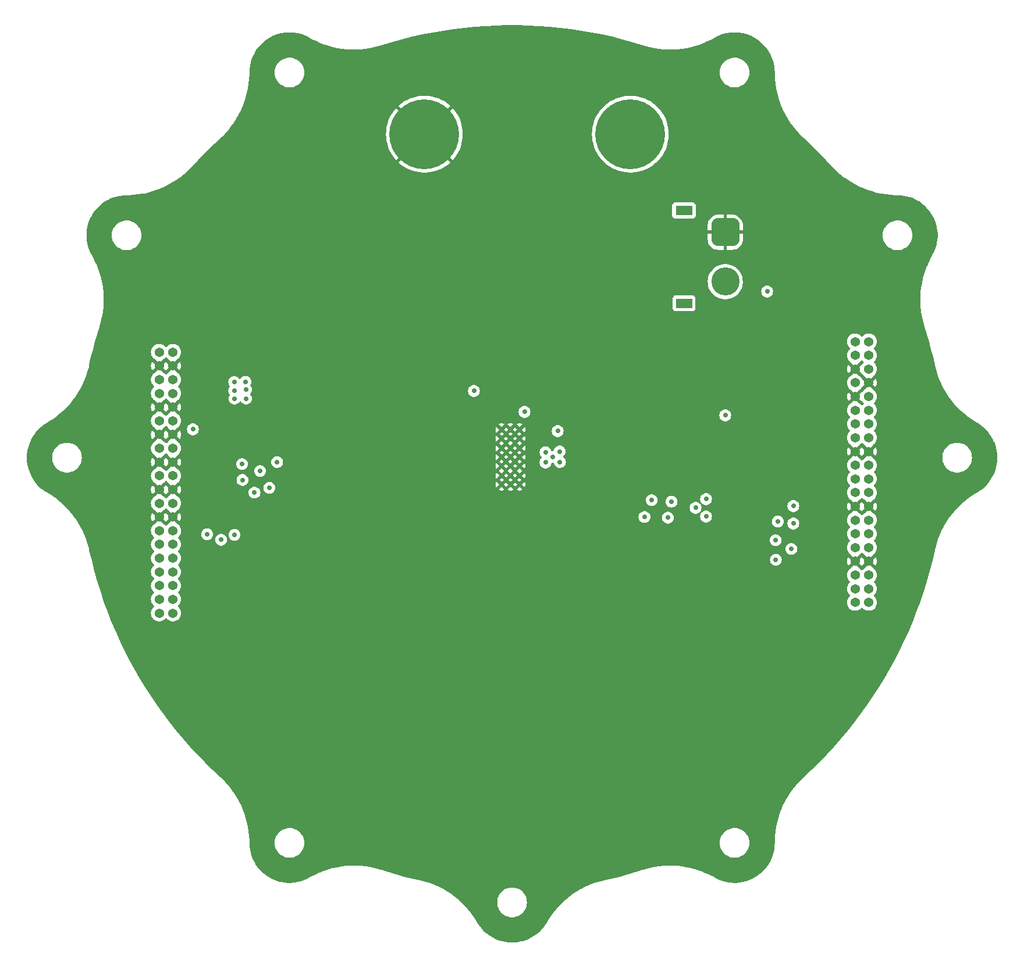
<source format=gbr>
%TF.GenerationSoftware,KiCad,Pcbnew,7.0.7*%
%TF.CreationDate,2024-02-25T13:36:01-08:00*%
%TF.ProjectId,Power-board,506f7765-722d-4626-9f61-72642e6b6963,rev?*%
%TF.SameCoordinates,Original*%
%TF.FileFunction,Copper,L2,Inr*%
%TF.FilePolarity,Positive*%
%FSLAX46Y46*%
G04 Gerber Fmt 4.6, Leading zero omitted, Abs format (unit mm)*
G04 Created by KiCad (PCBNEW 7.0.7) date 2024-02-25 13:36:01*
%MOMM*%
%LPD*%
G01*
G04 APERTURE LIST*
G04 Aperture macros list*
%AMRoundRect*
0 Rectangle with rounded corners*
0 $1 Rounding radius*
0 $2 $3 $4 $5 $6 $7 $8 $9 X,Y pos of 4 corners*
0 Add a 4 corners polygon primitive as box body*
4,1,4,$2,$3,$4,$5,$6,$7,$8,$9,$2,$3,0*
0 Add four circle primitives for the rounded corners*
1,1,$1+$1,$2,$3*
1,1,$1+$1,$4,$5*
1,1,$1+$1,$6,$7*
1,1,$1+$1,$8,$9*
0 Add four rect primitives between the rounded corners*
20,1,$1+$1,$2,$3,$4,$5,0*
20,1,$1+$1,$4,$5,$6,$7,0*
20,1,$1+$1,$6,$7,$8,$9,0*
20,1,$1+$1,$8,$9,$2,$3,0*%
G04 Aperture macros list end*
%TA.AperFunction,ComponentPad*%
%ADD10C,0.780000*%
%TD*%
%TA.AperFunction,ComponentPad*%
%ADD11C,1.371600*%
%TD*%
%TA.AperFunction,ComponentPad*%
%ADD12R,2.340000X1.330000*%
%TD*%
%TA.AperFunction,ComponentPad*%
%ADD13R,2.450000X1.380000*%
%TD*%
%TA.AperFunction,ComponentPad*%
%ADD14RoundRect,1.025000X1.025000X-1.025000X1.025000X1.025000X-1.025000X1.025000X-1.025000X-1.025000X0*%
%TD*%
%TA.AperFunction,ComponentPad*%
%ADD15C,4.100000*%
%TD*%
%TA.AperFunction,ComponentPad*%
%ADD16C,10.160000*%
%TD*%
%TA.AperFunction,ViaPad*%
%ADD17C,0.711200*%
%TD*%
G04 APERTURE END LIST*
D10*
%TO.N,GND*%
%TO.C,U3*%
X120615000Y-80795100D03*
X120615000Y-82095100D03*
X120615000Y-83495100D03*
X120615000Y-84795100D03*
X120615000Y-86095100D03*
X120615003Y-87495100D03*
X120615003Y-88795100D03*
X121915000Y-82095100D03*
X121915003Y-80795100D03*
X121915003Y-83495100D03*
X121915003Y-84795100D03*
X121915003Y-86095100D03*
X121915003Y-87495100D03*
X121915005Y-88795100D03*
X123215000Y-80795100D03*
X123215000Y-82095100D03*
X123215000Y-83495100D03*
X123215000Y-84795100D03*
X123215000Y-86095100D03*
X123215002Y-87495100D03*
X123215002Y-88795100D03*
%TD*%
D11*
%TO.N,+3.3V*%
%TO.C,J1*%
X70780000Y-69536931D03*
X72780000Y-69536931D03*
%TO.N,GND*%
X70780000Y-71536931D03*
X72780000Y-71536931D03*
%TO.N,+5V*%
X70780000Y-73536931D03*
X72780000Y-73536931D03*
X70780000Y-75536931D03*
X72780000Y-75536931D03*
%TO.N,GND*%
X70780000Y-77536931D03*
X72780000Y-77536931D03*
%TO.N,LOX_VENT+*%
X70780000Y-79536931D03*
X72780000Y-79536931D03*
%TO.N,GND*%
X70780000Y-81536931D03*
X72780000Y-81536931D03*
%TO.N,ETH_VENT+*%
X70780000Y-83536931D03*
X72780000Y-83536931D03*
%TO.N,GND*%
X70780000Y-85536931D03*
X72780000Y-85536931D03*
%TO.N,ETH_MAIN+*%
X70780000Y-87536931D03*
X72780000Y-87536931D03*
%TO.N,GND*%
X70780000Y-89536931D03*
X72780000Y-89536931D03*
%TO.N,PYRO_EX+*%
X70780000Y-91536931D03*
X72780000Y-91536931D03*
%TO.N,GND*%
X70780000Y-93536931D03*
X72780000Y-93536931D03*
%TO.N,unconnected-(J1A-Pin_27-PadA27)*%
X70780000Y-95536931D03*
%TO.N,unconnected-(J1A-Pin_28-PadA28)*%
X72780000Y-95536931D03*
%TO.N,unconnected-(J1A-Pin_29-PadA29)*%
X70780000Y-97536931D03*
%TO.N,unconnected-(J1A-Pin_30-PadA30)*%
X72780000Y-97536931D03*
%TO.N,unconnected-(J1A-Pin_31-PadA31)*%
X70780000Y-99536931D03*
%TO.N,unconnected-(J1A-Pin_32-PadA32)*%
X72780000Y-99536931D03*
%TO.N,unconnected-(J1A-Pin_33-PadA33)*%
X70780000Y-101536831D03*
%TO.N,unconnected-(J1A-Pin_34-PadA34)*%
X72780000Y-101536831D03*
%TO.N,PWR_SUP*%
X70780000Y-103536831D03*
X72780000Y-103536831D03*
X70780000Y-105536831D03*
X72780000Y-105536831D03*
X70780000Y-107536831D03*
X72780000Y-107536831D03*
%TO.N,unconnected-(J1B-Pin_1-PadB1)*%
X172050000Y-68000100D03*
%TO.N,unconnected-(J1B-Pin_2-PadB2)*%
X174050000Y-68000100D03*
%TO.N,unconnected-(J1B-Pin_3-PadB3)*%
X172050000Y-70000100D03*
%TO.N,unconnected-(J1B-Pin_4-PadB4)*%
X174050000Y-70000100D03*
%TO.N,GND*%
X172050000Y-72000100D03*
%TO.N,unconnected-(J1B-Pin_6-PadB6)*%
X174050000Y-72000100D03*
%TO.N,PYRO1EN*%
X172050000Y-74000100D03*
%TO.N,GND*%
X174050000Y-74000100D03*
X172050000Y-76000000D03*
%TO.N,unconnected-(J1B-Pin_10-PadB10)*%
X174050000Y-76000000D03*
%TO.N,unconnected-(J1B-Pin_11-PadB11)*%
X172050000Y-78000000D03*
%TO.N,unconnected-(J1B-Pin_12-PadB12)*%
X174050000Y-78000000D03*
%TO.N,unconnected-(J1B-Pin_13-PadB13)*%
X172050000Y-80000000D03*
%TO.N,unconnected-(J1B-Pin_14-PadB14)*%
X174050000Y-80000000D03*
%TO.N,unconnected-(J1B-Pin_15-PadB15)*%
X172050000Y-82000000D03*
%TO.N,unconnected-(J1B-Pin_16-PadB16)*%
X174050000Y-82000000D03*
%TO.N,GND*%
X172050000Y-84000000D03*
X174050000Y-84000000D03*
%TO.N,unconnected-(J1B-Pin_19-PadB19)*%
X172050000Y-86000000D03*
%TO.N,PYRO2EN*%
X174050000Y-86000000D03*
%TO.N,unconnected-(J1B-Pin_21-PadB21)*%
X172050000Y-88000000D03*
%TO.N,PYRO3EN*%
X174050000Y-88000000D03*
%TO.N,unconnected-(J1B-Pin_23-PadB23)*%
X172050000Y-90000000D03*
%TO.N,PYRO4EN*%
X174050000Y-90000000D03*
%TO.N,GND*%
X172050000Y-92000000D03*
X174050000Y-92000000D03*
%TO.N,unconnected-(J1B-Pin_27-PadB27)*%
X172050000Y-94000000D03*
%TO.N,unconnected-(J1B-Pin_28-PadB28)*%
X174050000Y-94000000D03*
%TO.N,unconnected-(J1B-Pin_29-PadB29)*%
X172050000Y-96000000D03*
%TO.N,unconnected-(J1B-Pin_30-PadB30)*%
X174050000Y-96000000D03*
%TO.N,unconnected-(J1B-Pin_31-PadB31)*%
X172050000Y-98000000D03*
%TO.N,unconnected-(J1B-Pin_32-PadB32)*%
X174050000Y-98000000D03*
%TO.N,GND*%
X172050000Y-100000000D03*
X174050000Y-100000000D03*
%TO.N,unconnected-(J1B-Pin_35-PadB35)*%
X172050000Y-102000000D03*
%TO.N,unconnected-(J1B-Pin_36-PadB36)*%
X174050000Y-102000000D03*
%TO.N,unconnected-(J1B-Pin_37-PadB37)*%
X172050000Y-104000000D03*
%TO.N,unconnected-(J1B-Pin_38-PadB38)*%
X174050000Y-104000000D03*
%TO.N,unconnected-(J1B-Pin_39-PadB39)*%
X172050000Y-106000000D03*
%TO.N,unconnected-(J1B-Pin_40-PadB40)*%
X174050000Y-106000000D03*
%TD*%
D12*
%TO.N,*%
%TO.C,J8*%
X147152000Y-62415000D03*
D13*
X147157000Y-48910000D03*
D14*
%TO.N,GND*%
X153162000Y-52070000D03*
D15*
%TO.N,/BAT1_+_pre*%
X153162000Y-59270000D03*
%TD*%
D16*
%TO.N,/BAT1_+_pre*%
%TO.C,J5*%
X139350000Y-37782000D03*
%TO.N,GND*%
X109380000Y-37782000D03*
%TD*%
D17*
%TO.N,GND*%
X91850000Y-88200000D03*
X134300000Y-86950000D03*
X74900000Y-90350000D03*
X75000000Y-86300000D03*
X79400000Y-71650000D03*
X84100000Y-67800000D03*
X91300000Y-76700000D03*
X75250000Y-72100000D03*
X68600000Y-82300000D03*
X68350000Y-78200000D03*
X134450000Y-80050000D03*
X134450000Y-89900000D03*
X134350000Y-83000000D03*
X79800000Y-82050000D03*
X68575000Y-94275000D03*
X136050000Y-92750000D03*
X120400000Y-78914600D03*
X84100000Y-78914600D03*
X150400000Y-98600000D03*
X145350000Y-83500000D03*
%TO.N,V_ALL+*%
X87950000Y-85550000D03*
X128050000Y-84800000D03*
X83450000Y-76300000D03*
X160520000Y-99768000D03*
X144800000Y-93650000D03*
X150368000Y-93472000D03*
X145350000Y-91300000D03*
X150368000Y-90932000D03*
X77750000Y-96050000D03*
X81700000Y-73900000D03*
X163068000Y-94488000D03*
X127000000Y-84100000D03*
X79790000Y-96860000D03*
X160502000Y-96934000D03*
X160800000Y-94200000D03*
X81700000Y-75150000D03*
X81750000Y-76300000D03*
X82900000Y-88150000D03*
X141400000Y-93550000D03*
X142450000Y-91100000D03*
X86800000Y-89300000D03*
X148844000Y-92202000D03*
X163068000Y-91948000D03*
X129050000Y-84000000D03*
X83400000Y-75000000D03*
X81750000Y-96150000D03*
X129100000Y-85550000D03*
X83350000Y-73850000D03*
X127000000Y-85600000D03*
X82850000Y-85850000D03*
X162788000Y-98204000D03*
X84650000Y-90000000D03*
X85450000Y-86850000D03*
%TO.N,LOX_VENT+*%
X75692000Y-80772000D03*
X123952000Y-78232000D03*
%TO.N,/BAT1_+_pre*%
X159258000Y-60706000D03*
X153162000Y-78740000D03*
%TO.N,ETH_VENT+*%
X116586000Y-75184000D03*
X128778000Y-81026000D03*
%TD*%
%TA.AperFunction,Conductor*%
%TO.N,GND*%
G36*
X71347340Y-93751958D02*
G01*
X71358371Y-93761749D01*
X71778933Y-94182311D01*
X71781065Y-94182311D01*
X72199690Y-93763686D01*
X72261013Y-93730201D01*
X72330704Y-93735185D01*
X72384317Y-93774054D01*
X72465510Y-93875866D01*
X72465513Y-93875869D01*
X72537541Y-93924976D01*
X72581843Y-93979005D01*
X72589903Y-94048408D01*
X72559160Y-94111151D01*
X72555371Y-94115111D01*
X72130666Y-94539816D01*
X72108264Y-94557561D01*
X72062032Y-94586187D01*
X72062031Y-94586188D01*
X71899559Y-94734300D01*
X71878954Y-94761586D01*
X71822845Y-94803222D01*
X71753133Y-94807913D01*
X71691951Y-94774171D01*
X71681046Y-94761586D01*
X71660440Y-94734300D01*
X71497968Y-94586188D01*
X71497967Y-94586187D01*
X71451732Y-94557559D01*
X71429330Y-94539814D01*
X71007451Y-94117935D01*
X70973966Y-94056612D01*
X70978950Y-93986920D01*
X71020822Y-93930987D01*
X71038995Y-93919951D01*
X71040455Y-93918956D01*
X71040455Y-93918955D01*
X71040459Y-93918954D01*
X71141491Y-93825210D01*
X71163304Y-93787429D01*
X71213868Y-93739215D01*
X71282475Y-93725991D01*
X71347340Y-93751958D01*
G37*
%TD.AperFunction*%
%TA.AperFunction,Conductor*%
G36*
X71868048Y-92299689D02*
G01*
X71878948Y-92312268D01*
X71899558Y-92339560D01*
X72062032Y-92487674D01*
X72062037Y-92487677D01*
X72062040Y-92487679D01*
X72108264Y-92516300D01*
X72130668Y-92534046D01*
X72552548Y-92955926D01*
X72586033Y-93017249D01*
X72581049Y-93086941D01*
X72539177Y-93142874D01*
X72521002Y-93153911D01*
X72519544Y-93154905D01*
X72418509Y-93248652D01*
X72418504Y-93248658D01*
X72396695Y-93286432D01*
X72346128Y-93334647D01*
X72277520Y-93347869D01*
X72212656Y-93321901D01*
X72201628Y-93312112D01*
X71781065Y-92891549D01*
X71778932Y-92891549D01*
X71360308Y-93310174D01*
X71298985Y-93343659D01*
X71229294Y-93338675D01*
X71175680Y-93299806D01*
X71125785Y-93237240D01*
X71094487Y-93197994D01*
X71094486Y-93197993D01*
X71094485Y-93197992D01*
X71094484Y-93197991D01*
X71022456Y-93148883D01*
X70978154Y-93094854D01*
X70970096Y-93025451D01*
X71000838Y-92962708D01*
X71004627Y-92958749D01*
X71429331Y-92534045D01*
X71451726Y-92516305D01*
X71497968Y-92487674D01*
X71660442Y-92339560D01*
X71681046Y-92312274D01*
X71737153Y-92270640D01*
X71806865Y-92265947D01*
X71868048Y-92299689D01*
G37*
%TD.AperFunction*%
%TA.AperFunction,Conductor*%
G36*
X71347340Y-89751958D02*
G01*
X71358371Y-89761749D01*
X71778933Y-90182311D01*
X71781065Y-90182311D01*
X72199690Y-89763686D01*
X72261013Y-89730201D01*
X72330704Y-89735185D01*
X72384317Y-89774054D01*
X72465510Y-89875866D01*
X72465513Y-89875869D01*
X72537541Y-89924976D01*
X72581843Y-89979005D01*
X72589903Y-90048408D01*
X72559160Y-90111151D01*
X72555371Y-90115111D01*
X72130666Y-90539816D01*
X72108264Y-90557561D01*
X72062032Y-90586187D01*
X72062031Y-90586188D01*
X71899559Y-90734300D01*
X71878954Y-90761586D01*
X71822845Y-90803222D01*
X71753133Y-90807913D01*
X71691951Y-90774171D01*
X71681046Y-90761586D01*
X71660440Y-90734300D01*
X71497968Y-90586188D01*
X71497967Y-90586187D01*
X71451732Y-90557559D01*
X71429330Y-90539814D01*
X71007451Y-90117935D01*
X70973966Y-90056612D01*
X70978950Y-89986920D01*
X71020822Y-89930987D01*
X71038995Y-89919951D01*
X71040455Y-89918956D01*
X71040455Y-89918955D01*
X71040459Y-89918954D01*
X71141491Y-89825210D01*
X71163304Y-89787429D01*
X71213868Y-89739215D01*
X71282475Y-89725991D01*
X71347340Y-89751958D01*
G37*
%TD.AperFunction*%
%TA.AperFunction,Conductor*%
G36*
X71868048Y-88299689D02*
G01*
X71878948Y-88312268D01*
X71899558Y-88339560D01*
X72062032Y-88487674D01*
X72062037Y-88487677D01*
X72062040Y-88487679D01*
X72108264Y-88516300D01*
X72130668Y-88534046D01*
X72552548Y-88955926D01*
X72586033Y-89017249D01*
X72581049Y-89086941D01*
X72539177Y-89142874D01*
X72521002Y-89153911D01*
X72519544Y-89154905D01*
X72418509Y-89248652D01*
X72418504Y-89248658D01*
X72396695Y-89286432D01*
X72346128Y-89334647D01*
X72277520Y-89347869D01*
X72212656Y-89321901D01*
X72201628Y-89312112D01*
X71781065Y-88891549D01*
X71778932Y-88891549D01*
X71360308Y-89310174D01*
X71298985Y-89343659D01*
X71229294Y-89338675D01*
X71175680Y-89299806D01*
X71125785Y-89237240D01*
X71094487Y-89197994D01*
X71094486Y-89197993D01*
X71094485Y-89197992D01*
X71094484Y-89197991D01*
X71022456Y-89148883D01*
X70978154Y-89094854D01*
X70970096Y-89025451D01*
X71000838Y-88962708D01*
X71004627Y-88958749D01*
X71429331Y-88534045D01*
X71451726Y-88516305D01*
X71497968Y-88487674D01*
X71660442Y-88339560D01*
X71681046Y-88312274D01*
X71737153Y-88270640D01*
X71806865Y-88265947D01*
X71868048Y-88299689D01*
G37*
%TD.AperFunction*%
%TA.AperFunction,Conductor*%
G36*
X71347340Y-85751958D02*
G01*
X71358371Y-85761749D01*
X71778933Y-86182311D01*
X71781065Y-86182311D01*
X72199690Y-85763686D01*
X72261013Y-85730201D01*
X72330704Y-85735185D01*
X72384317Y-85774054D01*
X72465510Y-85875866D01*
X72465513Y-85875869D01*
X72537541Y-85924976D01*
X72581843Y-85979005D01*
X72589903Y-86048408D01*
X72559160Y-86111151D01*
X72555371Y-86115111D01*
X72130666Y-86539816D01*
X72108264Y-86557561D01*
X72062032Y-86586187D01*
X72062031Y-86586188D01*
X71899559Y-86734300D01*
X71878954Y-86761586D01*
X71822845Y-86803222D01*
X71753133Y-86807913D01*
X71691951Y-86774171D01*
X71681046Y-86761586D01*
X71660440Y-86734300D01*
X71497968Y-86586188D01*
X71497967Y-86586187D01*
X71451732Y-86557559D01*
X71429330Y-86539814D01*
X71007451Y-86117935D01*
X70973966Y-86056612D01*
X70978950Y-85986920D01*
X71020822Y-85930987D01*
X71038995Y-85919951D01*
X71040455Y-85918956D01*
X71040455Y-85918955D01*
X71040459Y-85918954D01*
X71141491Y-85825210D01*
X71163304Y-85787429D01*
X71213868Y-85739215D01*
X71282475Y-85725991D01*
X71347340Y-85751958D01*
G37*
%TD.AperFunction*%
%TA.AperFunction,Conductor*%
G36*
X71868048Y-84299689D02*
G01*
X71878948Y-84312268D01*
X71899558Y-84339560D01*
X72062032Y-84487674D01*
X72062037Y-84487677D01*
X72062040Y-84487679D01*
X72108264Y-84516300D01*
X72130668Y-84534046D01*
X72552548Y-84955926D01*
X72586033Y-85017249D01*
X72581049Y-85086941D01*
X72539177Y-85142874D01*
X72521002Y-85153911D01*
X72519544Y-85154905D01*
X72418509Y-85248652D01*
X72418504Y-85248658D01*
X72396695Y-85286432D01*
X72346128Y-85334647D01*
X72277520Y-85347869D01*
X72212656Y-85321901D01*
X72201628Y-85312112D01*
X71781065Y-84891549D01*
X71778932Y-84891549D01*
X71360308Y-85310174D01*
X71298985Y-85343659D01*
X71229294Y-85338675D01*
X71175680Y-85299806D01*
X71115750Y-85224657D01*
X71094487Y-85197994D01*
X71094486Y-85197993D01*
X71094485Y-85197992D01*
X71094484Y-85197991D01*
X71022456Y-85148883D01*
X70978154Y-85094854D01*
X70970096Y-85025451D01*
X71000838Y-84962708D01*
X71004627Y-84958749D01*
X71429331Y-84534045D01*
X71451726Y-84516305D01*
X71497968Y-84487674D01*
X71660442Y-84339560D01*
X71681046Y-84312274D01*
X71737153Y-84270640D01*
X71806865Y-84265947D01*
X71868048Y-84299689D01*
G37*
%TD.AperFunction*%
%TA.AperFunction,Conductor*%
G36*
X71347340Y-81751958D02*
G01*
X71358371Y-81761749D01*
X71778933Y-82182311D01*
X71781065Y-82182311D01*
X72199690Y-81763686D01*
X72261013Y-81730201D01*
X72330704Y-81735185D01*
X72384317Y-81774054D01*
X72465510Y-81875866D01*
X72465513Y-81875869D01*
X72537541Y-81924976D01*
X72581843Y-81979005D01*
X72589903Y-82048408D01*
X72559160Y-82111151D01*
X72555371Y-82115111D01*
X72130666Y-82539816D01*
X72108264Y-82557561D01*
X72062032Y-82586187D01*
X72062031Y-82586188D01*
X71899559Y-82734300D01*
X71878954Y-82761586D01*
X71822845Y-82803222D01*
X71753133Y-82807913D01*
X71691951Y-82774171D01*
X71681046Y-82761586D01*
X71679842Y-82759992D01*
X71660442Y-82734302D01*
X71542936Y-82627182D01*
X71497968Y-82586188D01*
X71497967Y-82586187D01*
X71451732Y-82557559D01*
X71429330Y-82539814D01*
X71007451Y-82117935D01*
X70973966Y-82056612D01*
X70978950Y-81986920D01*
X71020822Y-81930987D01*
X71038995Y-81919951D01*
X71040455Y-81918956D01*
X71040455Y-81918955D01*
X71040459Y-81918954D01*
X71141491Y-81825210D01*
X71163304Y-81787429D01*
X71213868Y-81739215D01*
X71282475Y-81725991D01*
X71347340Y-81751958D01*
G37*
%TD.AperFunction*%
%TA.AperFunction,Conductor*%
G36*
X71868048Y-80299689D02*
G01*
X71878948Y-80312268D01*
X71899558Y-80339560D01*
X72062032Y-80487674D01*
X72062037Y-80487677D01*
X72062040Y-80487679D01*
X72108264Y-80516300D01*
X72130668Y-80534046D01*
X72552548Y-80955926D01*
X72586033Y-81017249D01*
X72581049Y-81086941D01*
X72539177Y-81142874D01*
X72521002Y-81153911D01*
X72519544Y-81154905D01*
X72418509Y-81248652D01*
X72418504Y-81248658D01*
X72396695Y-81286432D01*
X72346128Y-81334647D01*
X72277520Y-81347869D01*
X72212656Y-81321901D01*
X72201628Y-81312112D01*
X71781065Y-80891549D01*
X71778932Y-80891549D01*
X71360308Y-81310174D01*
X71298985Y-81343659D01*
X71229294Y-81338675D01*
X71175680Y-81299806D01*
X71125785Y-81237240D01*
X71094487Y-81197994D01*
X71094486Y-81197993D01*
X71094485Y-81197992D01*
X71094484Y-81197991D01*
X71022456Y-81148883D01*
X70978154Y-81094854D01*
X70970096Y-81025451D01*
X71000838Y-80962708D01*
X71004627Y-80958749D01*
X71429331Y-80534045D01*
X71451726Y-80516305D01*
X71497968Y-80487674D01*
X71660442Y-80339560D01*
X71681046Y-80312274D01*
X71737153Y-80270640D01*
X71806865Y-80265947D01*
X71868048Y-80299689D01*
G37*
%TD.AperFunction*%
%TA.AperFunction,Conductor*%
G36*
X71347340Y-77751958D02*
G01*
X71358371Y-77761749D01*
X71778933Y-78182311D01*
X71781065Y-78182311D01*
X72199690Y-77763686D01*
X72261013Y-77730201D01*
X72330704Y-77735185D01*
X72384317Y-77774054D01*
X72465510Y-77875866D01*
X72465513Y-77875869D01*
X72537541Y-77924976D01*
X72581843Y-77979005D01*
X72589903Y-78048408D01*
X72559160Y-78111151D01*
X72555371Y-78115111D01*
X72130666Y-78539816D01*
X72108264Y-78557561D01*
X72062032Y-78586187D01*
X72062031Y-78586188D01*
X71899559Y-78734300D01*
X71878954Y-78761586D01*
X71822845Y-78803222D01*
X71753133Y-78807913D01*
X71691951Y-78774171D01*
X71681046Y-78761586D01*
X71664744Y-78739999D01*
X71660442Y-78734302D01*
X71621446Y-78698753D01*
X71497968Y-78586188D01*
X71497967Y-78586187D01*
X71451732Y-78557559D01*
X71429330Y-78539814D01*
X71007451Y-78117935D01*
X70973966Y-78056612D01*
X70978950Y-77986920D01*
X71020822Y-77930987D01*
X71038995Y-77919951D01*
X71040455Y-77918956D01*
X71040455Y-77918955D01*
X71040459Y-77918954D01*
X71141491Y-77825210D01*
X71163304Y-77787429D01*
X71213868Y-77739215D01*
X71282475Y-77725991D01*
X71347340Y-77751958D01*
G37*
%TD.AperFunction*%
%TA.AperFunction,Conductor*%
G36*
X71868048Y-76299689D02*
G01*
X71878948Y-76312268D01*
X71899558Y-76339560D01*
X72062032Y-76487674D01*
X72062037Y-76487677D01*
X72062040Y-76487679D01*
X72108264Y-76516300D01*
X72130668Y-76534046D01*
X72552548Y-76955926D01*
X72586033Y-77017249D01*
X72581049Y-77086941D01*
X72539177Y-77142874D01*
X72521002Y-77153911D01*
X72519544Y-77154905D01*
X72418509Y-77248652D01*
X72418504Y-77248658D01*
X72396695Y-77286432D01*
X72346128Y-77334647D01*
X72277520Y-77347869D01*
X72212656Y-77321901D01*
X72201628Y-77312112D01*
X71781065Y-76891549D01*
X71778932Y-76891549D01*
X71360308Y-77310174D01*
X71298985Y-77343659D01*
X71229294Y-77338675D01*
X71175680Y-77299806D01*
X71125785Y-77237240D01*
X71094487Y-77197994D01*
X71094486Y-77197993D01*
X71094485Y-77197992D01*
X71094484Y-77197991D01*
X71022456Y-77148883D01*
X70978154Y-77094854D01*
X70970096Y-77025451D01*
X71000838Y-76962708D01*
X71004627Y-76958749D01*
X71429331Y-76534045D01*
X71451726Y-76516305D01*
X71497968Y-76487674D01*
X71660442Y-76339560D01*
X71681046Y-76312274D01*
X71737153Y-76270640D01*
X71806865Y-76265947D01*
X71868048Y-76299689D01*
G37*
%TD.AperFunction*%
%TA.AperFunction,Conductor*%
G36*
X71347340Y-71751958D02*
G01*
X71358371Y-71761749D01*
X71778933Y-72182311D01*
X71781065Y-72182311D01*
X72199690Y-71763686D01*
X72261013Y-71730201D01*
X72330704Y-71735185D01*
X72384317Y-71774054D01*
X72465510Y-71875866D01*
X72465513Y-71875869D01*
X72537541Y-71924976D01*
X72581843Y-71979005D01*
X72589903Y-72048408D01*
X72559160Y-72111151D01*
X72555371Y-72115111D01*
X72130666Y-72539816D01*
X72108264Y-72557561D01*
X72062032Y-72586187D01*
X72062031Y-72586188D01*
X71899559Y-72734300D01*
X71878954Y-72761586D01*
X71822845Y-72803222D01*
X71753133Y-72807913D01*
X71691951Y-72774171D01*
X71681046Y-72761586D01*
X71660440Y-72734300D01*
X71497968Y-72586188D01*
X71497967Y-72586187D01*
X71451732Y-72557559D01*
X71429330Y-72539814D01*
X71007451Y-72117935D01*
X70973966Y-72056612D01*
X70978950Y-71986920D01*
X71020822Y-71930987D01*
X71038995Y-71919951D01*
X71040455Y-71918956D01*
X71040455Y-71918955D01*
X71040459Y-71918954D01*
X71141491Y-71825210D01*
X71163304Y-71787429D01*
X71213868Y-71739215D01*
X71282475Y-71725991D01*
X71347340Y-71751958D01*
G37*
%TD.AperFunction*%
%TA.AperFunction,Conductor*%
G36*
X71868048Y-70299689D02*
G01*
X71878948Y-70312268D01*
X71899558Y-70339560D01*
X72062032Y-70487674D01*
X72062037Y-70487677D01*
X72062040Y-70487679D01*
X72108264Y-70516300D01*
X72130668Y-70534046D01*
X72552548Y-70955926D01*
X72586033Y-71017249D01*
X72581049Y-71086941D01*
X72539177Y-71142874D01*
X72521002Y-71153911D01*
X72519544Y-71154905D01*
X72418509Y-71248652D01*
X72418504Y-71248658D01*
X72396695Y-71286432D01*
X72346128Y-71334647D01*
X72277520Y-71347869D01*
X72212656Y-71321901D01*
X72201628Y-71312112D01*
X71781065Y-70891549D01*
X71778932Y-70891549D01*
X71360308Y-71310174D01*
X71298985Y-71343659D01*
X71229294Y-71338675D01*
X71175680Y-71299806D01*
X71094485Y-71197992D01*
X71094484Y-71197991D01*
X71022456Y-71148883D01*
X70978154Y-71094854D01*
X70970096Y-71025451D01*
X71000838Y-70962708D01*
X71004627Y-70958749D01*
X71429331Y-70534045D01*
X71451726Y-70516305D01*
X71497968Y-70487674D01*
X71660442Y-70339560D01*
X71681046Y-70312274D01*
X71737153Y-70270640D01*
X71806865Y-70265947D01*
X71868048Y-70299689D01*
G37*
%TD.AperFunction*%
%TA.AperFunction,Conductor*%
G36*
X172617340Y-100215027D02*
G01*
X172628371Y-100224818D01*
X173048933Y-100645380D01*
X173051065Y-100645380D01*
X173469690Y-100226755D01*
X173531013Y-100193270D01*
X173600704Y-100198254D01*
X173654317Y-100237123D01*
X173735510Y-100338935D01*
X173735513Y-100338938D01*
X173807541Y-100388045D01*
X173851843Y-100442074D01*
X173859903Y-100511477D01*
X173829160Y-100574220D01*
X173825371Y-100578180D01*
X173400666Y-101002885D01*
X173378264Y-101020630D01*
X173332032Y-101049256D01*
X173332031Y-101049257D01*
X173169559Y-101197369D01*
X173148954Y-101224655D01*
X173092845Y-101266291D01*
X173023133Y-101270982D01*
X172961951Y-101237240D01*
X172951046Y-101224655D01*
X172930440Y-101197369D01*
X172767968Y-101049257D01*
X172767967Y-101049256D01*
X172721732Y-101020628D01*
X172699330Y-101002883D01*
X172277451Y-100581004D01*
X172243966Y-100519681D01*
X172248950Y-100449989D01*
X172290822Y-100394056D01*
X172308995Y-100383020D01*
X172310455Y-100382025D01*
X172310455Y-100382024D01*
X172310459Y-100382023D01*
X172411491Y-100288279D01*
X172433304Y-100250498D01*
X172483868Y-100202284D01*
X172552475Y-100189060D01*
X172617340Y-100215027D01*
G37*
%TD.AperFunction*%
%TA.AperFunction,Conductor*%
G36*
X173138048Y-98762758D02*
G01*
X173148948Y-98775337D01*
X173169558Y-98802629D01*
X173332032Y-98950743D01*
X173332037Y-98950746D01*
X173332040Y-98950748D01*
X173378264Y-98979369D01*
X173400668Y-98997115D01*
X173822548Y-99418995D01*
X173856033Y-99480318D01*
X173851049Y-99550010D01*
X173809177Y-99605943D01*
X173791002Y-99616980D01*
X173789544Y-99617974D01*
X173688509Y-99711721D01*
X173688504Y-99711727D01*
X173666695Y-99749501D01*
X173616128Y-99797716D01*
X173547520Y-99810938D01*
X173482656Y-99784970D01*
X173471628Y-99775181D01*
X173051065Y-99354618D01*
X173048932Y-99354618D01*
X172630308Y-99773243D01*
X172568985Y-99806728D01*
X172499294Y-99801744D01*
X172445680Y-99762875D01*
X172364485Y-99661061D01*
X172364484Y-99661060D01*
X172292456Y-99611952D01*
X172248154Y-99557923D01*
X172240096Y-99488520D01*
X172270838Y-99425777D01*
X172274627Y-99421818D01*
X172699331Y-98997114D01*
X172721726Y-98979374D01*
X172767968Y-98950743D01*
X172930442Y-98802629D01*
X172951046Y-98775343D01*
X173007153Y-98733709D01*
X173076865Y-98729016D01*
X173138048Y-98762758D01*
G37*
%TD.AperFunction*%
%TA.AperFunction,Conductor*%
G36*
X172617340Y-92215027D02*
G01*
X172628371Y-92224818D01*
X173048933Y-92645380D01*
X173051065Y-92645380D01*
X173469690Y-92226755D01*
X173531013Y-92193270D01*
X173600704Y-92198254D01*
X173654317Y-92237123D01*
X173735510Y-92338935D01*
X173735513Y-92338938D01*
X173807541Y-92388045D01*
X173851843Y-92442074D01*
X173859903Y-92511477D01*
X173829160Y-92574220D01*
X173825371Y-92578180D01*
X173400666Y-93002885D01*
X173378264Y-93020630D01*
X173332032Y-93049256D01*
X173332031Y-93049257D01*
X173169559Y-93197369D01*
X173148954Y-93224655D01*
X173092845Y-93266291D01*
X173023133Y-93270982D01*
X172961951Y-93237240D01*
X172951046Y-93224655D01*
X172949842Y-93223061D01*
X172930442Y-93197371D01*
X172882768Y-93153911D01*
X172767968Y-93049257D01*
X172767967Y-93049256D01*
X172721732Y-93020628D01*
X172699330Y-93002883D01*
X172277451Y-92581004D01*
X172243966Y-92519681D01*
X172248950Y-92449989D01*
X172290822Y-92394056D01*
X172308995Y-92383020D01*
X172310455Y-92382025D01*
X172310455Y-92382024D01*
X172310459Y-92382023D01*
X172411491Y-92288279D01*
X172433304Y-92250498D01*
X172483868Y-92202284D01*
X172552475Y-92189060D01*
X172617340Y-92215027D01*
G37*
%TD.AperFunction*%
%TA.AperFunction,Conductor*%
G36*
X173138048Y-90762758D02*
G01*
X173148948Y-90775337D01*
X173169558Y-90802629D01*
X173332032Y-90950743D01*
X173332037Y-90950746D01*
X173332040Y-90950748D01*
X173378264Y-90979369D01*
X173400668Y-90997115D01*
X173822548Y-91418995D01*
X173856033Y-91480318D01*
X173851049Y-91550010D01*
X173809177Y-91605943D01*
X173791002Y-91616980D01*
X173789544Y-91617974D01*
X173688509Y-91711721D01*
X173688504Y-91711727D01*
X173666695Y-91749501D01*
X173616128Y-91797716D01*
X173547520Y-91810938D01*
X173482656Y-91784970D01*
X173471628Y-91775181D01*
X173051064Y-91354617D01*
X173048933Y-91354618D01*
X172630308Y-91773243D01*
X172568985Y-91806728D01*
X172499293Y-91801744D01*
X172445680Y-91762875D01*
X172364485Y-91661061D01*
X172364484Y-91661060D01*
X172292456Y-91611952D01*
X172248154Y-91557923D01*
X172240096Y-91488520D01*
X172270838Y-91425777D01*
X172274627Y-91421818D01*
X172699331Y-90997114D01*
X172721726Y-90979374D01*
X172767968Y-90950743D01*
X172930442Y-90802629D01*
X172951046Y-90775343D01*
X173007153Y-90733709D01*
X173076865Y-90729016D01*
X173138048Y-90762758D01*
G37*
%TD.AperFunction*%
%TA.AperFunction,Conductor*%
G36*
X172617340Y-84215027D02*
G01*
X172628371Y-84224818D01*
X173048933Y-84645380D01*
X173051065Y-84645380D01*
X173469690Y-84226755D01*
X173531013Y-84193270D01*
X173600704Y-84198254D01*
X173654317Y-84237123D01*
X173735510Y-84338935D01*
X173735513Y-84338938D01*
X173807541Y-84388045D01*
X173851843Y-84442074D01*
X173859903Y-84511477D01*
X173829160Y-84574220D01*
X173825371Y-84578180D01*
X173400666Y-85002885D01*
X173378264Y-85020630D01*
X173332032Y-85049256D01*
X173332031Y-85049257D01*
X173169558Y-85197369D01*
X173169556Y-85197372D01*
X173148951Y-85224657D01*
X173092841Y-85266292D01*
X173023129Y-85270982D01*
X172961948Y-85237238D01*
X172951047Y-85224657D01*
X172930442Y-85197371D01*
X172930439Y-85197368D01*
X172930436Y-85197365D01*
X172767968Y-85049257D01*
X172767967Y-85049256D01*
X172721732Y-85020628D01*
X172699330Y-85002883D01*
X172277451Y-84581004D01*
X172243966Y-84519681D01*
X172248950Y-84449989D01*
X172290822Y-84394056D01*
X172308995Y-84383020D01*
X172310455Y-84382025D01*
X172310455Y-84382024D01*
X172310459Y-84382023D01*
X172411491Y-84288279D01*
X172433304Y-84250498D01*
X172483868Y-84202284D01*
X172552475Y-84189060D01*
X172617340Y-84215027D01*
G37*
%TD.AperFunction*%
%TA.AperFunction,Conductor*%
G36*
X173138048Y-82762758D02*
G01*
X173148948Y-82775337D01*
X173169558Y-82802629D01*
X173332032Y-82950743D01*
X173332037Y-82950746D01*
X173332040Y-82950748D01*
X173378264Y-82979369D01*
X173400668Y-82997115D01*
X173822548Y-83418995D01*
X173856033Y-83480318D01*
X173851049Y-83550010D01*
X173809177Y-83605943D01*
X173791002Y-83616980D01*
X173789544Y-83617974D01*
X173688509Y-83711721D01*
X173688504Y-83711727D01*
X173666695Y-83749501D01*
X173616128Y-83797716D01*
X173547520Y-83810938D01*
X173482656Y-83784970D01*
X173471628Y-83775181D01*
X173051064Y-83354617D01*
X173048933Y-83354618D01*
X172630308Y-83773243D01*
X172568985Y-83806728D01*
X172499293Y-83801744D01*
X172445680Y-83762875D01*
X172364485Y-83661061D01*
X172364484Y-83661060D01*
X172292456Y-83611952D01*
X172248154Y-83557923D01*
X172240096Y-83488520D01*
X172270838Y-83425777D01*
X172274627Y-83421818D01*
X172699331Y-82997114D01*
X172721726Y-82979374D01*
X172767968Y-82950743D01*
X172930442Y-82802629D01*
X172951046Y-82775343D01*
X173007153Y-82733709D01*
X173076865Y-82729016D01*
X173138048Y-82762758D01*
G37*
%TD.AperFunction*%
%TA.AperFunction,Conductor*%
G36*
X172617340Y-76215027D02*
G01*
X172628371Y-76224818D01*
X173053553Y-76649999D01*
X173059186Y-76656473D01*
X173169558Y-76802629D01*
X173169561Y-76802632D01*
X173169564Y-76802635D01*
X173285542Y-76908363D01*
X173321824Y-76968074D01*
X173320063Y-77037922D01*
X173285542Y-77091637D01*
X173169559Y-77197369D01*
X173148954Y-77224655D01*
X173092845Y-77266291D01*
X173023133Y-77270982D01*
X172961951Y-77237240D01*
X172951046Y-77224655D01*
X172930912Y-77197994D01*
X172930442Y-77197371D01*
X172882768Y-77153911D01*
X172767968Y-77049257D01*
X172767967Y-77049256D01*
X172721732Y-77020628D01*
X172699330Y-77002883D01*
X172277451Y-76581004D01*
X172243966Y-76519681D01*
X172248950Y-76449989D01*
X172290822Y-76394056D01*
X172308995Y-76383020D01*
X172310455Y-76382025D01*
X172310455Y-76382024D01*
X172310459Y-76382023D01*
X172411491Y-76288279D01*
X172433304Y-76250498D01*
X172483868Y-76202284D01*
X172552475Y-76189060D01*
X172617340Y-76215027D01*
G37*
%TD.AperFunction*%
%TA.AperFunction,Conductor*%
G36*
X173600705Y-74198354D02*
G01*
X173654317Y-74237223D01*
X173735510Y-74339035D01*
X173735513Y-74339038D01*
X173807541Y-74388145D01*
X173851843Y-74442174D01*
X173859903Y-74511577D01*
X173829160Y-74574320D01*
X173825371Y-74578280D01*
X173400926Y-75002724D01*
X173378524Y-75020469D01*
X173332032Y-75049256D01*
X173332031Y-75049257D01*
X173169559Y-75197369D01*
X173059193Y-75343517D01*
X173053550Y-75350002D01*
X172630308Y-75773243D01*
X172568985Y-75806728D01*
X172499293Y-75801744D01*
X172445680Y-75762875D01*
X172393332Y-75697234D01*
X172364487Y-75661063D01*
X172364486Y-75661062D01*
X172364485Y-75661061D01*
X172364484Y-75661060D01*
X172292456Y-75611952D01*
X172248154Y-75557923D01*
X172240096Y-75488520D01*
X172270838Y-75425777D01*
X172274627Y-75421818D01*
X172699069Y-74997377D01*
X172721468Y-74979634D01*
X172767968Y-74950843D01*
X172813046Y-74909749D01*
X172930440Y-74802731D01*
X172932597Y-74799875D01*
X173040817Y-74656568D01*
X173046449Y-74650095D01*
X173469690Y-74226855D01*
X173531013Y-74193370D01*
X173600705Y-74198354D01*
G37*
%TD.AperFunction*%
%TA.AperFunction,Conductor*%
G36*
X172617340Y-72215127D02*
G01*
X172628371Y-72224918D01*
X173053553Y-72650099D01*
X173059186Y-72656573D01*
X173169558Y-72802729D01*
X173332032Y-72950843D01*
X173332037Y-72950846D01*
X173332040Y-72950848D01*
X173378264Y-72979469D01*
X173400668Y-72997215D01*
X173822548Y-73419095D01*
X173856033Y-73480418D01*
X173851049Y-73550110D01*
X173809177Y-73606043D01*
X173791002Y-73617080D01*
X173789544Y-73618074D01*
X173688509Y-73711821D01*
X173688504Y-73711827D01*
X173666695Y-73749601D01*
X173616128Y-73797816D01*
X173547520Y-73811038D01*
X173482656Y-73785070D01*
X173471628Y-73775281D01*
X173046445Y-73350099D01*
X173040809Y-73343621D01*
X172954307Y-73229073D01*
X172930440Y-73197468D01*
X172767968Y-73049357D01*
X172767967Y-73049356D01*
X172721732Y-73020728D01*
X172699330Y-73002983D01*
X172277451Y-72581104D01*
X172243966Y-72519781D01*
X172248950Y-72450089D01*
X172290822Y-72394156D01*
X172308995Y-72383120D01*
X172310455Y-72382125D01*
X172310455Y-72382124D01*
X172310459Y-72382123D01*
X172411491Y-72288379D01*
X172433304Y-72250598D01*
X172483868Y-72202384D01*
X172552475Y-72189160D01*
X172617340Y-72215127D01*
G37*
%TD.AperFunction*%
%TA.AperFunction,Conductor*%
G36*
X173138048Y-70762858D02*
G01*
X173148948Y-70775437D01*
X173164609Y-70796175D01*
X173169560Y-70802732D01*
X173285542Y-70908463D01*
X173321824Y-70968174D01*
X173320063Y-71038022D01*
X173285542Y-71091737D01*
X173169559Y-71197468D01*
X173059193Y-71343617D01*
X173053550Y-71350102D01*
X172630308Y-71773343D01*
X172568985Y-71806828D01*
X172499293Y-71801844D01*
X172445680Y-71762975D01*
X172364485Y-71661161D01*
X172364484Y-71661160D01*
X172292456Y-71612052D01*
X172248154Y-71558023D01*
X172240096Y-71488620D01*
X172270838Y-71425877D01*
X172274627Y-71421918D01*
X172699331Y-70997214D01*
X172721726Y-70979474D01*
X172767968Y-70950843D01*
X172930442Y-70802729D01*
X172951046Y-70775443D01*
X173007153Y-70733809D01*
X173076865Y-70729116D01*
X173138048Y-70762858D01*
G37*
%TD.AperFunction*%
%TA.AperFunction,Conductor*%
G36*
X124462469Y-21950718D02*
G01*
X126011176Y-22027027D01*
X127557535Y-22141433D01*
X129100610Y-22293866D01*
X130639466Y-22484233D01*
X132173169Y-22712421D01*
X133700792Y-22978289D01*
X135221407Y-23281678D01*
X136734094Y-23622404D01*
X138237937Y-24000259D01*
X139732023Y-24415015D01*
X141214140Y-24866022D01*
X141215442Y-24866436D01*
X141215442Y-24866437D01*
X141302350Y-24894058D01*
X141535881Y-24968280D01*
X141535882Y-24968280D01*
X141806956Y-25039175D01*
X142186477Y-25138434D01*
X142186477Y-25138435D01*
X142845037Y-25274614D01*
X143509745Y-25376440D01*
X143509755Y-25376441D01*
X144178868Y-25443650D01*
X144850566Y-25476058D01*
X144850571Y-25476057D01*
X144850572Y-25476058D01*
X144850573Y-25476058D01*
X145523047Y-25473576D01*
X146194482Y-25436212D01*
X146863081Y-25364067D01*
X146863080Y-25364067D01*
X147527034Y-25257335D01*
X147527035Y-25257335D01*
X148184563Y-25116302D01*
X148184564Y-25116302D01*
X148833871Y-24941353D01*
X148833876Y-24941351D01*
X148833881Y-24941350D01*
X149473253Y-24732949D01*
X149988951Y-24534714D01*
X150100952Y-24491661D01*
X150348761Y-24381327D01*
X150715292Y-24218134D01*
X151314614Y-23913106D01*
X151544031Y-23780925D01*
X151544548Y-23780800D01*
X151605976Y-23745238D01*
X151761405Y-23663834D01*
X152020141Y-23528329D01*
X152024619Y-23526210D01*
X152024622Y-23526209D01*
X152100349Y-23494016D01*
X152452595Y-23344274D01*
X152457246Y-23342514D01*
X152898480Y-23195569D01*
X152903222Y-23194199D01*
X153354858Y-23083199D01*
X153359697Y-23082215D01*
X153818792Y-23007885D01*
X153823689Y-23007293D01*
X154287273Y-22970114D01*
X154292235Y-22969917D01*
X154757286Y-22970128D01*
X154762226Y-22970330D01*
X155201423Y-23005954D01*
X155225749Y-23007928D01*
X155230698Y-23008530D01*
X155689681Y-23083270D01*
X155694564Y-23084269D01*
X156146058Y-23195669D01*
X156150851Y-23197059D01*
X156591923Y-23344395D01*
X156596563Y-23346155D01*
X157024378Y-23528481D01*
X157028871Y-23530614D01*
X157413449Y-23732472D01*
X157437768Y-23745237D01*
X157440632Y-23746740D01*
X157444946Y-23749230D01*
X157838004Y-23997764D01*
X157842102Y-24000593D01*
X158213897Y-24279916D01*
X158217746Y-24283057D01*
X158472040Y-24508262D01*
X158565887Y-24591374D01*
X158569483Y-24594826D01*
X158891711Y-24930134D01*
X158895013Y-24933860D01*
X159189225Y-25293971D01*
X159192224Y-25297959D01*
X159456542Y-25680570D01*
X159459211Y-25684787D01*
X159691905Y-26087398D01*
X159694227Y-26091816D01*
X159893799Y-26511833D01*
X159895757Y-26516423D01*
X160060922Y-26951138D01*
X160062505Y-26955871D01*
X160192179Y-27402434D01*
X160193377Y-27407279D01*
X160200246Y-27440798D01*
X160241012Y-27639735D01*
X160286732Y-27862841D01*
X160287536Y-27867767D01*
X160343962Y-28329355D01*
X160344367Y-28334329D01*
X160362125Y-28765537D01*
X160363555Y-28800259D01*
X160363557Y-28801396D01*
X160363607Y-28856809D01*
X160363654Y-28857345D01*
X160363842Y-29065010D01*
X160363908Y-29137689D01*
X160389204Y-29616222D01*
X160399407Y-29809232D01*
X160467519Y-30457315D01*
X160469696Y-30478022D01*
X160574584Y-31142269D01*
X160713788Y-31800180D01*
X160713791Y-31800191D01*
X160713790Y-31800191D01*
X160884622Y-32441299D01*
X160886936Y-32449984D01*
X161093559Y-33089931D01*
X161333101Y-33718298D01*
X161420977Y-33917153D01*
X161604913Y-34333382D01*
X161604913Y-34333381D01*
X161604918Y-34333392D01*
X161640536Y-34403858D01*
X161908285Y-34933573D01*
X161908286Y-34933573D01*
X162242370Y-35517191D01*
X162499321Y-35916482D01*
X162590603Y-36058331D01*
X162606274Y-36082682D01*
X162999023Y-36628535D01*
X163349551Y-37065924D01*
X163419575Y-37153299D01*
X163866775Y-37655531D01*
X164339428Y-38133887D01*
X164554692Y-38330238D01*
X164554693Y-38330239D01*
X164566239Y-38340771D01*
X164587847Y-38360482D01*
X165435202Y-39147779D01*
X166267959Y-39950503D01*
X167085837Y-40768381D01*
X167888560Y-41601139D01*
X168674216Y-42446729D01*
X168862703Y-42653375D01*
X168902416Y-42696914D01*
X168902433Y-42696932D01*
X169380790Y-43169591D01*
X169380790Y-43169592D01*
X169882998Y-43616776D01*
X169882999Y-43616777D01*
X169883009Y-43616785D01*
X169883018Y-43616793D01*
X170137241Y-43820532D01*
X170407770Y-44037340D01*
X170407770Y-44037339D01*
X170407773Y-44037342D01*
X170702019Y-44249058D01*
X170953636Y-44430103D01*
X171519149Y-44794023D01*
X172102754Y-45128102D01*
X172102762Y-45128106D01*
X172702883Y-45431445D01*
X172702931Y-45431469D01*
X172702932Y-45431470D01*
X173318027Y-45703288D01*
X173946393Y-45942831D01*
X174586343Y-46149455D01*
X175236138Y-46322601D01*
X175236138Y-46322600D01*
X175236149Y-46322603D01*
X175894063Y-46461808D01*
X176558312Y-46566696D01*
X176558318Y-46566696D01*
X176558327Y-46566698D01*
X177227105Y-46636983D01*
X177898662Y-46672482D01*
X177898661Y-46672481D01*
X178165383Y-46672719D01*
X178165387Y-46672721D01*
X178190019Y-46672742D01*
X178190020Y-46672743D01*
X178232675Y-46672780D01*
X178234101Y-46672782D01*
X178234158Y-46672782D01*
X178234890Y-46672783D01*
X178234896Y-46672783D01*
X178234969Y-46672786D01*
X178235941Y-46673072D01*
X178237444Y-46672888D01*
X178281506Y-46674701D01*
X178702054Y-46692009D01*
X178706975Y-46692411D01*
X179168592Y-46748829D01*
X179173500Y-46749630D01*
X179629082Y-46842979D01*
X179633894Y-46844168D01*
X180080525Y-46973850D01*
X180085202Y-46975415D01*
X180519945Y-47140580D01*
X180524521Y-47142532D01*
X180944570Y-47342112D01*
X180948975Y-47344427D01*
X181351601Y-47577122D01*
X181355818Y-47579791D01*
X181738424Y-47844097D01*
X181742409Y-47847093D01*
X181902238Y-47977671D01*
X182102535Y-48141311D01*
X182106260Y-48144612D01*
X182134901Y-48172135D01*
X182441576Y-48466842D01*
X182445027Y-48470435D01*
X182753346Y-48818575D01*
X182756480Y-48822414D01*
X182918964Y-49038687D01*
X183035812Y-49194217D01*
X183038647Y-49198325D01*
X183287173Y-49591366D01*
X183289669Y-49595688D01*
X183505800Y-50007456D01*
X183507937Y-50011959D01*
X183690258Y-50439755D01*
X183692024Y-50444411D01*
X183839359Y-50885484D01*
X183840749Y-50890277D01*
X183952148Y-51341768D01*
X183953148Y-51346658D01*
X184027884Y-51805634D01*
X184028487Y-51810588D01*
X184066082Y-52274090D01*
X184066285Y-52279076D01*
X184066492Y-52744105D01*
X184066294Y-52749092D01*
X184029115Y-53212623D01*
X184028516Y-53217578D01*
X183954186Y-53676636D01*
X183953191Y-53681526D01*
X183904337Y-53880296D01*
X183842203Y-54133096D01*
X183842202Y-54133100D01*
X183840816Y-54137894D01*
X183693874Y-54579099D01*
X183692108Y-54583766D01*
X183510170Y-55011724D01*
X183508035Y-55016235D01*
X183291469Y-55429727D01*
X183291095Y-55430379D01*
X183268692Y-55469262D01*
X183268691Y-55469264D01*
X183123235Y-55721728D01*
X182818211Y-56321050D01*
X182544687Y-56935389D01*
X182447937Y-57187081D01*
X182303403Y-57563082D01*
X182303401Y-57563089D01*
X182095003Y-58202462D01*
X182095000Y-58202472D01*
X182095000Y-58202473D01*
X181920054Y-58851778D01*
X181779022Y-59509307D01*
X181779022Y-59509308D01*
X181672291Y-60173258D01*
X181600147Y-60841859D01*
X181600147Y-60841858D01*
X181563099Y-61507664D01*
X181562785Y-61513299D01*
X181560304Y-62185773D01*
X181592711Y-62857470D01*
X181650977Y-63437544D01*
X181659921Y-63526591D01*
X181761746Y-64191298D01*
X181808522Y-64417506D01*
X181897923Y-64849852D01*
X182068076Y-65500446D01*
X182068077Y-65500447D01*
X182168592Y-65816718D01*
X182168595Y-65816723D01*
X182169869Y-65820732D01*
X182412491Y-66609184D01*
X182510102Y-66926389D01*
X182829930Y-68037946D01*
X183129294Y-69155188D01*
X183408094Y-70277739D01*
X183658899Y-71373179D01*
X183666168Y-71404925D01*
X183738257Y-71733651D01*
X183916197Y-72382163D01*
X183916198Y-72382164D01*
X184121719Y-73002985D01*
X184127541Y-73020569D01*
X184371716Y-73647151D01*
X184577191Y-74102986D01*
X184629449Y-74218919D01*
X184648068Y-74260223D01*
X184955851Y-74858133D01*
X185255542Y-75372818D01*
X185294236Y-75439270D01*
X185294236Y-75439271D01*
X185660958Y-76000000D01*
X185662314Y-76002074D01*
X185983672Y-76441822D01*
X186059086Y-76545018D01*
X186059086Y-76545019D01*
X186483503Y-77066665D01*
X186934400Y-77565580D01*
X187410575Y-78040436D01*
X187410574Y-78040435D01*
X187493665Y-78115111D01*
X187910736Y-78489946D01*
X188433546Y-78912907D01*
X188433552Y-78912911D01*
X188433558Y-78912916D01*
X188501226Y-78962079D01*
X188977594Y-79308178D01*
X189541414Y-79674694D01*
X189541421Y-79674698D01*
X189793611Y-79820603D01*
X189832440Y-79843069D01*
X190227371Y-80093297D01*
X190231473Y-80096132D01*
X190603022Y-80375807D01*
X190606859Y-80378944D01*
X190954709Y-80687573D01*
X190958305Y-80691032D01*
X191280217Y-81026629D01*
X191283524Y-81030366D01*
X191452225Y-81237240D01*
X191562783Y-81372815D01*
X191577411Y-81390752D01*
X191580398Y-81394732D01*
X191675023Y-81531975D01*
X191844357Y-81777577D01*
X191847022Y-81781796D01*
X192079358Y-82184640D01*
X192081666Y-82189042D01*
X192269926Y-82586188D01*
X192280854Y-82609241D01*
X192282809Y-82613833D01*
X192447570Y-83048689D01*
X192449149Y-83053423D01*
X192578419Y-83500129D01*
X192579611Y-83504968D01*
X192651841Y-83859092D01*
X192672546Y-83960605D01*
X192673344Y-83965524D01*
X192704801Y-84224818D01*
X192729348Y-84427157D01*
X192729749Y-84432131D01*
X192748458Y-84896785D01*
X192748458Y-84901776D01*
X192729749Y-85366428D01*
X192729348Y-85371402D01*
X192713762Y-85499875D01*
X192674295Y-85825209D01*
X192673346Y-85833028D01*
X192672546Y-85837954D01*
X192579613Y-86293584D01*
X192578419Y-86298430D01*
X192449149Y-86745136D01*
X192447570Y-86749870D01*
X192282809Y-87184726D01*
X192280854Y-87189318D01*
X192224104Y-87309037D01*
X192087744Y-87596699D01*
X192081676Y-87609499D01*
X192079358Y-87613919D01*
X191847022Y-88016763D01*
X191844357Y-88020982D01*
X191580407Y-88403815D01*
X191577411Y-88407807D01*
X191283524Y-88768193D01*
X191280217Y-88771930D01*
X190958305Y-89107527D01*
X190954709Y-89110986D01*
X190606874Y-89419602D01*
X190603010Y-89422762D01*
X190231476Y-89702424D01*
X190227371Y-89705262D01*
X189832440Y-89955490D01*
X189784558Y-89983194D01*
X189784127Y-89983496D01*
X189676982Y-90045486D01*
X189541438Y-90123906D01*
X188977619Y-90490421D01*
X188743814Y-90660289D01*
X188433638Y-90885644D01*
X188433573Y-90885691D01*
X187910764Y-91308651D01*
X187410600Y-91758162D01*
X186934428Y-92233015D01*
X186884484Y-92288278D01*
X186483533Y-92731925D01*
X186483530Y-92731929D01*
X186059120Y-93253562D01*
X185662342Y-93796509D01*
X185662335Y-93796519D01*
X185662335Y-93796518D01*
X185294262Y-94359309D01*
X184974557Y-94908361D01*
X184955876Y-94940444D01*
X184648090Y-95538351D01*
X184439991Y-95999999D01*
X184371734Y-96151421D01*
X184327103Y-96265947D01*
X184127556Y-96777998D01*
X183916209Y-97416400D01*
X183816143Y-97781084D01*
X183738263Y-98064909D01*
X183677496Y-98341988D01*
X183677495Y-98341998D01*
X183666237Y-98393330D01*
X183666234Y-98393341D01*
X183315451Y-99903727D01*
X182927597Y-101405022D01*
X182502909Y-102896315D01*
X182041642Y-104376704D01*
X181544077Y-105845290D01*
X181010515Y-107301184D01*
X180441279Y-108743504D01*
X179836714Y-110171376D01*
X179197188Y-111583934D01*
X178523086Y-112980324D01*
X177814818Y-114359698D01*
X177072813Y-115721221D01*
X176297520Y-117064067D01*
X175489409Y-118387424D01*
X174648970Y-119690489D01*
X173776712Y-120972473D01*
X172873164Y-122232599D01*
X171938873Y-123470103D01*
X170974405Y-124684236D01*
X169980345Y-125874261D01*
X168957294Y-127039458D01*
X167905874Y-128179121D01*
X166826720Y-129292559D01*
X165720488Y-130379097D01*
X164587757Y-131438161D01*
X164554693Y-131468321D01*
X164339436Y-131664661D01*
X164339435Y-131664662D01*
X163866776Y-132143018D01*
X163866777Y-132143018D01*
X163866770Y-132143025D01*
X163475464Y-132582475D01*
X163419563Y-132645255D01*
X162999023Y-133169994D01*
X162606253Y-133715869D01*
X162310455Y-134175521D01*
X162242338Y-134281372D01*
X161908249Y-134864992D01*
X161761052Y-135156201D01*
X161604892Y-135465145D01*
X161333065Y-136080254D01*
X161093520Y-136708618D01*
X161093520Y-136708619D01*
X160886894Y-137348567D01*
X160713745Y-137998373D01*
X160574538Y-138656285D01*
X160469650Y-139320533D01*
X160469647Y-139320549D01*
X160399360Y-139989325D01*
X160363859Y-140660880D01*
X160363859Y-140660881D01*
X160363562Y-140991752D01*
X160363556Y-140997118D01*
X160344322Y-141464232D01*
X160343917Y-141469206D01*
X160287493Y-141930792D01*
X160286689Y-141935718D01*
X160193338Y-142391278D01*
X160192140Y-142396123D01*
X160062468Y-142842687D01*
X160060885Y-142847419D01*
X159895727Y-143282128D01*
X159893768Y-143286719D01*
X159694196Y-143706739D01*
X159691875Y-143711157D01*
X159459180Y-144113772D01*
X159456511Y-144117989D01*
X159192198Y-144500596D01*
X159189199Y-144504584D01*
X159044023Y-144682279D01*
X158901091Y-144857227D01*
X158894995Y-144864688D01*
X158891684Y-144868422D01*
X158569466Y-145203723D01*
X158565866Y-145207179D01*
X158217739Y-145515484D01*
X158213872Y-145518640D01*
X157842079Y-145797962D01*
X157837972Y-145800796D01*
X157444938Y-146049317D01*
X157440616Y-146051813D01*
X157028862Y-146267936D01*
X157024353Y-146270076D01*
X156596572Y-146452390D01*
X156591906Y-146454160D01*
X156150841Y-146601493D01*
X156146048Y-146602883D01*
X155694555Y-146714283D01*
X155689665Y-146715283D01*
X155230697Y-146790020D01*
X155225743Y-146790623D01*
X154762246Y-146828221D01*
X154757260Y-146828424D01*
X154292235Y-146828634D01*
X154287248Y-146828436D01*
X154142065Y-146816792D01*
X153823710Y-146791259D01*
X153818765Y-146790661D01*
X153618375Y-146758216D01*
X153359714Y-146716338D01*
X153354835Y-146715345D01*
X152903243Y-146604356D01*
X152898456Y-146602973D01*
X152457251Y-146456036D01*
X152452583Y-146454270D01*
X152391865Y-146428458D01*
X152024624Y-146272339D01*
X152020129Y-146270210D01*
X151605658Y-146053140D01*
X151557727Y-146025526D01*
X151557670Y-146025499D01*
X151314602Y-145885457D01*
X151061538Y-145756661D01*
X150715287Y-145580437D01*
X150715276Y-145580432D01*
X150715277Y-145580432D01*
X150100953Y-145306915D01*
X150100949Y-145306913D01*
X149832453Y-145203704D01*
X149473255Y-145065629D01*
X149242561Y-144990436D01*
X148833876Y-144857228D01*
X148743101Y-144832770D01*
X148184560Y-144682279D01*
X147527032Y-144541248D01*
X147527031Y-144541248D01*
X146863078Y-144434516D01*
X146863079Y-144434516D01*
X146194481Y-144362372D01*
X145523047Y-144325009D01*
X144850575Y-144322527D01*
X144850574Y-144322527D01*
X144850567Y-144322527D01*
X144178870Y-144354934D01*
X143524528Y-144420658D01*
X143509749Y-144422143D01*
X142845042Y-144523968D01*
X142525564Y-144590030D01*
X142186489Y-144660144D01*
X141535893Y-144830298D01*
X141258215Y-144918548D01*
X141236317Y-144925507D01*
X141215597Y-144932092D01*
X140109951Y-145272322D01*
X138998394Y-145592151D01*
X137881152Y-145891516D01*
X136758602Y-146170316D01*
X135631283Y-146428419D01*
X135577044Y-146440314D01*
X135576882Y-146440364D01*
X135302689Y-146500493D01*
X135302688Y-146500493D01*
X134939151Y-146600241D01*
X134654187Y-146678430D01*
X134015786Y-146889769D01*
X134015785Y-146889769D01*
X133778451Y-146982255D01*
X133389192Y-147133947D01*
X132776120Y-147410297D01*
X132178209Y-147718079D01*
X132127833Y-147747412D01*
X131597071Y-148056462D01*
X131034269Y-148424538D01*
X131034268Y-148424539D01*
X130511013Y-148806923D01*
X130491324Y-148821311D01*
X130491323Y-148821311D01*
X130491317Y-148821316D01*
X129969681Y-149245724D01*
X129470763Y-149696621D01*
X129001007Y-150167680D01*
X128995905Y-150172797D01*
X128995906Y-150172796D01*
X128546395Y-150672957D01*
X128123433Y-151195767D01*
X127728162Y-151739814D01*
X127361646Y-152303634D01*
X127294534Y-152419632D01*
X127193268Y-152594664D01*
X126943042Y-152989591D01*
X126940204Y-152993696D01*
X126660542Y-153365230D01*
X126657382Y-153369094D01*
X126348766Y-153716929D01*
X126345307Y-153720525D01*
X126009710Y-154042437D01*
X126005973Y-154045744D01*
X125645587Y-154339631D01*
X125641595Y-154342627D01*
X125258762Y-154606577D01*
X125254543Y-154609242D01*
X124851699Y-154841578D01*
X124847287Y-154843891D01*
X124589942Y-154965880D01*
X124427098Y-155043074D01*
X124422506Y-155045029D01*
X123987650Y-155209790D01*
X123982916Y-155211369D01*
X123536210Y-155340639D01*
X123531364Y-155341833D01*
X123075734Y-155434766D01*
X123070811Y-155435565D01*
X122862266Y-155460865D01*
X122609182Y-155491568D01*
X122604208Y-155491969D01*
X122139554Y-155510678D01*
X122134564Y-155510678D01*
X121669911Y-155491969D01*
X121664937Y-155491568D01*
X121595169Y-155483104D01*
X121203304Y-155435564D01*
X121198387Y-155434766D01*
X120742748Y-155341831D01*
X120737909Y-155340639D01*
X120291203Y-155211369D01*
X120286469Y-155209790D01*
X119851613Y-155045029D01*
X119847021Y-155043074D01*
X119426822Y-154843886D01*
X119422420Y-154841578D01*
X119019576Y-154609242D01*
X119015357Y-154606577D01*
X118833852Y-154481435D01*
X118632512Y-154342618D01*
X118628539Y-154339636D01*
X118468990Y-154209528D01*
X118268146Y-154045744D01*
X118264409Y-154042437D01*
X117928812Y-153720525D01*
X117925353Y-153716929D01*
X117616724Y-153369079D01*
X117613587Y-153365242D01*
X117333912Y-152993693D01*
X117331085Y-152989605D01*
X117080872Y-152594698D01*
X117080858Y-152594673D01*
X116912475Y-152303633D01*
X116577643Y-151788552D01*
X116545961Y-151739814D01*
X116545961Y-151739815D01*
X116545960Y-151739813D01*
X116302187Y-151404286D01*
X116150698Y-151195777D01*
X116150690Y-151195767D01*
X116150689Y-151195765D01*
X115727727Y-150672954D01*
X115350543Y-150253268D01*
X115278217Y-150172792D01*
X115278218Y-150172793D01*
X115033578Y-149927475D01*
X114803359Y-149696617D01*
X114773111Y-149669280D01*
X119972514Y-149669280D01*
X119992674Y-149964013D01*
X120052781Y-150253270D01*
X120052782Y-150253273D01*
X120151712Y-150531633D01*
X120151711Y-150531633D01*
X120287630Y-150793944D01*
X120287634Y-150793950D01*
X120457994Y-151035296D01*
X120659645Y-151251211D01*
X120888802Y-151437644D01*
X120888805Y-151437646D01*
X120888809Y-151437649D01*
X121021230Y-151518176D01*
X121141229Y-151591149D01*
X121326292Y-151671533D01*
X121412198Y-151708847D01*
X121696670Y-151788553D01*
X121953979Y-151823918D01*
X121989345Y-151828780D01*
X121989346Y-151828780D01*
X122284775Y-151828780D01*
X122316328Y-151824443D01*
X122577450Y-151788553D01*
X122861922Y-151708847D01*
X123132892Y-151591148D01*
X123385311Y-151437649D01*
X123614478Y-151251208D01*
X123816123Y-151035299D01*
X123986490Y-150793943D01*
X124122406Y-150531637D01*
X124221339Y-150253268D01*
X124281445Y-149964019D01*
X124301606Y-149669280D01*
X124281445Y-149374541D01*
X124221339Y-149085292D01*
X124122407Y-148806926D01*
X124122408Y-148806926D01*
X123986489Y-148544615D01*
X123986485Y-148544609D01*
X123816125Y-148303263D01*
X123748907Y-148231291D01*
X123614478Y-148087352D01*
X123614476Y-148087351D01*
X123614474Y-148087348D01*
X123385317Y-147900915D01*
X123385306Y-147900908D01*
X123132890Y-147747410D01*
X122861925Y-147629714D01*
X122861923Y-147629713D01*
X122861922Y-147629713D01*
X122780990Y-147607037D01*
X122577455Y-147550008D01*
X122577451Y-147550007D01*
X122577450Y-147550007D01*
X122431111Y-147529893D01*
X122284775Y-147509780D01*
X122284774Y-147509780D01*
X121989346Y-147509780D01*
X121989345Y-147509780D01*
X121696670Y-147550007D01*
X121696664Y-147550008D01*
X121412194Y-147629714D01*
X121141229Y-147747410D01*
X120888813Y-147900908D01*
X120888802Y-147900915D01*
X120659645Y-148087348D01*
X120457994Y-148303263D01*
X120287634Y-148544609D01*
X120287630Y-148544615D01*
X120151712Y-148806926D01*
X120052782Y-149085286D01*
X120052781Y-149085289D01*
X119992674Y-149374546D01*
X119972514Y-149669280D01*
X114773111Y-149669280D01*
X114446983Y-149374541D01*
X114304446Y-149245722D01*
X113782800Y-148821305D01*
X113782799Y-148821305D01*
X113239856Y-148424532D01*
X113239855Y-148424531D01*
X112677052Y-148056454D01*
X112409918Y-147900908D01*
X112095914Y-147718070D01*
X111498004Y-147410287D01*
X110884931Y-147133936D01*
X110258349Y-146889761D01*
X110258344Y-146889759D01*
X110258338Y-146889757D01*
X109619937Y-146678417D01*
X109334974Y-146600228D01*
X108971434Y-146500479D01*
X108686833Y-146438068D01*
X108676794Y-146435866D01*
X108643060Y-146428468D01*
X108642999Y-146428454D01*
X107515519Y-146170313D01*
X106392968Y-145891514D01*
X105275727Y-145592150D01*
X104164170Y-145272321D01*
X103941185Y-145203704D01*
X103058362Y-144932041D01*
X103034081Y-144924324D01*
X103015905Y-144918548D01*
X103015903Y-144918548D01*
X103005888Y-144915365D01*
X103005775Y-144915339D01*
X102738224Y-144830307D01*
X102738190Y-144830298D01*
X102087629Y-144660153D01*
X101706452Y-144581332D01*
X101429076Y-144523976D01*
X100764370Y-144422150D01*
X100749540Y-144420660D01*
X100095249Y-144354940D01*
X99423552Y-144322532D01*
X99423545Y-144322532D01*
X98751072Y-144325012D01*
X98079638Y-144362375D01*
X97411038Y-144434518D01*
X96747087Y-144541248D01*
X96089559Y-144682279D01*
X95440253Y-144857224D01*
X95440242Y-144857227D01*
X95075232Y-144976199D01*
X94800869Y-145065625D01*
X94686862Y-145109449D01*
X94173169Y-145306910D01*
X94173165Y-145306912D01*
X94173164Y-145306912D01*
X94035207Y-145368334D01*
X93558831Y-145580432D01*
X93253993Y-145735578D01*
X92959507Y-145885456D01*
X92806887Y-145973387D01*
X92694608Y-146038076D01*
X92685937Y-146043071D01*
X92668192Y-146053295D01*
X92254009Y-146270211D01*
X92249498Y-146272347D01*
X91821544Y-146454270D01*
X91816876Y-146456036D01*
X91375671Y-146602969D01*
X91370876Y-146604354D01*
X90919293Y-146715337D01*
X90914403Y-146716332D01*
X90455362Y-146790652D01*
X90450413Y-146791250D01*
X90170988Y-146813658D01*
X89986881Y-146828423D01*
X89981894Y-146828621D01*
X89516871Y-146828408D01*
X89511884Y-146828205D01*
X89048388Y-146790606D01*
X89043434Y-146790003D01*
X88584452Y-146715262D01*
X88579563Y-146714262D01*
X88362026Y-146660587D01*
X88128095Y-146602866D01*
X88123307Y-146601478D01*
X87682225Y-146454137D01*
X87677559Y-146452367D01*
X87249788Y-146270057D01*
X87245280Y-146267917D01*
X86833516Y-146051789D01*
X86829194Y-146049293D01*
X86436166Y-145800776D01*
X86432059Y-145797942D01*
X86060266Y-145518620D01*
X86056399Y-145515464D01*
X85708274Y-145207160D01*
X85704674Y-145203704D01*
X85595910Y-145090525D01*
X85382450Y-144868400D01*
X85379150Y-144864676D01*
X85084940Y-144504567D01*
X85081941Y-144500579D01*
X84817625Y-144117970D01*
X84814956Y-144113753D01*
X84786610Y-144064709D01*
X84582262Y-143711142D01*
X84579947Y-143706737D01*
X84380371Y-143286712D01*
X84378413Y-143282122D01*
X84238402Y-142913613D01*
X84213245Y-142847400D01*
X84211669Y-142842687D01*
X84081990Y-142396103D01*
X84080797Y-142391278D01*
X83987440Y-141935707D01*
X83986637Y-141930787D01*
X83943233Y-141575735D01*
X83930207Y-141469186D01*
X83929804Y-141464225D01*
X83920726Y-141243786D01*
X83910569Y-140997181D01*
X83910570Y-140997108D01*
X83910571Y-140997108D01*
X83910566Y-140991745D01*
X87587514Y-140991745D01*
X87587881Y-140997108D01*
X87607674Y-141286478D01*
X87667781Y-141575735D01*
X87667782Y-141575738D01*
X87766712Y-141854098D01*
X87766711Y-141854098D01*
X87902630Y-142116409D01*
X87902634Y-142116415D01*
X88072994Y-142357761D01*
X88274645Y-142573676D01*
X88503802Y-142760109D01*
X88503805Y-142760111D01*
X88503809Y-142760114D01*
X88636230Y-142840641D01*
X88756229Y-142913614D01*
X88941292Y-142993998D01*
X89027198Y-143031312D01*
X89311670Y-143111018D01*
X89568979Y-143146383D01*
X89604345Y-143151245D01*
X89604346Y-143151245D01*
X89899775Y-143151245D01*
X89931328Y-143146908D01*
X90192450Y-143111018D01*
X90476922Y-143031312D01*
X90747892Y-142913613D01*
X91000311Y-142760114D01*
X91229478Y-142573673D01*
X91431123Y-142357764D01*
X91601490Y-142116408D01*
X91737406Y-141854102D01*
X91836339Y-141575733D01*
X91896445Y-141286484D01*
X91916606Y-140991745D01*
X152357514Y-140991745D01*
X152377674Y-141286478D01*
X152437781Y-141575735D01*
X152437782Y-141575738D01*
X152536712Y-141854098D01*
X152536711Y-141854098D01*
X152672630Y-142116409D01*
X152672634Y-142116415D01*
X152842994Y-142357761D01*
X153044645Y-142573676D01*
X153273802Y-142760109D01*
X153273805Y-142760111D01*
X153273809Y-142760114D01*
X153406230Y-142840641D01*
X153526229Y-142913614D01*
X153711292Y-142993998D01*
X153797198Y-143031312D01*
X154081670Y-143111018D01*
X154338979Y-143146383D01*
X154374345Y-143151245D01*
X154374346Y-143151245D01*
X154669775Y-143151245D01*
X154701328Y-143146908D01*
X154962450Y-143111018D01*
X155246922Y-143031312D01*
X155517892Y-142913613D01*
X155770311Y-142760114D01*
X155999478Y-142573673D01*
X156201123Y-142357764D01*
X156371490Y-142116408D01*
X156507406Y-141854102D01*
X156606339Y-141575733D01*
X156666445Y-141286484D01*
X156686606Y-140991745D01*
X156666445Y-140697006D01*
X156606339Y-140407757D01*
X156507407Y-140129391D01*
X156507408Y-140129391D01*
X156371489Y-139867080D01*
X156371485Y-139867074D01*
X156201125Y-139625728D01*
X156133907Y-139553756D01*
X155999478Y-139409817D01*
X155999476Y-139409816D01*
X155999474Y-139409813D01*
X155770317Y-139223380D01*
X155770306Y-139223373D01*
X155517890Y-139069875D01*
X155246925Y-138952179D01*
X155246923Y-138952178D01*
X155246922Y-138952178D01*
X155165990Y-138929501D01*
X154962455Y-138872473D01*
X154962451Y-138872472D01*
X154962450Y-138872472D01*
X154816112Y-138852358D01*
X154669775Y-138832245D01*
X154669774Y-138832245D01*
X154374346Y-138832245D01*
X154374345Y-138832245D01*
X154081670Y-138872472D01*
X154081664Y-138872473D01*
X153797194Y-138952179D01*
X153526229Y-139069875D01*
X153273813Y-139223373D01*
X153273802Y-139223380D01*
X153044645Y-139409813D01*
X152842994Y-139625728D01*
X152672634Y-139867074D01*
X152672630Y-139867080D01*
X152536712Y-140129391D01*
X152437782Y-140407751D01*
X152437781Y-140407754D01*
X152377674Y-140697011D01*
X152357514Y-140991745D01*
X91916606Y-140991745D01*
X91896445Y-140697006D01*
X91836339Y-140407757D01*
X91737407Y-140129391D01*
X91737408Y-140129391D01*
X91601489Y-139867080D01*
X91601485Y-139867074D01*
X91431125Y-139625728D01*
X91363907Y-139553756D01*
X91229478Y-139409817D01*
X91229476Y-139409816D01*
X91229474Y-139409813D01*
X91000317Y-139223380D01*
X91000306Y-139223373D01*
X90747890Y-139069875D01*
X90476925Y-138952179D01*
X90476923Y-138952178D01*
X90476922Y-138952178D01*
X90395990Y-138929501D01*
X90192455Y-138872473D01*
X90192451Y-138872472D01*
X90192450Y-138872472D01*
X90046112Y-138852358D01*
X89899775Y-138832245D01*
X89899774Y-138832245D01*
X89604346Y-138832245D01*
X89604345Y-138832245D01*
X89311670Y-138872472D01*
X89311664Y-138872473D01*
X89027194Y-138952179D01*
X88756229Y-139069875D01*
X88503813Y-139223373D01*
X88503802Y-139223380D01*
X88274645Y-139409813D01*
X88072994Y-139625728D01*
X87902634Y-139867074D01*
X87902630Y-139867080D01*
X87766712Y-140129391D01*
X87667782Y-140407751D01*
X87667781Y-140407754D01*
X87607674Y-140697011D01*
X87605175Y-140733550D01*
X87587514Y-140991745D01*
X83910566Y-140991745D01*
X83910267Y-140660869D01*
X83910267Y-140660861D01*
X83874765Y-139989324D01*
X83804476Y-139320546D01*
X83804476Y-139320545D01*
X83699583Y-138656279D01*
X83560377Y-137998380D01*
X83560376Y-137998373D01*
X83387225Y-137348568D01*
X83180599Y-136708620D01*
X82941053Y-136080254D01*
X82669226Y-135465146D01*
X82513064Y-135156202D01*
X82365869Y-134864994D01*
X82031783Y-134281380D01*
X82027081Y-134274073D01*
X81683537Y-133740224D01*
X81667865Y-133715870D01*
X81275095Y-133169995D01*
X81275094Y-133169995D01*
X80854556Y-132645256D01*
X80512939Y-132261606D01*
X80407350Y-132143025D01*
X80407343Y-132143018D01*
X80407344Y-132143018D01*
X79934694Y-131664671D01*
X79686273Y-131438078D01*
X78553632Y-130379098D01*
X77447399Y-129292560D01*
X76368245Y-128179122D01*
X75316825Y-127039459D01*
X74293775Y-125874262D01*
X73299714Y-124684236D01*
X72335246Y-123470104D01*
X71400955Y-122232599D01*
X70497407Y-120972474D01*
X69625149Y-119690490D01*
X68784710Y-118387425D01*
X67976599Y-117064068D01*
X67201306Y-115721221D01*
X66459301Y-114359698D01*
X65751033Y-112980324D01*
X65273887Y-111991926D01*
X65076931Y-111583935D01*
X64437405Y-110171376D01*
X63832840Y-108743504D01*
X63356607Y-107536831D01*
X69588618Y-107536831D01*
X69608903Y-107755744D01*
X69669069Y-107967210D01*
X69767063Y-108164007D01*
X69767068Y-108164015D01*
X69780000Y-108181139D01*
X69899558Y-108339460D01*
X70062032Y-108487574D01*
X70248955Y-108603312D01*
X70453963Y-108682733D01*
X70670073Y-108723131D01*
X70670075Y-108723131D01*
X70889925Y-108723131D01*
X70889927Y-108723131D01*
X71106037Y-108682733D01*
X71311045Y-108603312D01*
X71497968Y-108487574D01*
X71660442Y-108339460D01*
X71681046Y-108312174D01*
X71737153Y-108270540D01*
X71806865Y-108265847D01*
X71868048Y-108299589D01*
X71878948Y-108312168D01*
X71899558Y-108339460D01*
X72062032Y-108487574D01*
X72248955Y-108603312D01*
X72453963Y-108682733D01*
X72670073Y-108723131D01*
X72670075Y-108723131D01*
X72889925Y-108723131D01*
X72889927Y-108723131D01*
X73106037Y-108682733D01*
X73311045Y-108603312D01*
X73497968Y-108487574D01*
X73660442Y-108339460D01*
X73792933Y-108164013D01*
X73890931Y-107967208D01*
X73951096Y-107755747D01*
X73971382Y-107536831D01*
X73951096Y-107317915D01*
X73890931Y-107106454D01*
X73871027Y-107066481D01*
X73792936Y-106909654D01*
X73792931Y-106909646D01*
X73712488Y-106803122D01*
X73660442Y-106734202D01*
X73544457Y-106628468D01*
X73508176Y-106568757D01*
X73509936Y-106498910D01*
X73544457Y-106445194D01*
X73561868Y-106429321D01*
X73660442Y-106339460D01*
X73792933Y-106164013D01*
X73874603Y-105999999D01*
X170858618Y-105999999D01*
X170878903Y-106218913D01*
X170939069Y-106430379D01*
X171037063Y-106627176D01*
X171037068Y-106627184D01*
X171038038Y-106628468D01*
X171169558Y-106802629D01*
X171332032Y-106950743D01*
X171518955Y-107066481D01*
X171723963Y-107145902D01*
X171940073Y-107186300D01*
X171940075Y-107186300D01*
X172159925Y-107186300D01*
X172159927Y-107186300D01*
X172376037Y-107145902D01*
X172581045Y-107066481D01*
X172767968Y-106950743D01*
X172930442Y-106802629D01*
X172951046Y-106775343D01*
X173007153Y-106733709D01*
X173076865Y-106729016D01*
X173138048Y-106762758D01*
X173148948Y-106775337D01*
X173169558Y-106802629D01*
X173332032Y-106950743D01*
X173518955Y-107066481D01*
X173723963Y-107145902D01*
X173940073Y-107186300D01*
X173940075Y-107186300D01*
X174159925Y-107186300D01*
X174159927Y-107186300D01*
X174376037Y-107145902D01*
X174581045Y-107066481D01*
X174767968Y-106950743D01*
X174930442Y-106802629D01*
X175062933Y-106627182D01*
X175160931Y-106430377D01*
X175221096Y-106218916D01*
X175241382Y-106000000D01*
X175221096Y-105781084D01*
X175160931Y-105569623D01*
X175160930Y-105569620D01*
X175062936Y-105372823D01*
X175062931Y-105372815D01*
X174930440Y-105197368D01*
X174814456Y-105091636D01*
X174778174Y-105031925D01*
X174779935Y-104962078D01*
X174814454Y-104908365D01*
X174930442Y-104802629D01*
X175062933Y-104627182D01*
X175160931Y-104430377D01*
X175221096Y-104218916D01*
X175241382Y-104000000D01*
X175221096Y-103781084D01*
X175160931Y-103569623D01*
X175160930Y-103569620D01*
X175062936Y-103372823D01*
X175062931Y-103372815D01*
X174930440Y-103197368D01*
X174814456Y-103091636D01*
X174778174Y-103031925D01*
X174779935Y-102962078D01*
X174814454Y-102908365D01*
X174930442Y-102802629D01*
X175062933Y-102627182D01*
X175160931Y-102430377D01*
X175221096Y-102218916D01*
X175241382Y-102000000D01*
X175221096Y-101781084D01*
X175160931Y-101569623D01*
X175160930Y-101569620D01*
X175062936Y-101372823D01*
X175062931Y-101372815D01*
X174930440Y-101197368D01*
X174767968Y-101049257D01*
X174767967Y-101049256D01*
X174721732Y-101020628D01*
X174699330Y-101002883D01*
X174277451Y-100581004D01*
X174243966Y-100519681D01*
X174248950Y-100449989D01*
X174290822Y-100394056D01*
X174308995Y-100383020D01*
X174310455Y-100382025D01*
X174310455Y-100382024D01*
X174310459Y-100382023D01*
X174411491Y-100288279D01*
X174433304Y-100250498D01*
X174483868Y-100202284D01*
X174552475Y-100189060D01*
X174617340Y-100215027D01*
X174628371Y-100224818D01*
X175048723Y-100645170D01*
X175062506Y-100626918D01*
X175062511Y-100626911D01*
X175160460Y-100430201D01*
X175160461Y-100430200D01*
X175220603Y-100218819D01*
X175240880Y-100000000D01*
X175240880Y-99999999D01*
X175220603Y-99781180D01*
X175160461Y-99569801D01*
X175062506Y-99373081D01*
X175048722Y-99354828D01*
X174630308Y-99773243D01*
X174568985Y-99806728D01*
X174499293Y-99801744D01*
X174445680Y-99762875D01*
X174364485Y-99661061D01*
X174364484Y-99661060D01*
X174292456Y-99611952D01*
X174248154Y-99557923D01*
X174240096Y-99488520D01*
X174270838Y-99425777D01*
X174274627Y-99421818D01*
X174699331Y-98997114D01*
X174721726Y-98979374D01*
X174767968Y-98950743D01*
X174930442Y-98802629D01*
X175062933Y-98627182D01*
X175160931Y-98430377D01*
X175221096Y-98218916D01*
X175241382Y-98000000D01*
X175221096Y-97781084D01*
X175160931Y-97569623D01*
X175160930Y-97569620D01*
X175062936Y-97372823D01*
X175062931Y-97372815D01*
X174930440Y-97197368D01*
X174814456Y-97091636D01*
X174778174Y-97031925D01*
X174779935Y-96962078D01*
X174814454Y-96908365D01*
X174930442Y-96802629D01*
X175062933Y-96627182D01*
X175160931Y-96430377D01*
X175221096Y-96218916D01*
X175241382Y-96000000D01*
X175221096Y-95781084D01*
X175160931Y-95569623D01*
X175160930Y-95569620D01*
X175062936Y-95372823D01*
X175062931Y-95372815D01*
X174930440Y-95197368D01*
X174814456Y-95091636D01*
X174778174Y-95031925D01*
X174779935Y-94962078D01*
X174814454Y-94908365D01*
X174930442Y-94802629D01*
X175062933Y-94627182D01*
X175160931Y-94430377D01*
X175221096Y-94218916D01*
X175241382Y-94000000D01*
X175221096Y-93781084D01*
X175160931Y-93569623D01*
X175156284Y-93560290D01*
X175062936Y-93372823D01*
X175062931Y-93372815D01*
X174930440Y-93197368D01*
X174767968Y-93049257D01*
X174767967Y-93049256D01*
X174721732Y-93020628D01*
X174699330Y-93002883D01*
X174277451Y-92581004D01*
X174243966Y-92519681D01*
X174248950Y-92449989D01*
X174290822Y-92394056D01*
X174308995Y-92383020D01*
X174310455Y-92382025D01*
X174310455Y-92382024D01*
X174310459Y-92382023D01*
X174411491Y-92288279D01*
X174433304Y-92250498D01*
X174483868Y-92202284D01*
X174552475Y-92189060D01*
X174617340Y-92215027D01*
X174628371Y-92224818D01*
X175048723Y-92645170D01*
X175062506Y-92626918D01*
X175062511Y-92626911D01*
X175160460Y-92430201D01*
X175160461Y-92430200D01*
X175220603Y-92218819D01*
X175240880Y-92000000D01*
X175240880Y-91999999D01*
X175220603Y-91781180D01*
X175160461Y-91569801D01*
X175062506Y-91373081D01*
X175048722Y-91354828D01*
X174630308Y-91773243D01*
X174568985Y-91806728D01*
X174499293Y-91801744D01*
X174445680Y-91762875D01*
X174364485Y-91661061D01*
X174364484Y-91661060D01*
X174292456Y-91611952D01*
X174248154Y-91557923D01*
X174240096Y-91488520D01*
X174270838Y-91425777D01*
X174274627Y-91421818D01*
X174699331Y-90997114D01*
X174721726Y-90979374D01*
X174767968Y-90950743D01*
X174930442Y-90802629D01*
X175062933Y-90627182D01*
X175160931Y-90430377D01*
X175221096Y-90218916D01*
X175241382Y-90000000D01*
X175221096Y-89781084D01*
X175160931Y-89569623D01*
X175160930Y-89569620D01*
X175062936Y-89372823D01*
X175062931Y-89372815D01*
X174930440Y-89197368D01*
X174814456Y-89091636D01*
X174778174Y-89031925D01*
X174779935Y-88962078D01*
X174814454Y-88908365D01*
X174930442Y-88802629D01*
X175062933Y-88627182D01*
X175160931Y-88430377D01*
X175221096Y-88218916D01*
X175241382Y-88000000D01*
X175221096Y-87781084D01*
X175160931Y-87569623D01*
X175160930Y-87569620D01*
X175062936Y-87372823D01*
X175062931Y-87372815D01*
X174930440Y-87197368D01*
X174814456Y-87091636D01*
X174778174Y-87031925D01*
X174779935Y-86962078D01*
X174814454Y-86908365D01*
X174930442Y-86802629D01*
X175062933Y-86627182D01*
X175160931Y-86430377D01*
X175221096Y-86218916D01*
X175241382Y-86000000D01*
X175221096Y-85781084D01*
X175160931Y-85569623D01*
X175151160Y-85550000D01*
X175062936Y-85372823D01*
X175062931Y-85372815D01*
X174930440Y-85197368D01*
X174767968Y-85049257D01*
X174767967Y-85049256D01*
X174721732Y-85020628D01*
X174699330Y-85002883D01*
X174595726Y-84899279D01*
X184742514Y-84899279D01*
X184762674Y-85194013D01*
X184762674Y-85194017D01*
X184762675Y-85194019D01*
X184769041Y-85224655D01*
X184822781Y-85483270D01*
X184822782Y-85483273D01*
X184921712Y-85761633D01*
X184921711Y-85761633D01*
X185057630Y-86023944D01*
X185057634Y-86023950D01*
X185227994Y-86265296D01*
X185319847Y-86363646D01*
X185408981Y-86459086D01*
X185429645Y-86481211D01*
X185658802Y-86667644D01*
X185658805Y-86667646D01*
X185658809Y-86667649D01*
X185786231Y-86745136D01*
X185911229Y-86821149D01*
X186075777Y-86892622D01*
X186182198Y-86938847D01*
X186466670Y-87018553D01*
X186723979Y-87053918D01*
X186759345Y-87058780D01*
X186759346Y-87058780D01*
X187054775Y-87058780D01*
X187086328Y-87054443D01*
X187347450Y-87018553D01*
X187631922Y-86938847D01*
X187902892Y-86821148D01*
X188155311Y-86667649D01*
X188384478Y-86481208D01*
X188586123Y-86265299D01*
X188756490Y-86023943D01*
X188892406Y-85761637D01*
X188991339Y-85483268D01*
X189051445Y-85194019D01*
X189071606Y-84899280D01*
X189051445Y-84604541D01*
X188991339Y-84315292D01*
X188978431Y-84278974D01*
X188892407Y-84036926D01*
X188892408Y-84036926D01*
X188756489Y-83774615D01*
X188756485Y-83774609D01*
X188586125Y-83533263D01*
X188494273Y-83434914D01*
X188384478Y-83317352D01*
X188384476Y-83317351D01*
X188384474Y-83317348D01*
X188155317Y-83130915D01*
X188155306Y-83130908D01*
X187902890Y-82977410D01*
X187631925Y-82859714D01*
X187631923Y-82859713D01*
X187631922Y-82859713D01*
X187550990Y-82837036D01*
X187347455Y-82780008D01*
X187347451Y-82780007D01*
X187347450Y-82780007D01*
X187201111Y-82759893D01*
X187054775Y-82739780D01*
X187054774Y-82739780D01*
X186759346Y-82739780D01*
X186759345Y-82739780D01*
X186466670Y-82780007D01*
X186466664Y-82780008D01*
X186182194Y-82859714D01*
X185911229Y-82977410D01*
X185658813Y-83130908D01*
X185658802Y-83130915D01*
X185429645Y-83317348D01*
X185227994Y-83533263D01*
X185057634Y-83774609D01*
X185057630Y-83774615D01*
X184921712Y-84036926D01*
X184822782Y-84315286D01*
X184822781Y-84315289D01*
X184762674Y-84604546D01*
X184742514Y-84899279D01*
X174595726Y-84899279D01*
X174277451Y-84581004D01*
X174243966Y-84519681D01*
X174248950Y-84449989D01*
X174290822Y-84394056D01*
X174308995Y-84383020D01*
X174310455Y-84382025D01*
X174310455Y-84382024D01*
X174310459Y-84382023D01*
X174411491Y-84288279D01*
X174433304Y-84250498D01*
X174483868Y-84202284D01*
X174552475Y-84189060D01*
X174617340Y-84215027D01*
X174628371Y-84224818D01*
X175048723Y-84645170D01*
X175062506Y-84626918D01*
X175062511Y-84626911D01*
X175160460Y-84430201D01*
X175160461Y-84430200D01*
X175220603Y-84218819D01*
X175240880Y-84000000D01*
X175240880Y-83999999D01*
X175220603Y-83781180D01*
X175160461Y-83569801D01*
X175062506Y-83373081D01*
X175048722Y-83354828D01*
X174630308Y-83773243D01*
X174568985Y-83806728D01*
X174499293Y-83801744D01*
X174445680Y-83762875D01*
X174364485Y-83661061D01*
X174364484Y-83661060D01*
X174292456Y-83611952D01*
X174248154Y-83557923D01*
X174240096Y-83488520D01*
X174270838Y-83425777D01*
X174274627Y-83421818D01*
X174699331Y-82997114D01*
X174721726Y-82979374D01*
X174767968Y-82950743D01*
X174930442Y-82802629D01*
X175062933Y-82627182D01*
X175160931Y-82430377D01*
X175221096Y-82218916D01*
X175241382Y-82000000D01*
X175221096Y-81781084D01*
X175160931Y-81569623D01*
X175160930Y-81569620D01*
X175062936Y-81372823D01*
X175062931Y-81372815D01*
X174930440Y-81197368D01*
X174814456Y-81091636D01*
X174778174Y-81031925D01*
X174779935Y-80962078D01*
X174814454Y-80908365D01*
X174930442Y-80802629D01*
X175062933Y-80627182D01*
X175160931Y-80430377D01*
X175221096Y-80218916D01*
X175241382Y-80000000D01*
X175221096Y-79781084D01*
X175160931Y-79569623D01*
X175155485Y-79558686D01*
X175062936Y-79372823D01*
X175062931Y-79372815D01*
X174930440Y-79197368D01*
X174814456Y-79091636D01*
X174778174Y-79031925D01*
X174779935Y-78962078D01*
X174814454Y-78908365D01*
X174930442Y-78802629D01*
X175062933Y-78627182D01*
X175160931Y-78430377D01*
X175221096Y-78218916D01*
X175241382Y-78000000D01*
X175221096Y-77781084D01*
X175160931Y-77569623D01*
X175158914Y-77565572D01*
X175062936Y-77372823D01*
X175062931Y-77372815D01*
X174930440Y-77197368D01*
X174814456Y-77091636D01*
X174778174Y-77031925D01*
X174779935Y-76962078D01*
X174814454Y-76908365D01*
X174930442Y-76802629D01*
X175062933Y-76627182D01*
X175160931Y-76430377D01*
X175221096Y-76218916D01*
X175241382Y-76000000D01*
X175221096Y-75781084D01*
X175160931Y-75569623D01*
X175160930Y-75569620D01*
X175062936Y-75372823D01*
X175062931Y-75372815D01*
X175021548Y-75318015D01*
X174930442Y-75197371D01*
X174767968Y-75049257D01*
X174721474Y-75020469D01*
X174699071Y-75002723D01*
X174277451Y-74581104D01*
X174243966Y-74519781D01*
X174248950Y-74450090D01*
X174290821Y-74394156D01*
X174308996Y-74383120D01*
X174310455Y-74382125D01*
X174310455Y-74382124D01*
X174310459Y-74382123D01*
X174411491Y-74288379D01*
X174433304Y-74250598D01*
X174483868Y-74202384D01*
X174552475Y-74189160D01*
X174617340Y-74215127D01*
X174628371Y-74224918D01*
X175048723Y-74645270D01*
X175062506Y-74627018D01*
X175062511Y-74627011D01*
X175160460Y-74430301D01*
X175160461Y-74430300D01*
X175220603Y-74218919D01*
X175240880Y-74000100D01*
X175240880Y-74000099D01*
X175220603Y-73781280D01*
X175160461Y-73569901D01*
X175062506Y-73373181D01*
X175048722Y-73354928D01*
X174630308Y-73773343D01*
X174568985Y-73806828D01*
X174499293Y-73801844D01*
X174445680Y-73762975D01*
X174404886Y-73711821D01*
X174364487Y-73661163D01*
X174364486Y-73661162D01*
X174364485Y-73661161D01*
X174364484Y-73661160D01*
X174292456Y-73612052D01*
X174248154Y-73558023D01*
X174240096Y-73488620D01*
X174270838Y-73425877D01*
X174274627Y-73421918D01*
X174699331Y-72997214D01*
X174721726Y-72979474D01*
X174767968Y-72950843D01*
X174918298Y-72813800D01*
X174930440Y-72802731D01*
X174930443Y-72802728D01*
X175062933Y-72627282D01*
X175160931Y-72430477D01*
X175221096Y-72219016D01*
X175241382Y-72000100D01*
X175221096Y-71781184D01*
X175160931Y-71569723D01*
X175160930Y-71569720D01*
X175062936Y-71372923D01*
X175062931Y-71372915D01*
X175021545Y-71318111D01*
X174930442Y-71197471D01*
X174814453Y-71091734D01*
X174778175Y-71032027D01*
X174779935Y-70962179D01*
X174814453Y-70908466D01*
X174930442Y-70802729D01*
X175062933Y-70627282D01*
X175160931Y-70430477D01*
X175221096Y-70219016D01*
X175241382Y-70000100D01*
X175221096Y-69781184D01*
X175160931Y-69569723D01*
X175160930Y-69569720D01*
X175062936Y-69372923D01*
X175062931Y-69372915D01*
X174986030Y-69271082D01*
X174930442Y-69197471D01*
X174814453Y-69091734D01*
X174778175Y-69032027D01*
X174779935Y-68962179D01*
X174814453Y-68908466D01*
X174930442Y-68802729D01*
X175062933Y-68627282D01*
X175160931Y-68430477D01*
X175221096Y-68219016D01*
X175241382Y-68000100D01*
X175221096Y-67781184D01*
X175160931Y-67569723D01*
X175160930Y-67569720D01*
X175062936Y-67372923D01*
X175062931Y-67372915D01*
X174986030Y-67271082D01*
X174930442Y-67197471D01*
X174767968Y-67049357D01*
X174742901Y-67033836D01*
X174581046Y-66933619D01*
X174581044Y-66933618D01*
X174510282Y-66906205D01*
X174376037Y-66854198D01*
X174159927Y-66813800D01*
X173940073Y-66813800D01*
X173723963Y-66854198D01*
X173666719Y-66876374D01*
X173518955Y-66933618D01*
X173518953Y-66933619D01*
X173332036Y-67049354D01*
X173332034Y-67049355D01*
X173332032Y-67049357D01*
X173169558Y-67197471D01*
X173169557Y-67197472D01*
X173148954Y-67224755D01*
X173092845Y-67266391D01*
X173023133Y-67271082D01*
X172961951Y-67237340D01*
X172951046Y-67224755D01*
X172950249Y-67223700D01*
X172930442Y-67197471D01*
X172767968Y-67049357D01*
X172742901Y-67033836D01*
X172581046Y-66933619D01*
X172581044Y-66933618D01*
X172510282Y-66906205D01*
X172376037Y-66854198D01*
X172159927Y-66813800D01*
X171940073Y-66813800D01*
X171723963Y-66854198D01*
X171666719Y-66876374D01*
X171518955Y-66933618D01*
X171518953Y-66933619D01*
X171332036Y-67049354D01*
X171332034Y-67049355D01*
X171332032Y-67049357D01*
X171169558Y-67197471D01*
X171169557Y-67197472D01*
X171037068Y-67372915D01*
X171037063Y-67372923D01*
X170939069Y-67569720D01*
X170878903Y-67781186D01*
X170858618Y-68000100D01*
X170878903Y-68219013D01*
X170939069Y-68430479D01*
X171037063Y-68627276D01*
X171037068Y-68627284D01*
X171113968Y-68729116D01*
X171169556Y-68802727D01*
X171169559Y-68802730D01*
X171285542Y-68908462D01*
X171321823Y-68968173D01*
X171320063Y-69038020D01*
X171285543Y-69091736D01*
X171169557Y-69197471D01*
X171037068Y-69372915D01*
X171037063Y-69372923D01*
X170939069Y-69569720D01*
X170878903Y-69781186D01*
X170858618Y-70000100D01*
X170878903Y-70219013D01*
X170939069Y-70430479D01*
X171037063Y-70627276D01*
X171037068Y-70627284D01*
X171050000Y-70644408D01*
X171169558Y-70802729D01*
X171332032Y-70950843D01*
X171332037Y-70950846D01*
X171332040Y-70950848D01*
X171378264Y-70979469D01*
X171400668Y-70997215D01*
X171822548Y-71419095D01*
X171856033Y-71480418D01*
X171851049Y-71550110D01*
X171809177Y-71606043D01*
X171791002Y-71617080D01*
X171789544Y-71618074D01*
X171688509Y-71711821D01*
X171688504Y-71711827D01*
X171666695Y-71749601D01*
X171616128Y-71797816D01*
X171547520Y-71811038D01*
X171482656Y-71785070D01*
X171471628Y-71775281D01*
X171051276Y-71354928D01*
X171037494Y-71373179D01*
X170939538Y-71569901D01*
X170879396Y-71781280D01*
X170859120Y-72000099D01*
X170859120Y-72000100D01*
X170879396Y-72218919D01*
X170939538Y-72430298D01*
X171037489Y-72627011D01*
X171037497Y-72627024D01*
X171051276Y-72645270D01*
X171469690Y-72226855D01*
X171531013Y-72193370D01*
X171600704Y-72198354D01*
X171654317Y-72237223D01*
X171735510Y-72339035D01*
X171735513Y-72339038D01*
X171807541Y-72388145D01*
X171851843Y-72442174D01*
X171859903Y-72511577D01*
X171829160Y-72574320D01*
X171825371Y-72578280D01*
X171400666Y-73002985D01*
X171378264Y-73020730D01*
X171332032Y-73049356D01*
X171332031Y-73049357D01*
X171169559Y-73197468D01*
X171037068Y-73372915D01*
X171037063Y-73372923D01*
X170939069Y-73569720D01*
X170878903Y-73781186D01*
X170858618Y-74000100D01*
X170878903Y-74219013D01*
X170939069Y-74430479D01*
X171037063Y-74627276D01*
X171037068Y-74627284D01*
X171169559Y-74802731D01*
X171332029Y-74950841D01*
X171332031Y-74950842D01*
X171332032Y-74950843D01*
X171378524Y-74979629D01*
X171400926Y-74997374D01*
X171822548Y-75418995D01*
X171856033Y-75480318D01*
X171851049Y-75550009D01*
X171809178Y-75605943D01*
X171791001Y-75616980D01*
X171789544Y-75617974D01*
X171688509Y-75711721D01*
X171688504Y-75711727D01*
X171666695Y-75749501D01*
X171616128Y-75797716D01*
X171547520Y-75810938D01*
X171482656Y-75784970D01*
X171471628Y-75775181D01*
X171051276Y-75354828D01*
X171037494Y-75373079D01*
X170939538Y-75569801D01*
X170879396Y-75781180D01*
X170859120Y-75999999D01*
X170859120Y-76000000D01*
X170879396Y-76218819D01*
X170939538Y-76430198D01*
X171037489Y-76626911D01*
X171037497Y-76626924D01*
X171051276Y-76645170D01*
X171469690Y-76226755D01*
X171531013Y-76193270D01*
X171600704Y-76198254D01*
X171654317Y-76237123D01*
X171735510Y-76338935D01*
X171735513Y-76338938D01*
X171807541Y-76388045D01*
X171851843Y-76442074D01*
X171859903Y-76511477D01*
X171829160Y-76574220D01*
X171825371Y-76578180D01*
X171400666Y-77002885D01*
X171378264Y-77020630D01*
X171332032Y-77049256D01*
X171332031Y-77049257D01*
X171169559Y-77197368D01*
X171037068Y-77372815D01*
X171037063Y-77372823D01*
X170939069Y-77569620D01*
X170878903Y-77781086D01*
X170858618Y-77999999D01*
X170878903Y-78218913D01*
X170939069Y-78430379D01*
X171037063Y-78627176D01*
X171037068Y-78627184D01*
X171169559Y-78802630D01*
X171285542Y-78908362D01*
X171321823Y-78968073D01*
X171320063Y-79037920D01*
X171285543Y-79091636D01*
X171169557Y-79197371D01*
X171037068Y-79372815D01*
X171037063Y-79372823D01*
X170939069Y-79569620D01*
X170878903Y-79781086D01*
X170858618Y-79999999D01*
X170878903Y-80218913D01*
X170939069Y-80430379D01*
X171037063Y-80627176D01*
X171037068Y-80627184D01*
X171169559Y-80802631D01*
X171285542Y-80908363D01*
X171321824Y-80968074D01*
X171320063Y-81037922D01*
X171285542Y-81091637D01*
X171169559Y-81197368D01*
X171037068Y-81372815D01*
X171037063Y-81372823D01*
X170939069Y-81569620D01*
X170878903Y-81781086D01*
X170858618Y-81999999D01*
X170878903Y-82218913D01*
X170939069Y-82430379D01*
X171037063Y-82627176D01*
X171037068Y-82627184D01*
X171050000Y-82644308D01*
X171169558Y-82802629D01*
X171332032Y-82950743D01*
X171332037Y-82950746D01*
X171332040Y-82950748D01*
X171378264Y-82979369D01*
X171400668Y-82997115D01*
X171822548Y-83418995D01*
X171856033Y-83480318D01*
X171851049Y-83550010D01*
X171809177Y-83605943D01*
X171791002Y-83616980D01*
X171789544Y-83617974D01*
X171688509Y-83711721D01*
X171688504Y-83711727D01*
X171666695Y-83749501D01*
X171616128Y-83797716D01*
X171547520Y-83810938D01*
X171482656Y-83784970D01*
X171471628Y-83775181D01*
X171051276Y-83354828D01*
X171037494Y-83373079D01*
X170939538Y-83569801D01*
X170879396Y-83781180D01*
X170859120Y-83999999D01*
X170859120Y-84000000D01*
X170879396Y-84218819D01*
X170939538Y-84430198D01*
X171037489Y-84626911D01*
X171037497Y-84626924D01*
X171051276Y-84645170D01*
X171469690Y-84226755D01*
X171531013Y-84193270D01*
X171600704Y-84198254D01*
X171654317Y-84237123D01*
X171735510Y-84338935D01*
X171735513Y-84338938D01*
X171807541Y-84388045D01*
X171851843Y-84442074D01*
X171859903Y-84511477D01*
X171829160Y-84574220D01*
X171825371Y-84578180D01*
X171400666Y-85002885D01*
X171378264Y-85020630D01*
X171332032Y-85049256D01*
X171332031Y-85049257D01*
X171169559Y-85197368D01*
X171037068Y-85372815D01*
X171037063Y-85372823D01*
X170939069Y-85569620D01*
X170878903Y-85781086D01*
X170858618Y-85999999D01*
X170878903Y-86218913D01*
X170939069Y-86430379D01*
X171037063Y-86627176D01*
X171037068Y-86627184D01*
X171068409Y-86668686D01*
X171169556Y-86802627D01*
X171169559Y-86802630D01*
X171285542Y-86908362D01*
X171321823Y-86968073D01*
X171320063Y-87037920D01*
X171285543Y-87091636D01*
X171169557Y-87197371D01*
X171037068Y-87372815D01*
X171037063Y-87372823D01*
X170939069Y-87569620D01*
X170878903Y-87781086D01*
X170858618Y-87999999D01*
X170878903Y-88218913D01*
X170939069Y-88430379D01*
X171037063Y-88627176D01*
X171037068Y-88627184D01*
X171169559Y-88802631D01*
X171285542Y-88908363D01*
X171321824Y-88968074D01*
X171320063Y-89037922D01*
X171285542Y-89091637D01*
X171169559Y-89197368D01*
X171037068Y-89372815D01*
X171037063Y-89372823D01*
X170939069Y-89569620D01*
X170878903Y-89781086D01*
X170858618Y-89999999D01*
X170878903Y-90218913D01*
X170939069Y-90430379D01*
X171037063Y-90627176D01*
X171037068Y-90627184D01*
X171046528Y-90639711D01*
X171169558Y-90802629D01*
X171332032Y-90950743D01*
X171332037Y-90950746D01*
X171332040Y-90950748D01*
X171378264Y-90979369D01*
X171400668Y-90997115D01*
X171822548Y-91418995D01*
X171856033Y-91480318D01*
X171851049Y-91550010D01*
X171809177Y-91605943D01*
X171791002Y-91616980D01*
X171789544Y-91617974D01*
X171688509Y-91711721D01*
X171688504Y-91711727D01*
X171666695Y-91749501D01*
X171616128Y-91797716D01*
X171547520Y-91810938D01*
X171482656Y-91784970D01*
X171471628Y-91775181D01*
X171051276Y-91354828D01*
X171037494Y-91373079D01*
X170939538Y-91569801D01*
X170879396Y-91781180D01*
X170859120Y-91999999D01*
X170859120Y-92000000D01*
X170879396Y-92218819D01*
X170939538Y-92430198D01*
X171037489Y-92626911D01*
X171037497Y-92626924D01*
X171051276Y-92645170D01*
X171469690Y-92226755D01*
X171531013Y-92193270D01*
X171600704Y-92198254D01*
X171654317Y-92237123D01*
X171735510Y-92338935D01*
X171735513Y-92338938D01*
X171807541Y-92388045D01*
X171851843Y-92442074D01*
X171859903Y-92511477D01*
X171829160Y-92574220D01*
X171825371Y-92578180D01*
X171400666Y-93002885D01*
X171378264Y-93020630D01*
X171332032Y-93049256D01*
X171332031Y-93049257D01*
X171169559Y-93197368D01*
X171037068Y-93372815D01*
X171037063Y-93372823D01*
X170939069Y-93569620D01*
X170878903Y-93781086D01*
X170858618Y-93999999D01*
X170878903Y-94218913D01*
X170939069Y-94430379D01*
X171037063Y-94627176D01*
X171037068Y-94627184D01*
X171169559Y-94802630D01*
X171285542Y-94908362D01*
X171321823Y-94968073D01*
X171320063Y-95037920D01*
X171285543Y-95091636D01*
X171169557Y-95197371D01*
X171037068Y-95372815D01*
X171037063Y-95372823D01*
X170939069Y-95569620D01*
X170878903Y-95781086D01*
X170858618Y-95999999D01*
X170878903Y-96218913D01*
X170939069Y-96430379D01*
X171037063Y-96627176D01*
X171037068Y-96627184D01*
X171169559Y-96802631D01*
X171285542Y-96908363D01*
X171321824Y-96968074D01*
X171320063Y-97037922D01*
X171285542Y-97091637D01*
X171169559Y-97197368D01*
X171037068Y-97372815D01*
X171037063Y-97372823D01*
X170939069Y-97569620D01*
X170878903Y-97781086D01*
X170858618Y-97999999D01*
X170878903Y-98218913D01*
X170939069Y-98430379D01*
X171037063Y-98627176D01*
X171037068Y-98627184D01*
X171038114Y-98628569D01*
X171169558Y-98802629D01*
X171332032Y-98950743D01*
X171332037Y-98950746D01*
X171332040Y-98950748D01*
X171378264Y-98979369D01*
X171400668Y-98997115D01*
X171822548Y-99418995D01*
X171856033Y-99480318D01*
X171851049Y-99550010D01*
X171809177Y-99605943D01*
X171791002Y-99616980D01*
X171789544Y-99617974D01*
X171688509Y-99711721D01*
X171688504Y-99711727D01*
X171666695Y-99749501D01*
X171616128Y-99797716D01*
X171547520Y-99810938D01*
X171482656Y-99784970D01*
X171471628Y-99775181D01*
X171051276Y-99354828D01*
X171037494Y-99373079D01*
X170939538Y-99569801D01*
X170879396Y-99781180D01*
X170859120Y-99999999D01*
X170859120Y-100000000D01*
X170879396Y-100218819D01*
X170939538Y-100430198D01*
X171037489Y-100626911D01*
X171037497Y-100626924D01*
X171051276Y-100645170D01*
X171469690Y-100226755D01*
X171531013Y-100193270D01*
X171600704Y-100198254D01*
X171654317Y-100237123D01*
X171735510Y-100338935D01*
X171735513Y-100338938D01*
X171807541Y-100388045D01*
X171851843Y-100442074D01*
X171859903Y-100511477D01*
X171829160Y-100574220D01*
X171825371Y-100578180D01*
X171400666Y-101002885D01*
X171378264Y-101020630D01*
X171332032Y-101049256D01*
X171332031Y-101049257D01*
X171169559Y-101197368D01*
X171037068Y-101372815D01*
X171037063Y-101372823D01*
X170939069Y-101569620D01*
X170878903Y-101781086D01*
X170858618Y-101999999D01*
X170878903Y-102218913D01*
X170939069Y-102430379D01*
X171037063Y-102627176D01*
X171037068Y-102627184D01*
X171169559Y-102802630D01*
X171285542Y-102908362D01*
X171321823Y-102968073D01*
X171320063Y-103037920D01*
X171285543Y-103091636D01*
X171169557Y-103197371D01*
X171037068Y-103372815D01*
X171037063Y-103372823D01*
X170939069Y-103569620D01*
X170878903Y-103781086D01*
X170858618Y-103999999D01*
X170878903Y-104218913D01*
X170939069Y-104430379D01*
X171037063Y-104627176D01*
X171037068Y-104627184D01*
X171169559Y-104802631D01*
X171285542Y-104908363D01*
X171321824Y-104968074D01*
X171320063Y-105037922D01*
X171285542Y-105091637D01*
X171169559Y-105197368D01*
X171037068Y-105372815D01*
X171037063Y-105372823D01*
X170939069Y-105569620D01*
X170878903Y-105781086D01*
X170858618Y-105999999D01*
X73874603Y-105999999D01*
X73890931Y-105967208D01*
X73951096Y-105755747D01*
X73971382Y-105536831D01*
X73951096Y-105317915D01*
X73890931Y-105106454D01*
X73890930Y-105106451D01*
X73792936Y-104909654D01*
X73792931Y-104909646D01*
X73716030Y-104807813D01*
X73660442Y-104734202D01*
X73544457Y-104628468D01*
X73508176Y-104568757D01*
X73509936Y-104498910D01*
X73544457Y-104445194D01*
X73619587Y-104376704D01*
X73660442Y-104339460D01*
X73792933Y-104164013D01*
X73890931Y-103967208D01*
X73951096Y-103755747D01*
X73971382Y-103536831D01*
X73951096Y-103317915D01*
X73890931Y-103106454D01*
X73890930Y-103106451D01*
X73792936Y-102909654D01*
X73792931Y-102909646D01*
X73712116Y-102802630D01*
X73660442Y-102734202D01*
X73544457Y-102628468D01*
X73508176Y-102568757D01*
X73509936Y-102498910D01*
X73544457Y-102445194D01*
X73561868Y-102429321D01*
X73660442Y-102339460D01*
X73792933Y-102164013D01*
X73890931Y-101967208D01*
X73951096Y-101755747D01*
X73971382Y-101536831D01*
X73951096Y-101317915D01*
X73890931Y-101106454D01*
X73890930Y-101106451D01*
X73792936Y-100909654D01*
X73792931Y-100909646D01*
X73716030Y-100807813D01*
X73660442Y-100734202D01*
X73544508Y-100628515D01*
X73508230Y-100568808D01*
X73509990Y-100498960D01*
X73544508Y-100445246D01*
X73660442Y-100339560D01*
X73792933Y-100164113D01*
X73890931Y-99967308D01*
X73947638Y-99768000D01*
X159659184Y-99768000D01*
X159677995Y-99946975D01*
X159677996Y-99946977D01*
X159728653Y-100102886D01*
X159733605Y-100118125D01*
X159823585Y-100273975D01*
X159944002Y-100407711D01*
X160089592Y-100513489D01*
X160253993Y-100586685D01*
X160253996Y-100586685D01*
X160253997Y-100586686D01*
X160282128Y-100592665D01*
X160430020Y-100624100D01*
X160609980Y-100624100D01*
X160786007Y-100586685D01*
X160950408Y-100513489D01*
X161095998Y-100407711D01*
X161216415Y-100273975D01*
X161306395Y-100118125D01*
X161362005Y-99946974D01*
X161380816Y-99768000D01*
X161362005Y-99589026D01*
X161306395Y-99417875D01*
X161216415Y-99262025D01*
X161095998Y-99128289D01*
X161008133Y-99064451D01*
X160950411Y-99022513D01*
X160950410Y-99022512D01*
X160950408Y-99022511D01*
X160786007Y-98949315D01*
X160786006Y-98949314D01*
X160786002Y-98949313D01*
X160609980Y-98911900D01*
X160430020Y-98911900D01*
X160253997Y-98949313D01*
X160171792Y-98985912D01*
X160146633Y-98997115D01*
X160089588Y-99022513D01*
X159944000Y-99128290D01*
X159823584Y-99262026D01*
X159733604Y-99417876D01*
X159677996Y-99589022D01*
X159677995Y-99589024D01*
X159659184Y-99768000D01*
X73947638Y-99768000D01*
X73951096Y-99755847D01*
X73971382Y-99536931D01*
X73951096Y-99318015D01*
X73890931Y-99106554D01*
X73870977Y-99066481D01*
X73792936Y-98909754D01*
X73792931Y-98909746D01*
X73758468Y-98864110D01*
X73660442Y-98734302D01*
X73544453Y-98628565D01*
X73508175Y-98568858D01*
X73509935Y-98499010D01*
X73544453Y-98445297D01*
X73660442Y-98339560D01*
X73762812Y-98204000D01*
X161927184Y-98204000D01*
X161945995Y-98382975D01*
X161945996Y-98382977D01*
X161966243Y-98445293D01*
X162001605Y-98554125D01*
X162091585Y-98709975D01*
X162212002Y-98843711D01*
X162357592Y-98949489D01*
X162521993Y-99022685D01*
X162521996Y-99022685D01*
X162521997Y-99022686D01*
X162550128Y-99028665D01*
X162698020Y-99060100D01*
X162877980Y-99060100D01*
X163054007Y-99022685D01*
X163218408Y-98949489D01*
X163363998Y-98843711D01*
X163484415Y-98709975D01*
X163574395Y-98554125D01*
X163630005Y-98382974D01*
X163648816Y-98204000D01*
X163630005Y-98025026D01*
X163574395Y-97853875D01*
X163484415Y-97698025D01*
X163363998Y-97564289D01*
X163218408Y-97458511D01*
X163054007Y-97385315D01*
X163054006Y-97385314D01*
X163054002Y-97385313D01*
X162877980Y-97347900D01*
X162698020Y-97347900D01*
X162521997Y-97385313D01*
X162357588Y-97458513D01*
X162212000Y-97564290D01*
X162091584Y-97698026D01*
X162001604Y-97853876D01*
X161945996Y-98025022D01*
X161945995Y-98025024D01*
X161927184Y-98204000D01*
X73762812Y-98204000D01*
X73792933Y-98164113D01*
X73890931Y-97967308D01*
X73951096Y-97755847D01*
X73971382Y-97536931D01*
X73951096Y-97318015D01*
X73890931Y-97106554D01*
X73883504Y-97091638D01*
X73792936Y-96909754D01*
X73792931Y-96909746D01*
X73716030Y-96807913D01*
X73660442Y-96734302D01*
X73544453Y-96628565D01*
X73508175Y-96568858D01*
X73509935Y-96499010D01*
X73544453Y-96445297D01*
X73660442Y-96339560D01*
X73792933Y-96164113D01*
X73799961Y-96150000D01*
X73849756Y-96049999D01*
X76889184Y-96049999D01*
X76907995Y-96228975D01*
X76907996Y-96228977D01*
X76948626Y-96354026D01*
X76963605Y-96400125D01*
X77053585Y-96555975D01*
X77174002Y-96689711D01*
X77319592Y-96795489D01*
X77483993Y-96868685D01*
X77483996Y-96868685D01*
X77483997Y-96868686D01*
X77512128Y-96874665D01*
X77660020Y-96906100D01*
X77839980Y-96906100D01*
X78016007Y-96868685D01*
X78035514Y-96860000D01*
X78929184Y-96860000D01*
X78947995Y-97038974D01*
X79003605Y-97210125D01*
X79093585Y-97365975D01*
X79214002Y-97499711D01*
X79359592Y-97605489D01*
X79523993Y-97678685D01*
X79523996Y-97678685D01*
X79523997Y-97678686D01*
X79552128Y-97684665D01*
X79700020Y-97716100D01*
X79879980Y-97716100D01*
X80056007Y-97678685D01*
X80220408Y-97605489D01*
X80365998Y-97499711D01*
X80486415Y-97365975D01*
X80576395Y-97210125D01*
X80632005Y-97038974D01*
X80650816Y-96860000D01*
X80632005Y-96681026D01*
X80576395Y-96509875D01*
X80486415Y-96354025D01*
X80365998Y-96220289D01*
X80269254Y-96150000D01*
X80889184Y-96150000D01*
X80889333Y-96151419D01*
X80907995Y-96328975D01*
X80907996Y-96328977D01*
X80963242Y-96499010D01*
X80963605Y-96500125D01*
X81053585Y-96655975D01*
X81124111Y-96734302D01*
X81163455Y-96777998D01*
X81174002Y-96789711D01*
X81319592Y-96895489D01*
X81483993Y-96968685D01*
X81483996Y-96968685D01*
X81483997Y-96968686D01*
X81512128Y-96974665D01*
X81660020Y-97006100D01*
X81839980Y-97006100D01*
X82016007Y-96968685D01*
X82093913Y-96933999D01*
X159641184Y-96933999D01*
X159659995Y-97112975D01*
X159659996Y-97112977D01*
X159711334Y-97270982D01*
X159715605Y-97284125D01*
X159805585Y-97439975D01*
X159926002Y-97573711D01*
X160071592Y-97679489D01*
X160235993Y-97752685D01*
X160235996Y-97752685D01*
X160235997Y-97752686D01*
X160250855Y-97755844D01*
X160412020Y-97790100D01*
X160591980Y-97790100D01*
X160768007Y-97752685D01*
X160932408Y-97679489D01*
X161077998Y-97573711D01*
X161198415Y-97439975D01*
X161288395Y-97284125D01*
X161344005Y-97112974D01*
X161362816Y-96934000D01*
X161344005Y-96755026D01*
X161288395Y-96583875D01*
X161198415Y-96428025D01*
X161077998Y-96294289D01*
X160974257Y-96218916D01*
X160932411Y-96188513D01*
X160932410Y-96188512D01*
X160932408Y-96188511D01*
X160768007Y-96115315D01*
X160768006Y-96115314D01*
X160768002Y-96115313D01*
X160591980Y-96077900D01*
X160412020Y-96077900D01*
X160235997Y-96115313D01*
X160154918Y-96151412D01*
X160087926Y-96181239D01*
X160071588Y-96188513D01*
X159926000Y-96294290D01*
X159805584Y-96428026D01*
X159715604Y-96583876D01*
X159659996Y-96755022D01*
X159659995Y-96755024D01*
X159641184Y-96933999D01*
X82093913Y-96933999D01*
X82180408Y-96895489D01*
X82325998Y-96789711D01*
X82446415Y-96655975D01*
X82536395Y-96500125D01*
X82592005Y-96328974D01*
X82610816Y-96150000D01*
X82592005Y-95971026D01*
X82536395Y-95799875D01*
X82446415Y-95644025D01*
X82325998Y-95510289D01*
X82180408Y-95404511D01*
X82016007Y-95331315D01*
X82016006Y-95331314D01*
X82016002Y-95331313D01*
X81839980Y-95293900D01*
X81660020Y-95293900D01*
X81483997Y-95331313D01*
X81401792Y-95367912D01*
X81390765Y-95372823D01*
X81319588Y-95404513D01*
X81174000Y-95510290D01*
X81053584Y-95644026D01*
X80963604Y-95799876D01*
X80907996Y-95971022D01*
X80907995Y-95971024D01*
X80889184Y-96149999D01*
X80889184Y-96150000D01*
X80269254Y-96150000D01*
X80220408Y-96114511D01*
X80056007Y-96041315D01*
X80056006Y-96041314D01*
X80056002Y-96041313D01*
X79879980Y-96003900D01*
X79700020Y-96003900D01*
X79523997Y-96041313D01*
X79359588Y-96114513D01*
X79214000Y-96220290D01*
X79093584Y-96354026D01*
X79003604Y-96509876D01*
X78947996Y-96681022D01*
X78947995Y-96681024D01*
X78929184Y-96859999D01*
X78929184Y-96860000D01*
X78035514Y-96860000D01*
X78180408Y-96795489D01*
X78325998Y-96689711D01*
X78446415Y-96555975D01*
X78536395Y-96400125D01*
X78592005Y-96228974D01*
X78610816Y-96050000D01*
X78592005Y-95871026D01*
X78536395Y-95699875D01*
X78446415Y-95544025D01*
X78325998Y-95410289D01*
X78180408Y-95304511D01*
X78016007Y-95231315D01*
X78016006Y-95231314D01*
X78016002Y-95231313D01*
X77839980Y-95193900D01*
X77660020Y-95193900D01*
X77483997Y-95231313D01*
X77319588Y-95304513D01*
X77174000Y-95410290D01*
X77053584Y-95544026D01*
X76963604Y-95699876D01*
X76907996Y-95871022D01*
X76907995Y-95871024D01*
X76889184Y-96049999D01*
X73849756Y-96049999D01*
X73890930Y-95967310D01*
X73918325Y-95871026D01*
X73951096Y-95755847D01*
X73971382Y-95536931D01*
X73951096Y-95318015D01*
X73890931Y-95106554D01*
X73883504Y-95091638D01*
X73792936Y-94909754D01*
X73792931Y-94909746D01*
X73660440Y-94734299D01*
X73497968Y-94586188D01*
X73497967Y-94586187D01*
X73451732Y-94557559D01*
X73429330Y-94539814D01*
X73007451Y-94117935D01*
X72973966Y-94056612D01*
X72978950Y-93986920D01*
X73020822Y-93930987D01*
X73038995Y-93919951D01*
X73040455Y-93918956D01*
X73040455Y-93918955D01*
X73040459Y-93918954D01*
X73141491Y-93825210D01*
X73163304Y-93787429D01*
X73213868Y-93739215D01*
X73282475Y-93725991D01*
X73347340Y-93751958D01*
X73358371Y-93761749D01*
X73778723Y-94182101D01*
X73792506Y-94163849D01*
X73792511Y-94163842D01*
X73890460Y-93967132D01*
X73890461Y-93967131D01*
X73950603Y-93755750D01*
X73969669Y-93550000D01*
X140539184Y-93550000D01*
X140557995Y-93728975D01*
X140557996Y-93728977D01*
X140605723Y-93875869D01*
X140613605Y-93900125D01*
X140703585Y-94055975D01*
X140824002Y-94189711D01*
X140969592Y-94295489D01*
X141133993Y-94368685D01*
X141133996Y-94368685D01*
X141133997Y-94368686D01*
X141162128Y-94374665D01*
X141310020Y-94406100D01*
X141489980Y-94406100D01*
X141666007Y-94368685D01*
X141830408Y-94295489D01*
X141975998Y-94189711D01*
X142096415Y-94055975D01*
X142186395Y-93900125D01*
X142242005Y-93728974D01*
X142250306Y-93650000D01*
X143939184Y-93650000D01*
X143948137Y-93735185D01*
X143957995Y-93828975D01*
X143957996Y-93828977D01*
X144006742Y-93979005D01*
X144013605Y-94000125D01*
X144103585Y-94155975D01*
X144224002Y-94289711D01*
X144369592Y-94395489D01*
X144533993Y-94468685D01*
X144533996Y-94468685D01*
X144533997Y-94468686D01*
X144562128Y-94474665D01*
X144710020Y-94506100D01*
X144889980Y-94506100D01*
X145066007Y-94468685D01*
X145230408Y-94395489D01*
X145375998Y-94289711D01*
X145496415Y-94155975D01*
X145586395Y-94000125D01*
X145642005Y-93828974D01*
X145660816Y-93650000D01*
X145642107Y-93472000D01*
X149507184Y-93472000D01*
X149525995Y-93650975D01*
X149525996Y-93650977D01*
X149573274Y-93796487D01*
X149581605Y-93822125D01*
X149671585Y-93977975D01*
X149792002Y-94111711D01*
X149937592Y-94217489D01*
X150101993Y-94290685D01*
X150101996Y-94290685D01*
X150101997Y-94290686D01*
X150124580Y-94295486D01*
X150278020Y-94328100D01*
X150457980Y-94328100D01*
X150634007Y-94290685D01*
X150798408Y-94217489D01*
X150822479Y-94200000D01*
X159939184Y-94200000D01*
X159957995Y-94378975D01*
X159957996Y-94378977D01*
X160010254Y-94539814D01*
X160013605Y-94550125D01*
X160103585Y-94705975D01*
X160224002Y-94839711D01*
X160369592Y-94945489D01*
X160533993Y-95018685D01*
X160533996Y-95018685D01*
X160533997Y-95018686D01*
X160562128Y-95024665D01*
X160710020Y-95056100D01*
X160889980Y-95056100D01*
X161066007Y-95018685D01*
X161230408Y-94945489D01*
X161375998Y-94839711D01*
X161496415Y-94705975D01*
X161586395Y-94550125D01*
X161606581Y-94487999D01*
X162207184Y-94487999D01*
X162225995Y-94666975D01*
X162225996Y-94666977D01*
X162271788Y-94807913D01*
X162281605Y-94838125D01*
X162371585Y-94993975D01*
X162492002Y-95127711D01*
X162637592Y-95233489D01*
X162801993Y-95306685D01*
X162801996Y-95306685D01*
X162801997Y-95306686D01*
X162830128Y-95312665D01*
X162978020Y-95344100D01*
X163157980Y-95344100D01*
X163334007Y-95306685D01*
X163498408Y-95233489D01*
X163643998Y-95127711D01*
X163764415Y-94993975D01*
X163854395Y-94838125D01*
X163910005Y-94666974D01*
X163928816Y-94488000D01*
X163910005Y-94309026D01*
X163854395Y-94137875D01*
X163764415Y-93982025D01*
X163643998Y-93848289D01*
X163498408Y-93742511D01*
X163334007Y-93669315D01*
X163334006Y-93669314D01*
X163334002Y-93669313D01*
X163157980Y-93631900D01*
X162978020Y-93631900D01*
X162801997Y-93669313D01*
X162801992Y-93669315D01*
X162801993Y-93669315D01*
X162654047Y-93735185D01*
X162637588Y-93742513D01*
X162492000Y-93848290D01*
X162371584Y-93982026D01*
X162281604Y-94137876D01*
X162225996Y-94309022D01*
X162225995Y-94309024D01*
X162207184Y-94487999D01*
X161606581Y-94487999D01*
X161642005Y-94378974D01*
X161660816Y-94200000D01*
X161642005Y-94021026D01*
X161586395Y-93849875D01*
X161496415Y-93694025D01*
X161375998Y-93560289D01*
X161288133Y-93496451D01*
X161230411Y-93454513D01*
X161230410Y-93454512D01*
X161230408Y-93454511D01*
X161066007Y-93381315D01*
X161066006Y-93381314D01*
X161066002Y-93381313D01*
X160889980Y-93343900D01*
X160710020Y-93343900D01*
X160533997Y-93381313D01*
X160533992Y-93381315D01*
X160533993Y-93381315D01*
X160415560Y-93434045D01*
X160369588Y-93454513D01*
X160224000Y-93560290D01*
X160103584Y-93694026D01*
X160013604Y-93849876D01*
X159957996Y-94021022D01*
X159957995Y-94021024D01*
X159939184Y-94200000D01*
X150822479Y-94200000D01*
X150943998Y-94111711D01*
X151064415Y-93977975D01*
X151154395Y-93822125D01*
X151210005Y-93650974D01*
X151228816Y-93472000D01*
X151210005Y-93293026D01*
X151154395Y-93121875D01*
X151064415Y-92966025D01*
X150943998Y-92832289D01*
X150805824Y-92731899D01*
X150798411Y-92726513D01*
X150798410Y-92726512D01*
X150798408Y-92726511D01*
X150634007Y-92653315D01*
X150634006Y-92653314D01*
X150634002Y-92653313D01*
X150457980Y-92615900D01*
X150278020Y-92615900D01*
X150101997Y-92653313D01*
X149937588Y-92726513D01*
X149792000Y-92832290D01*
X149671584Y-92966026D01*
X149581604Y-93121876D01*
X149525996Y-93293022D01*
X149525995Y-93293024D01*
X149507184Y-93472000D01*
X145642107Y-93472000D01*
X145642005Y-93471026D01*
X145586395Y-93299875D01*
X145496415Y-93144025D01*
X145375998Y-93010289D01*
X145238361Y-92910289D01*
X145230411Y-92904513D01*
X145230410Y-92904512D01*
X145230408Y-92904511D01*
X145066007Y-92831315D01*
X145066006Y-92831314D01*
X145066002Y-92831313D01*
X144889980Y-92793900D01*
X144710020Y-92793900D01*
X144533997Y-92831313D01*
X144451792Y-92867912D01*
X144398234Y-92891759D01*
X144369588Y-92904513D01*
X144224000Y-93010290D01*
X144103584Y-93144026D01*
X144013604Y-93299876D01*
X143957996Y-93471022D01*
X143957995Y-93471024D01*
X143954700Y-93502378D01*
X143939184Y-93650000D01*
X142250306Y-93650000D01*
X142260816Y-93550000D01*
X142242005Y-93371026D01*
X142186395Y-93199875D01*
X142096415Y-93044025D01*
X141975998Y-92910289D01*
X141856861Y-92823730D01*
X141830411Y-92804513D01*
X141830410Y-92804512D01*
X141830408Y-92804511D01*
X141666007Y-92731315D01*
X141666006Y-92731314D01*
X141666002Y-92731313D01*
X141489980Y-92693900D01*
X141310020Y-92693900D01*
X141133997Y-92731313D01*
X141054551Y-92766685D01*
X140970516Y-92804100D01*
X140969588Y-92804513D01*
X140824000Y-92910290D01*
X140703584Y-93044026D01*
X140613604Y-93199876D01*
X140557996Y-93371022D01*
X140557995Y-93371024D01*
X140539184Y-93550000D01*
X73969669Y-93550000D01*
X73970880Y-93536931D01*
X73970880Y-93536930D01*
X73950603Y-93318111D01*
X73890461Y-93106732D01*
X73792506Y-92910012D01*
X73778722Y-92891759D01*
X73360308Y-93310174D01*
X73298985Y-93343659D01*
X73229293Y-93338675D01*
X73175680Y-93299806D01*
X73125785Y-93237240D01*
X73094487Y-93197994D01*
X73094486Y-93197993D01*
X73094485Y-93197992D01*
X73094484Y-93197991D01*
X73022456Y-93148883D01*
X72978154Y-93094854D01*
X72970096Y-93025451D01*
X73000838Y-92962708D01*
X73004627Y-92958749D01*
X73429331Y-92534045D01*
X73451726Y-92516305D01*
X73497968Y-92487674D01*
X73595452Y-92398805D01*
X73660440Y-92339562D01*
X73660443Y-92339559D01*
X73764322Y-92202000D01*
X147983184Y-92202000D01*
X147997576Y-92338935D01*
X148001995Y-92380974D01*
X148005735Y-92392486D01*
X148044397Y-92511477D01*
X148057605Y-92552125D01*
X148147585Y-92707975D01*
X148200448Y-92766685D01*
X148258639Y-92831313D01*
X148268002Y-92841711D01*
X148413592Y-92947489D01*
X148577993Y-93020685D01*
X148577996Y-93020685D01*
X148577997Y-93020686D01*
X148600416Y-93025451D01*
X148754020Y-93058100D01*
X148933980Y-93058100D01*
X149110007Y-93020685D01*
X149274408Y-92947489D01*
X149419998Y-92841711D01*
X149540415Y-92707975D01*
X149630395Y-92552125D01*
X149686005Y-92380974D01*
X149704816Y-92202000D01*
X149686005Y-92023026D01*
X149661628Y-91948000D01*
X162207184Y-91948000D01*
X162225995Y-92126975D01*
X162225996Y-92126977D01*
X162278405Y-92288278D01*
X162281605Y-92298125D01*
X162371585Y-92453975D01*
X162443681Y-92534045D01*
X162479854Y-92574220D01*
X162492002Y-92587711D01*
X162637592Y-92693489D01*
X162801993Y-92766685D01*
X162801996Y-92766685D01*
X162801997Y-92766686D01*
X162830128Y-92772665D01*
X162978020Y-92804100D01*
X163157980Y-92804100D01*
X163334007Y-92766685D01*
X163498408Y-92693489D01*
X163643998Y-92587711D01*
X163764415Y-92453975D01*
X163854395Y-92298125D01*
X163910005Y-92126974D01*
X163928816Y-91948000D01*
X163910005Y-91769026D01*
X163854395Y-91597875D01*
X163764415Y-91442025D01*
X163643998Y-91308289D01*
X163498408Y-91202511D01*
X163334007Y-91129315D01*
X163334006Y-91129314D01*
X163334002Y-91129313D01*
X163157980Y-91091900D01*
X162978020Y-91091900D01*
X162801997Y-91129313D01*
X162637588Y-91202513D01*
X162492000Y-91308290D01*
X162371584Y-91442026D01*
X162281604Y-91597876D01*
X162225996Y-91769022D01*
X162225995Y-91769024D01*
X162207184Y-91948000D01*
X149661628Y-91948000D01*
X149630395Y-91851875D01*
X149540415Y-91696025D01*
X149419998Y-91562289D01*
X149305327Y-91478975D01*
X149274411Y-91456513D01*
X149274410Y-91456512D01*
X149274408Y-91456511D01*
X149110007Y-91383315D01*
X149110006Y-91383314D01*
X149110002Y-91383313D01*
X148933980Y-91345900D01*
X148754020Y-91345900D01*
X148577997Y-91383313D01*
X148577992Y-91383315D01*
X148577993Y-91383315D01*
X148427936Y-91450125D01*
X148413588Y-91456513D01*
X148268000Y-91562290D01*
X148147584Y-91696026D01*
X148057604Y-91851876D01*
X148001996Y-92023022D01*
X148001995Y-92023024D01*
X147983184Y-92202000D01*
X73764322Y-92202000D01*
X73792933Y-92164113D01*
X73890931Y-91967308D01*
X73951096Y-91755847D01*
X73971382Y-91536931D01*
X73951096Y-91318015D01*
X73890931Y-91106554D01*
X73890930Y-91106551D01*
X73887668Y-91100000D01*
X141589184Y-91100000D01*
X141607995Y-91278975D01*
X141607996Y-91278977D01*
X141659656Y-91437973D01*
X141663605Y-91450125D01*
X141753585Y-91605975D01*
X141874002Y-91739711D01*
X142019592Y-91845489D01*
X142183993Y-91918685D01*
X142183996Y-91918685D01*
X142183997Y-91918686D01*
X142212128Y-91924665D01*
X142360020Y-91956100D01*
X142539980Y-91956100D01*
X142716007Y-91918685D01*
X142880408Y-91845489D01*
X143025998Y-91739711D01*
X143146415Y-91605975D01*
X143236395Y-91450125D01*
X143285173Y-91300000D01*
X144489184Y-91300000D01*
X144507995Y-91478975D01*
X144507996Y-91478977D01*
X144553159Y-91617977D01*
X144563605Y-91650125D01*
X144653585Y-91805975D01*
X144774002Y-91939711D01*
X144919592Y-92045489D01*
X145083993Y-92118685D01*
X145083996Y-92118685D01*
X145083997Y-92118686D01*
X145112128Y-92124665D01*
X145260020Y-92156100D01*
X145439980Y-92156100D01*
X145616007Y-92118685D01*
X145780408Y-92045489D01*
X145925998Y-91939711D01*
X146046415Y-91805975D01*
X146136395Y-91650125D01*
X146192005Y-91478974D01*
X146210816Y-91300000D01*
X146192005Y-91121026D01*
X146136395Y-90949875D01*
X146126075Y-90932000D01*
X149507184Y-90932000D01*
X149525995Y-91110975D01*
X149525996Y-91110977D01*
X149580581Y-91278975D01*
X149581605Y-91282125D01*
X149671585Y-91437975D01*
X149792002Y-91571711D01*
X149937592Y-91677489D01*
X150101993Y-91750685D01*
X150101996Y-91750685D01*
X150101997Y-91750686D01*
X150126265Y-91755844D01*
X150278020Y-91788100D01*
X150457980Y-91788100D01*
X150634007Y-91750685D01*
X150798408Y-91677489D01*
X150943998Y-91571711D01*
X151064415Y-91437975D01*
X151154395Y-91282125D01*
X151210005Y-91110974D01*
X151228816Y-90932000D01*
X151210005Y-90753026D01*
X151154395Y-90581875D01*
X151064415Y-90426025D01*
X150943998Y-90292289D01*
X150798408Y-90186511D01*
X150634007Y-90113315D01*
X150634006Y-90113314D01*
X150634002Y-90113313D01*
X150457980Y-90075900D01*
X150278020Y-90075900D01*
X150101997Y-90113313D01*
X150078304Y-90123862D01*
X149947026Y-90182311D01*
X149937588Y-90186513D01*
X149792000Y-90292290D01*
X149671584Y-90426026D01*
X149581604Y-90581876D01*
X149525996Y-90753022D01*
X149525995Y-90753024D01*
X149507184Y-90932000D01*
X146126075Y-90932000D01*
X146046415Y-90794025D01*
X145925998Y-90660289D01*
X145824006Y-90586187D01*
X145780411Y-90554513D01*
X145780410Y-90554512D01*
X145780408Y-90554511D01*
X145616007Y-90481315D01*
X145616006Y-90481314D01*
X145616002Y-90481313D01*
X145439980Y-90443900D01*
X145260020Y-90443900D01*
X145083997Y-90481313D01*
X144919588Y-90554513D01*
X144774000Y-90660290D01*
X144653584Y-90794026D01*
X144563604Y-90949876D01*
X144507996Y-91121022D01*
X144507995Y-91121024D01*
X144489184Y-91300000D01*
X143285173Y-91300000D01*
X143292005Y-91278974D01*
X143310816Y-91100000D01*
X143292005Y-90921026D01*
X143236395Y-90749875D01*
X143146415Y-90594025D01*
X143025998Y-90460289D01*
X142880408Y-90354511D01*
X142716007Y-90281315D01*
X142716006Y-90281314D01*
X142716002Y-90281313D01*
X142539980Y-90243900D01*
X142360020Y-90243900D01*
X142183997Y-90281313D01*
X142101792Y-90317913D01*
X142029444Y-90350125D01*
X142019588Y-90354513D01*
X141874000Y-90460290D01*
X141753584Y-90594026D01*
X141663604Y-90749876D01*
X141607996Y-90921022D01*
X141607995Y-90921024D01*
X141589184Y-91100000D01*
X73887668Y-91100000D01*
X73792936Y-90909754D01*
X73792931Y-90909746D01*
X73660440Y-90734299D01*
X73497968Y-90586188D01*
X73497967Y-90586187D01*
X73451732Y-90557559D01*
X73429330Y-90539814D01*
X73007451Y-90117935D01*
X72973966Y-90056612D01*
X72978950Y-89986920D01*
X73020822Y-89930987D01*
X73038995Y-89919951D01*
X73040455Y-89918956D01*
X73040455Y-89918955D01*
X73040459Y-89918954D01*
X73141491Y-89825210D01*
X73163304Y-89787429D01*
X73213868Y-89739215D01*
X73282475Y-89725991D01*
X73347340Y-89751958D01*
X73358371Y-89761749D01*
X73778723Y-90182101D01*
X73792506Y-90163849D01*
X73792511Y-90163842D01*
X73874094Y-90000000D01*
X83789184Y-90000000D01*
X83807995Y-90178975D01*
X83807996Y-90178977D01*
X83829090Y-90243900D01*
X83863605Y-90350125D01*
X83953585Y-90505975D01*
X84032866Y-90594025D01*
X84062722Y-90627184D01*
X84074002Y-90639711D01*
X84219592Y-90745489D01*
X84383993Y-90818685D01*
X84383996Y-90818685D01*
X84383997Y-90818686D01*
X84412128Y-90824665D01*
X84560020Y-90856100D01*
X84739980Y-90856100D01*
X84916007Y-90818685D01*
X85080408Y-90745489D01*
X85225998Y-90639711D01*
X85346415Y-90505975D01*
X85436395Y-90350125D01*
X85492005Y-90178974D01*
X85510816Y-90000000D01*
X85492005Y-89821026D01*
X85436395Y-89649875D01*
X85346415Y-89494025D01*
X85225998Y-89360289D01*
X85143016Y-89299999D01*
X85939184Y-89299999D01*
X85957995Y-89478975D01*
X85957996Y-89478977D01*
X86013523Y-89649875D01*
X86013605Y-89650125D01*
X86103585Y-89805975D01*
X86224002Y-89939711D01*
X86369592Y-90045489D01*
X86533993Y-90118685D01*
X86533996Y-90118685D01*
X86533997Y-90118686D01*
X86558556Y-90123906D01*
X86710020Y-90156100D01*
X86889980Y-90156100D01*
X87066007Y-90118685D01*
X87230408Y-90045489D01*
X87375998Y-89939711D01*
X87496415Y-89805975D01*
X87586395Y-89650125D01*
X87609792Y-89578115D01*
X120185538Y-89578115D01*
X120338463Y-89646202D01*
X120521460Y-89685100D01*
X120708546Y-89685100D01*
X120891542Y-89646202D01*
X120891547Y-89646200D01*
X121044465Y-89578116D01*
X121044466Y-89578115D01*
X121485540Y-89578115D01*
X121638465Y-89646202D01*
X121821462Y-89685100D01*
X122008548Y-89685100D01*
X122191544Y-89646202D01*
X122191549Y-89646200D01*
X122344467Y-89578116D01*
X122344468Y-89578115D01*
X122785537Y-89578115D01*
X122938462Y-89646202D01*
X123121459Y-89685100D01*
X123308545Y-89685100D01*
X123491541Y-89646202D01*
X123491546Y-89646200D01*
X123644464Y-89578116D01*
X123644465Y-89578115D01*
X123215003Y-89148653D01*
X123215002Y-89148653D01*
X122785537Y-89578115D01*
X122344468Y-89578115D01*
X121915006Y-89148653D01*
X121915005Y-89148653D01*
X121485540Y-89578115D01*
X121044466Y-89578115D01*
X120615004Y-89148653D01*
X120615003Y-89148653D01*
X120185538Y-89578115D01*
X87609792Y-89578115D01*
X87642005Y-89478974D01*
X87660816Y-89300000D01*
X87642005Y-89121026D01*
X87586395Y-88949875D01*
X87497036Y-88795100D01*
X119720101Y-88795100D01*
X119739657Y-88981162D01*
X119797469Y-89159091D01*
X119797470Y-89159092D01*
X119834067Y-89222480D01*
X119834068Y-89222481D01*
X120261449Y-88795100D01*
X120261449Y-88795099D01*
X120228437Y-88762087D01*
X120513402Y-88762087D01*
X120513403Y-88762088D01*
X120513403Y-88828112D01*
X120552210Y-88881526D01*
X120598910Y-88896700D01*
X120598911Y-88896700D01*
X120631095Y-88896700D01*
X120631096Y-88896700D01*
X120677796Y-88881526D01*
X120716603Y-88828112D01*
X120716603Y-88795099D01*
X120968556Y-88795099D01*
X121265004Y-89091548D01*
X121528440Y-88828111D01*
X121813404Y-88828111D01*
X121813405Y-88828112D01*
X121852212Y-88881526D01*
X121898912Y-88896700D01*
X121898913Y-88896700D01*
X121931097Y-88896700D01*
X121931098Y-88896700D01*
X121977798Y-88881526D01*
X122016605Y-88828112D01*
X122016605Y-88795100D01*
X122268558Y-88795100D01*
X122565003Y-89091545D01*
X122828436Y-88828112D01*
X123113402Y-88828112D01*
X123152209Y-88881526D01*
X123198909Y-88896700D01*
X123198910Y-88896700D01*
X123231094Y-88896700D01*
X123231095Y-88896700D01*
X123277795Y-88881526D01*
X123316602Y-88828112D01*
X123316602Y-88795101D01*
X123568555Y-88795101D01*
X123995935Y-89222481D01*
X124032537Y-89159086D01*
X124090347Y-88981162D01*
X124109903Y-88795100D01*
X124090347Y-88609037D01*
X124032536Y-88431112D01*
X123995935Y-88367717D01*
X123568555Y-88795099D01*
X123568555Y-88795101D01*
X123316602Y-88795101D01*
X123316602Y-88762088D01*
X123277795Y-88708674D01*
X123277794Y-88708674D01*
X123231096Y-88693500D01*
X123231095Y-88693500D01*
X123198909Y-88693500D01*
X123198907Y-88693500D01*
X123152208Y-88708674D01*
X123113402Y-88762087D01*
X123113402Y-88762088D01*
X123113402Y-88828112D01*
X122828436Y-88828112D01*
X122861448Y-88795100D01*
X122861448Y-88795099D01*
X122565004Y-88498654D01*
X122565002Y-88498654D01*
X122268558Y-88795099D01*
X122268558Y-88795100D01*
X122016605Y-88795100D01*
X122016605Y-88762088D01*
X121977798Y-88708674D01*
X121977797Y-88708674D01*
X121931099Y-88693500D01*
X121931098Y-88693500D01*
X121898912Y-88693500D01*
X121898910Y-88693500D01*
X121852211Y-88708674D01*
X121813405Y-88762087D01*
X121813404Y-88762088D01*
X121813404Y-88828111D01*
X121528440Y-88828111D01*
X121561452Y-88795099D01*
X121265004Y-88498652D01*
X120968556Y-88795099D01*
X120716603Y-88795099D01*
X120716603Y-88762088D01*
X120677796Y-88708674D01*
X120631097Y-88693500D01*
X120631096Y-88693500D01*
X120598910Y-88693500D01*
X120598908Y-88693500D01*
X120552209Y-88708674D01*
X120513403Y-88762087D01*
X120513402Y-88762087D01*
X120228437Y-88762087D01*
X119834068Y-88367718D01*
X119797468Y-88431111D01*
X119739657Y-88609037D01*
X119720101Y-88795100D01*
X87497036Y-88795100D01*
X87496415Y-88794025D01*
X87375998Y-88660289D01*
X87230408Y-88554511D01*
X87066007Y-88481315D01*
X87066006Y-88481314D01*
X87066002Y-88481313D01*
X86889980Y-88443900D01*
X86710020Y-88443900D01*
X86533997Y-88481313D01*
X86491745Y-88500125D01*
X86415560Y-88534045D01*
X86369588Y-88554513D01*
X86224000Y-88660290D01*
X86103584Y-88794026D01*
X86013604Y-88949876D01*
X85957996Y-89121022D01*
X85957995Y-89121024D01*
X85939184Y-89299999D01*
X85143016Y-89299999D01*
X85080408Y-89254511D01*
X84916007Y-89181315D01*
X84916006Y-89181314D01*
X84916002Y-89181313D01*
X84739980Y-89143900D01*
X84560020Y-89143900D01*
X84383997Y-89181313D01*
X84347928Y-89197372D01*
X84258384Y-89237240D01*
X84219588Y-89254513D01*
X84074000Y-89360290D01*
X83953584Y-89494026D01*
X83863604Y-89649876D01*
X83807996Y-89821022D01*
X83807995Y-89821024D01*
X83789184Y-90000000D01*
X73874094Y-90000000D01*
X73890460Y-89967132D01*
X73890461Y-89967131D01*
X73950603Y-89755750D01*
X73970880Y-89536931D01*
X73970880Y-89536930D01*
X73950603Y-89318111D01*
X73890461Y-89106732D01*
X73792506Y-88910012D01*
X73778722Y-88891759D01*
X73360308Y-89310174D01*
X73298985Y-89343659D01*
X73229293Y-89338675D01*
X73175680Y-89299806D01*
X73125785Y-89237240D01*
X73094487Y-89197994D01*
X73094486Y-89197993D01*
X73094485Y-89197992D01*
X73094484Y-89197991D01*
X73022456Y-89148883D01*
X72978154Y-89094854D01*
X72970096Y-89025451D01*
X73000838Y-88962708D01*
X73004627Y-88958749D01*
X73429331Y-88534045D01*
X73451726Y-88516305D01*
X73497968Y-88487674D01*
X73660442Y-88339560D01*
X73792933Y-88164113D01*
X73799961Y-88150000D01*
X73799961Y-88149999D01*
X82039184Y-88149999D01*
X82057995Y-88328975D01*
X82057996Y-88328977D01*
X82107492Y-88481313D01*
X82113605Y-88500125D01*
X82203585Y-88655975D01*
X82324002Y-88789711D01*
X82469592Y-88895489D01*
X82633993Y-88968685D01*
X82633996Y-88968685D01*
X82633997Y-88968686D01*
X82662128Y-88974665D01*
X82810020Y-89006100D01*
X82989980Y-89006100D01*
X83166007Y-88968685D01*
X83330408Y-88895489D01*
X83475998Y-88789711D01*
X83596415Y-88655975D01*
X83686395Y-88500125D01*
X83742005Y-88328974D01*
X83760816Y-88150000D01*
X83760301Y-88145100D01*
X120318556Y-88145100D01*
X120615001Y-88441547D01*
X120615002Y-88441547D01*
X120911450Y-88145100D01*
X120911449Y-88145099D01*
X121618557Y-88145099D01*
X121915005Y-88441547D01*
X122211451Y-88145100D01*
X122211450Y-88145099D01*
X122918555Y-88145099D01*
X123215002Y-88441547D01*
X123215003Y-88441547D01*
X123511448Y-88145100D01*
X123511448Y-88145099D01*
X123215003Y-87848653D01*
X123215002Y-87848653D01*
X122918555Y-88145099D01*
X122211450Y-88145099D01*
X121915003Y-87848653D01*
X121618557Y-88145099D01*
X120911449Y-88145099D01*
X120615003Y-87848653D01*
X120318556Y-88145100D01*
X83760301Y-88145100D01*
X83742005Y-87971026D01*
X83686395Y-87799875D01*
X83596415Y-87644025D01*
X83475998Y-87510289D01*
X83330408Y-87404511D01*
X83166007Y-87331315D01*
X83166006Y-87331314D01*
X83166002Y-87331313D01*
X82989980Y-87293900D01*
X82810020Y-87293900D01*
X82633997Y-87331313D01*
X82578610Y-87355973D01*
X82540765Y-87372823D01*
X82469588Y-87404513D01*
X82324000Y-87510290D01*
X82203584Y-87644026D01*
X82113604Y-87799876D01*
X82057996Y-87971022D01*
X82057995Y-87971024D01*
X82039184Y-88149999D01*
X73799961Y-88149999D01*
X73890930Y-87967310D01*
X73903685Y-87922480D01*
X73951096Y-87755847D01*
X73971382Y-87536931D01*
X73951096Y-87318015D01*
X73890931Y-87106554D01*
X73883504Y-87091638D01*
X73792936Y-86909754D01*
X73792931Y-86909746D01*
X73747813Y-86850000D01*
X84589184Y-86850000D01*
X84607995Y-87028974D01*
X84610902Y-87037920D01*
X84663126Y-87198653D01*
X84663605Y-87200125D01*
X84753585Y-87355975D01*
X84874002Y-87489711D01*
X85019592Y-87595489D01*
X85183993Y-87668685D01*
X85183996Y-87668685D01*
X85183997Y-87668686D01*
X85212128Y-87674665D01*
X85360020Y-87706100D01*
X85539980Y-87706100D01*
X85716007Y-87668685D01*
X85880408Y-87595489D01*
X86018581Y-87495100D01*
X119720101Y-87495100D01*
X119739657Y-87681162D01*
X119797469Y-87859091D01*
X119797470Y-87859092D01*
X119834067Y-87922480D01*
X119834068Y-87922481D01*
X120261450Y-87495099D01*
X120261449Y-87495098D01*
X120228439Y-87462088D01*
X120513402Y-87462088D01*
X120513403Y-87462088D01*
X120513403Y-87528112D01*
X120552210Y-87581526D01*
X120598910Y-87596700D01*
X120598911Y-87596700D01*
X120631095Y-87596700D01*
X120631096Y-87596700D01*
X120677796Y-87581526D01*
X120716603Y-87528112D01*
X120716603Y-87495099D01*
X120968556Y-87495099D01*
X121265002Y-87791547D01*
X121265004Y-87791547D01*
X121528437Y-87528112D01*
X121813403Y-87528112D01*
X121852210Y-87581526D01*
X121898910Y-87596700D01*
X121898911Y-87596700D01*
X121931095Y-87596700D01*
X121931096Y-87596700D01*
X121977796Y-87581526D01*
X122016603Y-87528112D01*
X122016603Y-87495101D01*
X122268555Y-87495101D01*
X122565001Y-87791546D01*
X122565002Y-87791546D01*
X122828437Y-87528112D01*
X123113402Y-87528112D01*
X123152209Y-87581526D01*
X123198909Y-87596700D01*
X123198910Y-87596700D01*
X123231094Y-87596700D01*
X123231095Y-87596700D01*
X123277795Y-87581526D01*
X123316602Y-87528112D01*
X123316602Y-87495101D01*
X123568555Y-87495101D01*
X123995935Y-87922481D01*
X124032537Y-87859086D01*
X124090347Y-87681162D01*
X124109903Y-87495100D01*
X124090347Y-87309037D01*
X124032536Y-87131112D01*
X123995935Y-87067717D01*
X123568555Y-87495099D01*
X123568555Y-87495101D01*
X123316602Y-87495101D01*
X123316602Y-87462088D01*
X123277795Y-87408674D01*
X123264983Y-87404511D01*
X123231096Y-87393500D01*
X123231095Y-87393500D01*
X123198909Y-87393500D01*
X123198907Y-87393500D01*
X123152208Y-87408674D01*
X123113402Y-87462087D01*
X123113402Y-87462088D01*
X123113402Y-87528112D01*
X122828437Y-87528112D01*
X122861449Y-87495100D01*
X122565002Y-87198653D01*
X122565001Y-87198653D01*
X122268555Y-87495099D01*
X122268555Y-87495101D01*
X122016603Y-87495101D01*
X122016603Y-87462088D01*
X121977796Y-87408674D01*
X121964984Y-87404511D01*
X121931097Y-87393500D01*
X121931096Y-87393500D01*
X121898910Y-87393500D01*
X121898908Y-87393500D01*
X121852209Y-87408674D01*
X121813403Y-87462087D01*
X121813403Y-87462088D01*
X121813403Y-87528112D01*
X121528437Y-87528112D01*
X121561449Y-87495100D01*
X121561449Y-87495099D01*
X121265004Y-87198653D01*
X121265003Y-87198653D01*
X120968556Y-87495098D01*
X120968556Y-87495099D01*
X120716603Y-87495099D01*
X120716603Y-87462088D01*
X120677796Y-87408674D01*
X120664984Y-87404511D01*
X120631097Y-87393500D01*
X120631096Y-87393500D01*
X120598910Y-87393500D01*
X120598908Y-87393500D01*
X120552209Y-87408674D01*
X120513403Y-87462087D01*
X120513402Y-87462088D01*
X120228439Y-87462088D01*
X119834068Y-87067718D01*
X119797468Y-87131111D01*
X119739657Y-87309037D01*
X119720101Y-87495100D01*
X86018581Y-87495100D01*
X86025998Y-87489711D01*
X86146415Y-87355975D01*
X86236395Y-87200125D01*
X86292005Y-87028974D01*
X86310816Y-86850000D01*
X86305046Y-86795098D01*
X120268554Y-86795098D01*
X120615001Y-87141547D01*
X120615002Y-87141547D01*
X120961448Y-86795101D01*
X120961448Y-86795100D01*
X121568556Y-86795100D01*
X121915003Y-87141547D01*
X122261450Y-86795100D01*
X122261448Y-86795098D01*
X122869783Y-86795098D01*
X123215061Y-87141488D01*
X123561447Y-86795101D01*
X123561448Y-86795100D01*
X123215059Y-86448711D01*
X122869783Y-86795098D01*
X122261448Y-86795098D01*
X121915003Y-86448653D01*
X121568556Y-86795099D01*
X121568556Y-86795100D01*
X120961448Y-86795100D01*
X120615001Y-86448653D01*
X120615000Y-86448653D01*
X120268554Y-86795097D01*
X120268554Y-86795098D01*
X86305046Y-86795098D01*
X86292005Y-86671026D01*
X86236395Y-86499875D01*
X86146415Y-86344025D01*
X86025998Y-86210289D01*
X85912892Y-86128112D01*
X85880411Y-86104513D01*
X85880410Y-86104512D01*
X85880408Y-86104511D01*
X85716007Y-86031315D01*
X85716006Y-86031314D01*
X85716002Y-86031313D01*
X85539980Y-85993900D01*
X85360020Y-85993900D01*
X85183997Y-86031313D01*
X85183992Y-86031315D01*
X85183993Y-86031315D01*
X85040730Y-86095100D01*
X85019588Y-86104513D01*
X84874000Y-86210290D01*
X84753584Y-86344026D01*
X84663604Y-86499876D01*
X84607996Y-86671022D01*
X84607995Y-86671024D01*
X84592216Y-86821148D01*
X84589184Y-86850000D01*
X73747813Y-86850000D01*
X73660440Y-86734299D01*
X73497968Y-86586188D01*
X73497967Y-86586187D01*
X73451732Y-86557559D01*
X73429330Y-86539814D01*
X73007451Y-86117935D01*
X72973966Y-86056612D01*
X72978950Y-85986920D01*
X73020822Y-85930987D01*
X73038995Y-85919951D01*
X73040455Y-85918956D01*
X73040455Y-85918955D01*
X73040459Y-85918954D01*
X73141491Y-85825210D01*
X73163304Y-85787429D01*
X73213868Y-85739215D01*
X73282475Y-85725991D01*
X73347340Y-85751958D01*
X73358371Y-85761749D01*
X73778723Y-86182101D01*
X73792506Y-86163849D01*
X73792511Y-86163842D01*
X73890460Y-85967132D01*
X73890461Y-85967131D01*
X73923787Y-85849999D01*
X81989184Y-85849999D01*
X82007995Y-86028975D01*
X82007996Y-86028977D01*
X82062491Y-86196699D01*
X82063605Y-86200125D01*
X82153585Y-86355975D01*
X82246432Y-86459092D01*
X82266348Y-86481211D01*
X82274002Y-86489711D01*
X82419592Y-86595489D01*
X82583993Y-86668685D01*
X82583996Y-86668685D01*
X82583997Y-86668686D01*
X82612128Y-86674665D01*
X82760020Y-86706100D01*
X82939980Y-86706100D01*
X83116007Y-86668685D01*
X83280408Y-86595489D01*
X83425998Y-86489711D01*
X83546415Y-86355975D01*
X83636395Y-86200125D01*
X83692005Y-86028974D01*
X83710816Y-85850000D01*
X83692005Y-85671026D01*
X83652682Y-85550000D01*
X87089184Y-85550000D01*
X87107995Y-85728975D01*
X87107996Y-85728977D01*
X87157207Y-85880436D01*
X87163605Y-85900125D01*
X87253585Y-86055975D01*
X87374002Y-86189711D01*
X87519592Y-86295489D01*
X87683993Y-86368685D01*
X87683996Y-86368685D01*
X87683997Y-86368686D01*
X87689643Y-86369886D01*
X87860020Y-86406100D01*
X88039980Y-86406100D01*
X88216007Y-86368685D01*
X88380408Y-86295489D01*
X88525998Y-86189711D01*
X88611187Y-86095099D01*
X119720098Y-86095099D01*
X119739654Y-86281162D01*
X119797466Y-86459091D01*
X119797467Y-86459092D01*
X119834064Y-86522480D01*
X119834065Y-86522481D01*
X120228435Y-86128112D01*
X120513400Y-86128112D01*
X120552207Y-86181526D01*
X120598907Y-86196700D01*
X120598908Y-86196700D01*
X120631092Y-86196700D01*
X120631093Y-86196700D01*
X120677793Y-86181526D01*
X120716600Y-86128112D01*
X120716600Y-86095100D01*
X120968553Y-86095100D01*
X121265001Y-86391548D01*
X121528437Y-86128112D01*
X121813403Y-86128112D01*
X121852210Y-86181526D01*
X121898910Y-86196700D01*
X121898911Y-86196700D01*
X121931095Y-86196700D01*
X121931096Y-86196700D01*
X121977796Y-86181526D01*
X122016603Y-86128112D01*
X122016603Y-86095100D01*
X122268555Y-86095100D01*
X122565000Y-86391545D01*
X122828435Y-86128112D01*
X123113400Y-86128112D01*
X123152207Y-86181526D01*
X123198907Y-86196700D01*
X123198908Y-86196700D01*
X123231092Y-86196700D01*
X123231093Y-86196700D01*
X123277793Y-86181526D01*
X123316600Y-86128112D01*
X123316600Y-86095100D01*
X123568553Y-86095100D01*
X123995933Y-86522481D01*
X124032535Y-86459086D01*
X124090345Y-86281162D01*
X124109901Y-86095099D01*
X124090345Y-85909037D01*
X124032534Y-85731112D01*
X123995933Y-85667717D01*
X123568553Y-86095099D01*
X123568553Y-86095100D01*
X123316600Y-86095100D01*
X123316600Y-86062088D01*
X123277793Y-86008674D01*
X123251095Y-85999999D01*
X123231094Y-85993500D01*
X123231093Y-85993500D01*
X123198907Y-85993500D01*
X123198905Y-85993500D01*
X123152206Y-86008674D01*
X123113400Y-86062087D01*
X123113400Y-86062088D01*
X123113400Y-86128112D01*
X122828435Y-86128112D01*
X122861447Y-86095100D01*
X122565001Y-85798654D01*
X122268555Y-86095099D01*
X122268555Y-86095100D01*
X122016603Y-86095100D01*
X122016603Y-86062088D01*
X121977796Y-86008674D01*
X121951098Y-85999999D01*
X121931097Y-85993500D01*
X121931096Y-85993500D01*
X121898910Y-85993500D01*
X121898908Y-85993500D01*
X121852209Y-86008674D01*
X121813403Y-86062087D01*
X121813403Y-86062088D01*
X121813403Y-86128112D01*
X121528437Y-86128112D01*
X121561449Y-86095100D01*
X121561449Y-86095099D01*
X121265002Y-85798651D01*
X121265000Y-85798651D01*
X120968553Y-86095099D01*
X120968553Y-86095100D01*
X120716600Y-86095100D01*
X120716600Y-86062088D01*
X120677793Y-86008674D01*
X120651095Y-85999999D01*
X120631094Y-85993500D01*
X120631093Y-85993500D01*
X120598907Y-85993500D01*
X120598905Y-85993500D01*
X120552206Y-86008674D01*
X120513400Y-86062087D01*
X120513400Y-86062088D01*
X120513400Y-86128112D01*
X120228435Y-86128112D01*
X120261447Y-86095100D01*
X119834065Y-85667718D01*
X119797465Y-85731111D01*
X119739654Y-85909037D01*
X119720098Y-86095099D01*
X88611187Y-86095099D01*
X88646415Y-86055975D01*
X88736395Y-85900125D01*
X88792005Y-85728974D01*
X88810816Y-85550000D01*
X88799791Y-85445100D01*
X120318553Y-85445100D01*
X120615000Y-85741547D01*
X120615001Y-85741547D01*
X120911446Y-85445100D01*
X121618556Y-85445100D01*
X121915002Y-85741546D01*
X122211450Y-85445100D01*
X122918553Y-85445100D01*
X123215000Y-85741547D01*
X123215001Y-85741547D01*
X123356547Y-85600000D01*
X126139184Y-85600000D01*
X126157995Y-85778975D01*
X126157996Y-85778977D01*
X126207386Y-85930987D01*
X126213605Y-85950125D01*
X126303585Y-86105975D01*
X126424002Y-86239711D01*
X126569592Y-86345489D01*
X126733993Y-86418685D01*
X126733996Y-86418685D01*
X126733997Y-86418686D01*
X126762128Y-86424665D01*
X126910020Y-86456100D01*
X127089980Y-86456100D01*
X127266007Y-86418685D01*
X127430408Y-86345489D01*
X127575998Y-86239711D01*
X127696415Y-86105975D01*
X127786395Y-85950125D01*
X127842005Y-85778974D01*
X127843249Y-85767137D01*
X127869832Y-85702525D01*
X127927129Y-85662540D01*
X127966569Y-85656100D01*
X128144226Y-85656100D01*
X128211265Y-85675785D01*
X128257020Y-85728589D01*
X128262154Y-85741774D01*
X128274927Y-85781086D01*
X128307207Y-85880436D01*
X128313605Y-85900125D01*
X128403585Y-86055975D01*
X128524002Y-86189711D01*
X128669592Y-86295489D01*
X128833993Y-86368685D01*
X128833996Y-86368685D01*
X128833997Y-86368686D01*
X128839643Y-86369886D01*
X129010020Y-86406100D01*
X129189980Y-86406100D01*
X129366007Y-86368685D01*
X129530408Y-86295489D01*
X129675998Y-86189711D01*
X129796415Y-86055975D01*
X129886395Y-85900125D01*
X129942005Y-85728974D01*
X129960816Y-85550000D01*
X129942005Y-85371026D01*
X129886395Y-85199875D01*
X129796415Y-85044025D01*
X129675998Y-84910289D01*
X129602863Y-84857153D01*
X129560199Y-84801824D01*
X129554220Y-84732210D01*
X129586826Y-84670415D01*
X129602856Y-84656524D01*
X129625998Y-84639711D01*
X129746415Y-84505975D01*
X129836395Y-84350125D01*
X129892005Y-84178974D01*
X129910816Y-84000000D01*
X129892005Y-83821026D01*
X129836395Y-83649875D01*
X129746415Y-83494025D01*
X129625998Y-83360289D01*
X129480408Y-83254511D01*
X129316007Y-83181315D01*
X129316006Y-83181314D01*
X129316002Y-83181313D01*
X129139980Y-83143900D01*
X128960020Y-83143900D01*
X128783997Y-83181313D01*
X128619588Y-83254513D01*
X128474000Y-83360290D01*
X128353584Y-83494026D01*
X128263604Y-83649876D01*
X128207996Y-83821021D01*
X128207995Y-83821024D01*
X128207994Y-83821026D01*
X128207995Y-83821026D01*
X128206750Y-83832862D01*
X128180169Y-83897475D01*
X128122872Y-83937460D01*
X128083431Y-83943900D01*
X127960015Y-83943900D01*
X127953552Y-83944579D01*
X127953253Y-83941736D01*
X127896018Y-83937316D01*
X127840323Y-83895128D01*
X127822079Y-83859700D01*
X127786395Y-83749875D01*
X127696415Y-83594025D01*
X127575998Y-83460289D01*
X127455967Y-83373081D01*
X127430411Y-83354513D01*
X127430410Y-83354512D01*
X127430408Y-83354511D01*
X127266007Y-83281315D01*
X127266006Y-83281314D01*
X127266002Y-83281313D01*
X127089980Y-83243900D01*
X126910020Y-83243900D01*
X126733997Y-83281313D01*
X126569588Y-83354513D01*
X126424000Y-83460290D01*
X126303584Y-83594026D01*
X126213604Y-83749876D01*
X126157996Y-83921022D01*
X126157995Y-83921024D01*
X126139184Y-84099999D01*
X126157995Y-84278975D01*
X126157996Y-84278977D01*
X126213560Y-84449989D01*
X126213605Y-84450125D01*
X126303585Y-84605975D01*
X126396056Y-84708674D01*
X126424001Y-84739710D01*
X126437727Y-84749683D01*
X126480392Y-84805014D01*
X126486370Y-84874627D01*
X126453763Y-84936422D01*
X126437727Y-84950317D01*
X126424001Y-84960289D01*
X126303584Y-85094026D01*
X126213604Y-85249876D01*
X126157996Y-85421022D01*
X126157995Y-85421024D01*
X126139184Y-85600000D01*
X123356547Y-85600000D01*
X123511446Y-85445100D01*
X123511446Y-85445099D01*
X123215001Y-85148653D01*
X123215000Y-85148653D01*
X122918553Y-85445100D01*
X122211450Y-85445100D01*
X121915003Y-85148653D01*
X121618556Y-85445100D01*
X120911446Y-85445100D01*
X120911446Y-85445099D01*
X120615001Y-85148653D01*
X120615000Y-85148653D01*
X120318553Y-85445099D01*
X120318553Y-85445100D01*
X88799791Y-85445100D01*
X88792005Y-85371026D01*
X88736395Y-85199875D01*
X88646415Y-85044025D01*
X88525998Y-84910289D01*
X88412892Y-84828112D01*
X88380411Y-84804513D01*
X88380410Y-84804512D01*
X88380408Y-84804511D01*
X88359271Y-84795100D01*
X119720098Y-84795100D01*
X119739654Y-84981162D01*
X119797466Y-85159091D01*
X119797467Y-85159092D01*
X119834064Y-85222480D01*
X119834065Y-85222481D01*
X120228435Y-84828112D01*
X120513400Y-84828112D01*
X120547194Y-84874627D01*
X120552207Y-84881526D01*
X120598907Y-84896700D01*
X120598908Y-84896700D01*
X120631092Y-84896700D01*
X120631093Y-84896700D01*
X120677793Y-84881526D01*
X120716600Y-84828112D01*
X120716600Y-84795100D01*
X120968553Y-84795100D01*
X121265000Y-85091548D01*
X121528437Y-84828112D01*
X121813403Y-84828112D01*
X121847197Y-84874627D01*
X121852210Y-84881526D01*
X121898910Y-84896700D01*
X121898911Y-84896700D01*
X121931095Y-84896700D01*
X121931096Y-84896700D01*
X121977796Y-84881526D01*
X122016603Y-84828112D01*
X122016603Y-84795101D01*
X122268556Y-84795101D01*
X122565000Y-85091545D01*
X122565001Y-85091545D01*
X122828435Y-84828112D01*
X123113400Y-84828112D01*
X123147194Y-84874627D01*
X123152207Y-84881526D01*
X123198907Y-84896700D01*
X123198908Y-84896700D01*
X123231092Y-84896700D01*
X123231093Y-84896700D01*
X123277793Y-84881526D01*
X123316600Y-84828112D01*
X123316600Y-84795101D01*
X123568553Y-84795101D01*
X123995933Y-85222481D01*
X124032535Y-85159086D01*
X124090345Y-84981162D01*
X124109901Y-84795100D01*
X124090345Y-84609037D01*
X124032534Y-84431112D01*
X123995933Y-84367717D01*
X123568553Y-84795099D01*
X123568553Y-84795101D01*
X123316600Y-84795101D01*
X123316600Y-84762088D01*
X123277793Y-84708674D01*
X123277792Y-84708674D01*
X123231094Y-84693500D01*
X123231093Y-84693500D01*
X123198907Y-84693500D01*
X123198905Y-84693500D01*
X123152206Y-84708674D01*
X123113400Y-84762087D01*
X123113400Y-84828112D01*
X122828435Y-84828112D01*
X122861447Y-84795100D01*
X122565001Y-84498654D01*
X122565000Y-84498654D01*
X122268556Y-84795099D01*
X122268556Y-84795101D01*
X122016603Y-84795101D01*
X122016603Y-84762088D01*
X121977796Y-84708674D01*
X121931097Y-84693500D01*
X121931096Y-84693500D01*
X121898910Y-84693500D01*
X121898908Y-84693500D01*
X121852209Y-84708674D01*
X121813403Y-84762087D01*
X121813403Y-84828112D01*
X121528437Y-84828112D01*
X121561449Y-84795100D01*
X121561449Y-84795099D01*
X121265002Y-84498651D01*
X121265000Y-84498651D01*
X120968553Y-84795099D01*
X120968553Y-84795100D01*
X120716600Y-84795100D01*
X120716600Y-84762088D01*
X120677793Y-84708674D01*
X120677792Y-84708674D01*
X120631094Y-84693500D01*
X120631093Y-84693500D01*
X120598907Y-84693500D01*
X120598905Y-84693500D01*
X120552206Y-84708674D01*
X120513400Y-84762087D01*
X120513400Y-84828112D01*
X120228435Y-84828112D01*
X120261447Y-84795100D01*
X119834065Y-84367718D01*
X119797465Y-84431111D01*
X119739654Y-84609037D01*
X119720098Y-84795100D01*
X88359271Y-84795100D01*
X88216007Y-84731315D01*
X88216006Y-84731314D01*
X88216002Y-84731313D01*
X88039980Y-84693900D01*
X87860020Y-84693900D01*
X87683997Y-84731313D01*
X87642738Y-84749683D01*
X87525628Y-84801824D01*
X87519588Y-84804513D01*
X87374000Y-84910290D01*
X87253584Y-85044026D01*
X87163604Y-85199876D01*
X87107996Y-85371022D01*
X87107995Y-85371024D01*
X87089184Y-85550000D01*
X83652682Y-85550000D01*
X83636395Y-85499875D01*
X83546415Y-85344025D01*
X83425998Y-85210289D01*
X83280408Y-85104511D01*
X83116007Y-85031315D01*
X83116006Y-85031314D01*
X83116002Y-85031313D01*
X82939980Y-84993900D01*
X82760020Y-84993900D01*
X82583997Y-85031313D01*
X82501792Y-85067912D01*
X82440710Y-85095109D01*
X82419588Y-85104513D01*
X82274000Y-85210290D01*
X82153584Y-85344026D01*
X82063604Y-85499876D01*
X82007996Y-85671022D01*
X82007995Y-85671024D01*
X81989184Y-85849999D01*
X73923787Y-85849999D01*
X73950603Y-85755750D01*
X73970880Y-85536931D01*
X73970880Y-85536930D01*
X73950603Y-85318111D01*
X73890461Y-85106732D01*
X73792506Y-84910012D01*
X73778722Y-84891759D01*
X73360308Y-85310174D01*
X73298985Y-85343659D01*
X73229293Y-85338675D01*
X73175680Y-85299806D01*
X73115750Y-85224657D01*
X73094487Y-85197994D01*
X73094486Y-85197993D01*
X73094485Y-85197992D01*
X73094484Y-85197991D01*
X73022456Y-85148883D01*
X72978154Y-85094854D01*
X72970096Y-85025451D01*
X73000838Y-84962708D01*
X73004627Y-84958749D01*
X73429331Y-84534045D01*
X73451726Y-84516305D01*
X73497968Y-84487674D01*
X73595452Y-84398805D01*
X73660440Y-84339562D01*
X73660443Y-84339559D01*
X73792933Y-84164113D01*
X73802400Y-84145100D01*
X120318553Y-84145100D01*
X120615000Y-84441547D01*
X120911447Y-84145100D01*
X121618556Y-84145100D01*
X121915003Y-84441546D01*
X122211449Y-84145100D01*
X122918553Y-84145100D01*
X123215000Y-84441547D01*
X123511447Y-84145100D01*
X123215000Y-83848653D01*
X122918553Y-84145099D01*
X122918553Y-84145100D01*
X122211449Y-84145100D01*
X122211450Y-84145099D01*
X121915003Y-83848653D01*
X121618556Y-84145100D01*
X120911447Y-84145100D01*
X120911447Y-84145099D01*
X120615000Y-83848653D01*
X120318553Y-84145100D01*
X73802400Y-84145100D01*
X73890931Y-83967308D01*
X73951096Y-83755847D01*
X73971382Y-83536931D01*
X73967506Y-83495100D01*
X119720098Y-83495100D01*
X119739654Y-83681162D01*
X119797466Y-83859091D01*
X119797467Y-83859092D01*
X119834064Y-83922480D01*
X119834065Y-83922481D01*
X120228435Y-83528112D01*
X120513400Y-83528112D01*
X120539471Y-83563997D01*
X120552207Y-83581526D01*
X120598907Y-83596700D01*
X120598908Y-83596700D01*
X120631092Y-83596700D01*
X120631093Y-83596700D01*
X120677793Y-83581526D01*
X120716600Y-83528112D01*
X120716600Y-83495100D01*
X120968553Y-83495100D01*
X121265001Y-83791548D01*
X121528437Y-83528112D01*
X121813403Y-83528112D01*
X121839474Y-83563997D01*
X121852210Y-83581526D01*
X121898910Y-83596700D01*
X121898911Y-83596700D01*
X121931095Y-83596700D01*
X121931096Y-83596700D01*
X121977796Y-83581526D01*
X122016603Y-83528112D01*
X122016603Y-83495100D01*
X122268555Y-83495100D01*
X122565001Y-83791545D01*
X122828435Y-83528112D01*
X123113400Y-83528112D01*
X123139471Y-83563997D01*
X123152207Y-83581526D01*
X123198907Y-83596700D01*
X123198908Y-83596700D01*
X123231092Y-83596700D01*
X123231093Y-83596700D01*
X123277793Y-83581526D01*
X123316600Y-83528112D01*
X123316600Y-83495101D01*
X123568553Y-83495101D01*
X123995933Y-83922481D01*
X124032535Y-83859086D01*
X124090345Y-83681162D01*
X124109901Y-83495100D01*
X124090345Y-83309037D01*
X124032534Y-83131112D01*
X123995933Y-83067717D01*
X123568553Y-83495099D01*
X123568553Y-83495101D01*
X123316600Y-83495101D01*
X123316600Y-83462088D01*
X123277793Y-83408674D01*
X123277792Y-83408674D01*
X123231094Y-83393500D01*
X123231093Y-83393500D01*
X123198907Y-83393500D01*
X123198905Y-83393500D01*
X123152206Y-83408674D01*
X123113400Y-83462087D01*
X123113400Y-83528112D01*
X122828435Y-83528112D01*
X122861447Y-83495100D01*
X122565001Y-83198654D01*
X122268555Y-83495099D01*
X122268555Y-83495100D01*
X122016603Y-83495100D01*
X122016603Y-83462088D01*
X121977796Y-83408674D01*
X121931097Y-83393500D01*
X121931096Y-83393500D01*
X121898910Y-83393500D01*
X121898908Y-83393500D01*
X121852209Y-83408674D01*
X121813403Y-83462087D01*
X121813403Y-83528112D01*
X121528437Y-83528112D01*
X121561449Y-83495100D01*
X121561449Y-83495099D01*
X121265002Y-83198651D01*
X121265000Y-83198651D01*
X120968553Y-83495099D01*
X120968553Y-83495100D01*
X120716600Y-83495100D01*
X120716600Y-83462088D01*
X120677793Y-83408674D01*
X120677792Y-83408674D01*
X120631094Y-83393500D01*
X120631093Y-83393500D01*
X120598907Y-83393500D01*
X120598905Y-83393500D01*
X120552206Y-83408674D01*
X120513400Y-83462087D01*
X120513400Y-83528112D01*
X120228435Y-83528112D01*
X120261447Y-83495100D01*
X119834065Y-83067718D01*
X119797465Y-83131111D01*
X119739654Y-83309037D01*
X119720098Y-83495100D01*
X73967506Y-83495100D01*
X73951096Y-83318015D01*
X73890931Y-83106554D01*
X73871593Y-83067718D01*
X73792936Y-82909754D01*
X73792931Y-82909746D01*
X73706355Y-82795100D01*
X120268553Y-82795100D01*
X120615000Y-83141547D01*
X120615001Y-83141547D01*
X120961047Y-82795499D01*
X121568554Y-82795499D01*
X121914965Y-83141546D01*
X121915004Y-83141546D01*
X122261448Y-82795101D01*
X122261448Y-82795100D01*
X122868553Y-82795100D01*
X123215000Y-83141547D01*
X123215001Y-83141547D01*
X123561446Y-82795100D01*
X123561446Y-82795099D01*
X123215001Y-82448653D01*
X123215000Y-82448653D01*
X122868553Y-82795100D01*
X122261448Y-82795100D01*
X121915001Y-82448653D01*
X121914962Y-82448653D01*
X121568554Y-82794696D01*
X121568554Y-82795499D01*
X120961047Y-82795499D01*
X120961446Y-82795100D01*
X120961446Y-82795099D01*
X120615001Y-82448653D01*
X120615000Y-82448653D01*
X120268553Y-82795099D01*
X120268553Y-82795100D01*
X73706355Y-82795100D01*
X73660440Y-82734299D01*
X73497968Y-82586188D01*
X73497967Y-82586187D01*
X73451732Y-82557559D01*
X73429330Y-82539814D01*
X73007451Y-82117935D01*
X72973966Y-82056612D01*
X72978950Y-81986920D01*
X73020822Y-81930987D01*
X73038995Y-81919951D01*
X73040455Y-81918956D01*
X73040455Y-81918955D01*
X73040459Y-81918954D01*
X73141491Y-81825210D01*
X73163304Y-81787429D01*
X73213868Y-81739215D01*
X73282475Y-81725991D01*
X73347340Y-81751958D01*
X73358371Y-81761749D01*
X73778723Y-82182101D01*
X73792506Y-82163849D01*
X73792511Y-82163842D01*
X73826740Y-82095100D01*
X119720098Y-82095100D01*
X119739654Y-82281162D01*
X119797466Y-82459091D01*
X119797467Y-82459092D01*
X119834064Y-82522480D01*
X119834065Y-82522481D01*
X120228434Y-82128112D01*
X120513400Y-82128112D01*
X120552207Y-82181526D01*
X120598907Y-82196700D01*
X120598908Y-82196700D01*
X120631092Y-82196700D01*
X120631093Y-82196700D01*
X120677793Y-82181526D01*
X120716600Y-82128112D01*
X120716600Y-82095099D01*
X120968553Y-82095099D01*
X121264999Y-82391547D01*
X121265000Y-82391547D01*
X121528434Y-82128112D01*
X121813400Y-82128112D01*
X121852207Y-82181526D01*
X121898907Y-82196700D01*
X121898908Y-82196700D01*
X121931092Y-82196700D01*
X121931093Y-82196700D01*
X121977793Y-82181526D01*
X122016600Y-82128112D01*
X122016600Y-82095100D01*
X122268553Y-82095100D01*
X122564999Y-82391547D01*
X122828435Y-82128112D01*
X123113400Y-82128112D01*
X123152207Y-82181526D01*
X123198907Y-82196700D01*
X123198908Y-82196700D01*
X123231092Y-82196700D01*
X123231093Y-82196700D01*
X123277793Y-82181526D01*
X123316600Y-82128112D01*
X123316600Y-82095099D01*
X123568553Y-82095099D01*
X123995933Y-82522481D01*
X124032535Y-82459086D01*
X124090345Y-82281162D01*
X124109901Y-82095100D01*
X124090345Y-81909037D01*
X124032534Y-81731112D01*
X123995933Y-81667718D01*
X123568553Y-82095098D01*
X123568553Y-82095099D01*
X123316600Y-82095099D01*
X123316600Y-82062088D01*
X123277793Y-82008674D01*
X123251095Y-81999999D01*
X123231094Y-81993500D01*
X123231093Y-81993500D01*
X123198907Y-81993500D01*
X123198905Y-81993500D01*
X123152206Y-82008674D01*
X123113400Y-82062087D01*
X123113400Y-82062088D01*
X123113400Y-82128112D01*
X122828435Y-82128112D01*
X122861447Y-82095100D01*
X122861447Y-82095099D01*
X122564999Y-81798653D01*
X122564998Y-81798653D01*
X122268553Y-82095099D01*
X122268553Y-82095100D01*
X122016600Y-82095100D01*
X122016600Y-82062088D01*
X121977793Y-82008674D01*
X121951095Y-81999999D01*
X121931094Y-81993500D01*
X121931093Y-81993500D01*
X121898907Y-81993500D01*
X121898905Y-81993500D01*
X121852206Y-82008674D01*
X121813400Y-82062087D01*
X121813400Y-82062088D01*
X121813400Y-82128112D01*
X121528434Y-82128112D01*
X121561447Y-82095099D01*
X121265001Y-81798653D01*
X121265000Y-81798653D01*
X120968553Y-82095098D01*
X120968553Y-82095099D01*
X120716600Y-82095099D01*
X120716600Y-82062088D01*
X120677793Y-82008674D01*
X120651095Y-81999999D01*
X120631094Y-81993500D01*
X120631093Y-81993500D01*
X120598907Y-81993500D01*
X120598905Y-81993500D01*
X120552206Y-82008674D01*
X120513400Y-82062087D01*
X120513400Y-82062088D01*
X120513400Y-82128112D01*
X120228434Y-82128112D01*
X120261447Y-82095099D01*
X120261447Y-82095098D01*
X119834065Y-81667718D01*
X119797465Y-81731111D01*
X119739654Y-81909037D01*
X119720098Y-82095100D01*
X73826740Y-82095100D01*
X73890460Y-81967132D01*
X73890461Y-81967131D01*
X73950603Y-81755750D01*
X73970880Y-81536931D01*
X73970880Y-81536930D01*
X73950603Y-81318111D01*
X73890461Y-81106732D01*
X73792506Y-80910012D01*
X73778722Y-80891759D01*
X73360308Y-81310174D01*
X73298985Y-81343659D01*
X73229293Y-81338675D01*
X73175680Y-81299806D01*
X73125785Y-81237240D01*
X73094487Y-81197994D01*
X73094486Y-81197993D01*
X73094485Y-81197992D01*
X73094484Y-81197991D01*
X73022456Y-81148883D01*
X72978154Y-81094854D01*
X72970096Y-81025451D01*
X73000838Y-80962708D01*
X73004627Y-80958749D01*
X73191376Y-80772000D01*
X74831184Y-80772000D01*
X74849995Y-80950975D01*
X74849996Y-80950977D01*
X74900603Y-81106732D01*
X74905605Y-81122125D01*
X74995585Y-81277975D01*
X75116002Y-81411711D01*
X75261592Y-81517489D01*
X75425993Y-81590685D01*
X75425996Y-81590685D01*
X75425997Y-81590686D01*
X75454128Y-81596665D01*
X75602020Y-81628100D01*
X75781980Y-81628100D01*
X75958007Y-81590685D01*
X76122408Y-81517489D01*
X76222042Y-81445100D01*
X120318553Y-81445100D01*
X120614998Y-81741546D01*
X120614999Y-81741546D01*
X120911445Y-81445101D01*
X121618554Y-81445101D01*
X121915000Y-81741547D01*
X121915001Y-81741547D01*
X122211446Y-81445100D01*
X122918553Y-81445100D01*
X123215000Y-81741547D01*
X123511447Y-81445100D01*
X123215000Y-81148653D01*
X122918553Y-81445100D01*
X122211446Y-81445100D01*
X122211448Y-81445098D01*
X122211448Y-81445097D01*
X121915004Y-81148653D01*
X121915003Y-81148653D01*
X121618554Y-81445100D01*
X121618554Y-81445101D01*
X120911445Y-81445101D01*
X120911446Y-81445100D01*
X120911446Y-81445099D01*
X120615001Y-81148653D01*
X120615000Y-81148653D01*
X120318553Y-81445099D01*
X120318553Y-81445100D01*
X76222042Y-81445100D01*
X76267998Y-81411711D01*
X76388415Y-81277975D01*
X76478395Y-81122125D01*
X76534005Y-80950974D01*
X76550388Y-80795100D01*
X119720098Y-80795100D01*
X119739654Y-80981162D01*
X119797466Y-81159091D01*
X119797467Y-81159092D01*
X119834064Y-81222480D01*
X119834065Y-81222481D01*
X120228435Y-80828112D01*
X120513400Y-80828112D01*
X120552207Y-80881526D01*
X120598907Y-80896700D01*
X120598908Y-80896700D01*
X120631092Y-80896700D01*
X120631093Y-80896700D01*
X120677793Y-80881526D01*
X120716600Y-80828112D01*
X120716600Y-80795100D01*
X120968553Y-80795100D01*
X121265001Y-81091548D01*
X121528437Y-80828112D01*
X121813403Y-80828112D01*
X121852210Y-80881526D01*
X121898910Y-80896700D01*
X121898911Y-80896700D01*
X121931095Y-80896700D01*
X121931096Y-80896700D01*
X121977796Y-80881526D01*
X122016603Y-80828112D01*
X122016603Y-80795100D01*
X122268554Y-80795100D01*
X122565001Y-81091545D01*
X122828435Y-80828112D01*
X123113400Y-80828112D01*
X123152207Y-80881526D01*
X123198907Y-80896700D01*
X123198908Y-80896700D01*
X123231092Y-80896700D01*
X123231093Y-80896700D01*
X123277793Y-80881526D01*
X123316600Y-80828112D01*
X123316600Y-80795101D01*
X123568553Y-80795101D01*
X123995933Y-81222481D01*
X124032535Y-81159086D01*
X124075777Y-81026000D01*
X127917184Y-81026000D01*
X127917643Y-81030366D01*
X127935995Y-81204975D01*
X127935996Y-81204977D01*
X127990529Y-81372815D01*
X127991605Y-81376125D01*
X128081585Y-81531975D01*
X128202002Y-81665711D01*
X128347592Y-81771489D01*
X128511993Y-81844685D01*
X128511996Y-81844685D01*
X128511997Y-81844686D01*
X128540128Y-81850665D01*
X128688020Y-81882100D01*
X128867980Y-81882100D01*
X129044007Y-81844685D01*
X129208408Y-81771489D01*
X129353998Y-81665711D01*
X129474415Y-81531975D01*
X129564395Y-81376125D01*
X129620005Y-81204974D01*
X129638816Y-81026000D01*
X129620005Y-80847026D01*
X129564395Y-80675875D01*
X129474415Y-80520025D01*
X129353998Y-80386289D01*
X129266133Y-80322451D01*
X129208411Y-80280513D01*
X129208410Y-80280512D01*
X129208408Y-80280511D01*
X129044007Y-80207315D01*
X129044006Y-80207314D01*
X129044002Y-80207313D01*
X128867980Y-80169900D01*
X128688020Y-80169900D01*
X128511997Y-80207313D01*
X128429792Y-80243912D01*
X128380304Y-80265947D01*
X128347588Y-80280513D01*
X128202000Y-80386290D01*
X128081584Y-80520026D01*
X127991604Y-80675876D01*
X127935996Y-80847022D01*
X127935995Y-80847024D01*
X127925069Y-80950975D01*
X127917184Y-81026000D01*
X124075777Y-81026000D01*
X124090345Y-80981162D01*
X124109901Y-80795100D01*
X124090345Y-80609037D01*
X124032534Y-80431112D01*
X123995933Y-80367717D01*
X123568553Y-80795099D01*
X123568553Y-80795101D01*
X123316600Y-80795101D01*
X123316600Y-80762088D01*
X123277793Y-80708674D01*
X123277792Y-80708674D01*
X123231094Y-80693500D01*
X123231093Y-80693500D01*
X123198907Y-80693500D01*
X123198905Y-80693500D01*
X123152206Y-80708674D01*
X123113400Y-80762087D01*
X123113400Y-80762088D01*
X123113400Y-80828112D01*
X122828435Y-80828112D01*
X122861447Y-80795100D01*
X122565001Y-80498654D01*
X122268554Y-80795100D01*
X122016603Y-80795100D01*
X122016603Y-80762088D01*
X121977796Y-80708674D01*
X121931097Y-80693500D01*
X121931096Y-80693500D01*
X121898910Y-80693500D01*
X121898908Y-80693500D01*
X121852209Y-80708674D01*
X121813403Y-80762087D01*
X121813403Y-80762088D01*
X121813403Y-80828112D01*
X121528437Y-80828112D01*
X121561449Y-80795100D01*
X121561449Y-80795099D01*
X121265002Y-80498651D01*
X121265000Y-80498651D01*
X120968553Y-80795099D01*
X120968553Y-80795100D01*
X120716600Y-80795100D01*
X120716600Y-80762088D01*
X120677793Y-80708674D01*
X120677792Y-80708674D01*
X120631094Y-80693500D01*
X120631093Y-80693500D01*
X120598907Y-80693500D01*
X120598905Y-80693500D01*
X120552206Y-80708674D01*
X120513400Y-80762087D01*
X120513400Y-80762088D01*
X120513400Y-80828112D01*
X120228435Y-80828112D01*
X120261447Y-80795100D01*
X120261447Y-80795099D01*
X119834065Y-80367718D01*
X119797465Y-80431111D01*
X119739654Y-80609037D01*
X119720098Y-80795100D01*
X76550388Y-80795100D01*
X76552816Y-80772000D01*
X76534005Y-80593026D01*
X76478395Y-80421875D01*
X76388415Y-80266025D01*
X76267998Y-80132289D01*
X76122408Y-80026511D01*
X76090002Y-80012083D01*
X120185535Y-80012083D01*
X120615000Y-80441547D01*
X120615001Y-80441547D01*
X121044463Y-80012083D01*
X121485538Y-80012083D01*
X121915003Y-80441546D01*
X121915004Y-80441546D01*
X122344466Y-80012083D01*
X122785535Y-80012083D01*
X123215000Y-80441547D01*
X123215001Y-80441547D01*
X123644463Y-80012083D01*
X123491537Y-79943997D01*
X123308543Y-79905100D01*
X123121457Y-79905100D01*
X122938462Y-79943997D01*
X122785535Y-80012083D01*
X122344466Y-80012083D01*
X122191540Y-79943997D01*
X122008546Y-79905100D01*
X121821460Y-79905100D01*
X121638465Y-79943997D01*
X121485538Y-80012083D01*
X121044463Y-80012083D01*
X120891537Y-79943997D01*
X120708543Y-79905100D01*
X120521457Y-79905100D01*
X120338462Y-79943997D01*
X120185535Y-80012083D01*
X76090002Y-80012083D01*
X75958007Y-79953315D01*
X75958006Y-79953314D01*
X75958002Y-79953313D01*
X75781980Y-79915900D01*
X75602020Y-79915900D01*
X75425997Y-79953313D01*
X75261588Y-80026513D01*
X75116000Y-80132290D01*
X74995584Y-80266026D01*
X74905604Y-80421876D01*
X74849996Y-80593022D01*
X74849995Y-80593024D01*
X74831184Y-80772000D01*
X73191376Y-80772000D01*
X73429331Y-80534045D01*
X73451726Y-80516305D01*
X73497968Y-80487674D01*
X73660442Y-80339560D01*
X73792933Y-80164113D01*
X73890931Y-79967308D01*
X73951096Y-79755847D01*
X73971382Y-79536931D01*
X73951096Y-79318015D01*
X73890931Y-79106554D01*
X73883504Y-79091638D01*
X73792936Y-78909754D01*
X73792931Y-78909746D01*
X73660440Y-78734299D01*
X73497968Y-78586188D01*
X73497967Y-78586187D01*
X73451732Y-78557559D01*
X73429330Y-78539814D01*
X73121516Y-78232000D01*
X123091184Y-78232000D01*
X123109995Y-78410975D01*
X123109996Y-78410977D01*
X123158749Y-78561026D01*
X123165605Y-78582125D01*
X123255585Y-78737975D01*
X123376002Y-78871711D01*
X123521592Y-78977489D01*
X123685993Y-79050685D01*
X123685996Y-79050685D01*
X123685997Y-79050686D01*
X123714128Y-79056665D01*
X123862020Y-79088100D01*
X124041980Y-79088100D01*
X124218007Y-79050685D01*
X124382408Y-78977489D01*
X124527998Y-78871711D01*
X124646592Y-78740000D01*
X152301184Y-78740000D01*
X152319995Y-78918975D01*
X152319996Y-78918977D01*
X152374946Y-79088099D01*
X152375605Y-79090125D01*
X152465585Y-79245975D01*
X152586002Y-79379711D01*
X152731592Y-79485489D01*
X152895993Y-79558685D01*
X152895996Y-79558685D01*
X152895997Y-79558686D01*
X152924128Y-79564665D01*
X153072020Y-79596100D01*
X153251980Y-79596100D01*
X153428007Y-79558685D01*
X153592408Y-79485489D01*
X153737998Y-79379711D01*
X153858415Y-79245975D01*
X153948395Y-79090125D01*
X154004005Y-78918974D01*
X154022816Y-78740000D01*
X154004005Y-78561026D01*
X153948395Y-78389875D01*
X153858415Y-78234025D01*
X153737998Y-78100289D01*
X153592408Y-77994511D01*
X153428007Y-77921315D01*
X153428006Y-77921314D01*
X153428002Y-77921313D01*
X153251980Y-77883900D01*
X153072020Y-77883900D01*
X152895997Y-77921313D01*
X152813792Y-77957913D01*
X152732446Y-77994131D01*
X152731588Y-77994513D01*
X152586000Y-78100290D01*
X152465584Y-78234026D01*
X152375604Y-78389876D01*
X152319996Y-78561022D01*
X152319995Y-78561024D01*
X152301184Y-78740000D01*
X124646592Y-78740000D01*
X124648415Y-78737975D01*
X124738395Y-78582125D01*
X124794005Y-78410974D01*
X124812816Y-78232000D01*
X124794005Y-78053026D01*
X124738395Y-77881875D01*
X124648415Y-77726025D01*
X124527998Y-77592289D01*
X124382408Y-77486511D01*
X124218007Y-77413315D01*
X124218006Y-77413314D01*
X124218002Y-77413313D01*
X124041980Y-77375900D01*
X123862020Y-77375900D01*
X123685997Y-77413313D01*
X123521588Y-77486513D01*
X123376000Y-77592290D01*
X123255584Y-77726026D01*
X123165604Y-77881876D01*
X123109996Y-78053022D01*
X123109995Y-78053024D01*
X123091184Y-78232000D01*
X73121516Y-78232000D01*
X73007451Y-78117935D01*
X72973966Y-78056612D01*
X72978950Y-77986920D01*
X73020822Y-77930987D01*
X73038995Y-77919951D01*
X73040455Y-77918956D01*
X73040455Y-77918955D01*
X73040459Y-77918954D01*
X73141491Y-77825210D01*
X73163304Y-77787429D01*
X73213868Y-77739215D01*
X73282475Y-77725991D01*
X73347340Y-77751958D01*
X73358371Y-77761749D01*
X73778723Y-78182101D01*
X73792506Y-78163849D01*
X73792511Y-78163842D01*
X73890460Y-77967132D01*
X73890461Y-77967131D01*
X73950603Y-77755750D01*
X73970880Y-77536931D01*
X73970880Y-77536930D01*
X73950603Y-77318111D01*
X73890461Y-77106732D01*
X73792506Y-76910012D01*
X73778722Y-76891759D01*
X73360308Y-77310174D01*
X73298985Y-77343659D01*
X73229293Y-77338675D01*
X73175680Y-77299806D01*
X73125785Y-77237240D01*
X73094487Y-77197994D01*
X73094486Y-77197993D01*
X73094485Y-77197992D01*
X73094484Y-77197991D01*
X73022456Y-77148883D01*
X72978154Y-77094854D01*
X72970096Y-77025451D01*
X73000838Y-76962708D01*
X73004627Y-76958749D01*
X73429331Y-76534045D01*
X73451726Y-76516305D01*
X73497968Y-76487674D01*
X73595452Y-76398805D01*
X73660440Y-76339562D01*
X73660443Y-76339559D01*
X73792933Y-76164113D01*
X73890931Y-75967308D01*
X73951096Y-75755847D01*
X73971382Y-75536931D01*
X73951096Y-75318015D01*
X73903292Y-75150000D01*
X80839184Y-75150000D01*
X80857995Y-75328975D01*
X80857996Y-75328977D01*
X80894742Y-75442072D01*
X80913605Y-75500125D01*
X81003585Y-75655975D01*
X81022330Y-75676793D01*
X81052560Y-75739784D01*
X81043936Y-75809120D01*
X81037569Y-75821765D01*
X80963604Y-75949877D01*
X80907996Y-76121022D01*
X80907995Y-76121024D01*
X80889184Y-76300000D01*
X80907995Y-76478975D01*
X80907996Y-76478977D01*
X80956066Y-76626924D01*
X80963605Y-76650125D01*
X81053585Y-76805975D01*
X81174002Y-76939711D01*
X81319592Y-77045489D01*
X81483993Y-77118685D01*
X81483996Y-77118685D01*
X81483997Y-77118686D01*
X81512128Y-77124665D01*
X81660020Y-77156100D01*
X81839980Y-77156100D01*
X82016007Y-77118685D01*
X82180408Y-77045489D01*
X82325998Y-76939711D01*
X82446415Y-76805975D01*
X82492613Y-76725956D01*
X82543179Y-76677742D01*
X82611786Y-76664518D01*
X82676651Y-76690486D01*
X82707385Y-76725955D01*
X82751651Y-76802626D01*
X82753585Y-76805975D01*
X82868426Y-76933519D01*
X82874002Y-76939711D01*
X83019592Y-77045489D01*
X83183993Y-77118685D01*
X83183996Y-77118685D01*
X83183997Y-77118686D01*
X83212128Y-77124665D01*
X83360020Y-77156100D01*
X83539980Y-77156100D01*
X83716007Y-77118685D01*
X83880408Y-77045489D01*
X84025998Y-76939711D01*
X84146415Y-76805975D01*
X84236395Y-76650125D01*
X84292005Y-76478974D01*
X84310816Y-76300000D01*
X84292005Y-76121026D01*
X84236395Y-75949875D01*
X84146415Y-75794025D01*
X84066442Y-75705206D01*
X84036212Y-75642215D01*
X84044837Y-75572879D01*
X84066438Y-75539266D01*
X84096415Y-75505975D01*
X84186395Y-75350125D01*
X84240372Y-75184000D01*
X115725184Y-75184000D01*
X115743995Y-75362975D01*
X115743996Y-75362977D01*
X115790458Y-75505975D01*
X115799605Y-75534125D01*
X115889585Y-75689975D01*
X116010002Y-75823711D01*
X116155592Y-75929489D01*
X116319993Y-76002685D01*
X116319996Y-76002685D01*
X116319997Y-76002686D01*
X116348128Y-76008665D01*
X116496020Y-76040100D01*
X116675980Y-76040100D01*
X116852007Y-76002685D01*
X117016408Y-75929489D01*
X117161998Y-75823711D01*
X117282415Y-75689975D01*
X117372395Y-75534125D01*
X117428005Y-75362974D01*
X117446816Y-75184000D01*
X117428005Y-75005026D01*
X117372395Y-74833875D01*
X117282415Y-74678025D01*
X117161998Y-74544289D01*
X117021249Y-74442028D01*
X117016411Y-74438513D01*
X117016410Y-74438512D01*
X117016408Y-74438511D01*
X116852007Y-74365315D01*
X116852006Y-74365314D01*
X116852002Y-74365313D01*
X116675980Y-74327900D01*
X116496020Y-74327900D01*
X116319997Y-74365313D01*
X116282237Y-74382125D01*
X116173633Y-74430479D01*
X116155588Y-74438513D01*
X116010000Y-74544290D01*
X115889584Y-74678026D01*
X115799604Y-74833876D01*
X115743996Y-75005022D01*
X115743995Y-75005024D01*
X115725184Y-75184000D01*
X84240372Y-75184000D01*
X84242005Y-75178974D01*
X84260816Y-75000000D01*
X84242005Y-74821026D01*
X84186395Y-74649875D01*
X84096415Y-74494025D01*
X84077668Y-74473204D01*
X84047439Y-74410215D01*
X84056063Y-74340880D01*
X84062425Y-74328244D01*
X84136395Y-74200125D01*
X84192005Y-74028974D01*
X84210816Y-73850000D01*
X84192005Y-73671026D01*
X84136395Y-73499875D01*
X84046415Y-73344025D01*
X83925998Y-73210289D01*
X83780408Y-73104511D01*
X83616007Y-73031315D01*
X83616006Y-73031314D01*
X83616002Y-73031313D01*
X83439980Y-72993900D01*
X83260020Y-72993900D01*
X83083997Y-73031313D01*
X82919588Y-73104513D01*
X82774000Y-73210290D01*
X82653585Y-73344024D01*
X82617953Y-73405741D01*
X82567385Y-73453956D01*
X82498778Y-73467178D01*
X82433914Y-73441210D01*
X82403179Y-73405740D01*
X82396416Y-73394026D01*
X82275999Y-73260290D01*
X82130411Y-73154513D01*
X82130410Y-73154512D01*
X82130408Y-73154511D01*
X81966007Y-73081315D01*
X81966006Y-73081314D01*
X81966002Y-73081313D01*
X81789980Y-73043900D01*
X81610020Y-73043900D01*
X81433997Y-73081313D01*
X81269588Y-73154513D01*
X81124000Y-73260290D01*
X81003584Y-73394026D01*
X80913604Y-73549876D01*
X80857996Y-73721022D01*
X80857995Y-73721024D01*
X80839184Y-73899999D01*
X80857995Y-74078975D01*
X80857996Y-74078977D01*
X80913604Y-74250123D01*
X81003584Y-74405974D01*
X81036047Y-74442028D01*
X81066277Y-74505020D01*
X81057651Y-74574355D01*
X81036047Y-74607972D01*
X81003584Y-74644025D01*
X80913604Y-74799876D01*
X80857996Y-74971022D01*
X80857995Y-74971024D01*
X80839184Y-75150000D01*
X73903292Y-75150000D01*
X73890931Y-75106554D01*
X73871027Y-75066581D01*
X73792936Y-74909754D01*
X73792931Y-74909746D01*
X73753955Y-74858134D01*
X73660442Y-74734302D01*
X73544453Y-74628565D01*
X73508175Y-74568858D01*
X73509935Y-74499010D01*
X73544453Y-74445297D01*
X73660442Y-74339560D01*
X73792933Y-74164113D01*
X73890931Y-73967308D01*
X73951096Y-73755847D01*
X73971382Y-73536931D01*
X73951096Y-73318015D01*
X73890931Y-73106554D01*
X73889914Y-73104511D01*
X73792936Y-72909754D01*
X73792931Y-72909746D01*
X73660440Y-72734299D01*
X73497968Y-72586188D01*
X73497967Y-72586187D01*
X73451732Y-72557559D01*
X73429330Y-72539814D01*
X73007451Y-72117935D01*
X72973966Y-72056612D01*
X72978950Y-71986920D01*
X73020822Y-71930987D01*
X73038995Y-71919951D01*
X73040455Y-71918956D01*
X73040455Y-71918955D01*
X73040459Y-71918954D01*
X73141491Y-71825210D01*
X73163304Y-71787429D01*
X73213868Y-71739215D01*
X73282475Y-71725991D01*
X73347340Y-71751958D01*
X73358371Y-71761749D01*
X73778723Y-72182101D01*
X73792506Y-72163849D01*
X73792511Y-72163842D01*
X73890460Y-71967132D01*
X73890461Y-71967131D01*
X73950603Y-71755750D01*
X73970880Y-71536931D01*
X73970880Y-71536930D01*
X73950603Y-71318111D01*
X73890461Y-71106732D01*
X73792506Y-70910012D01*
X73778722Y-70891759D01*
X73360308Y-71310174D01*
X73298985Y-71343659D01*
X73229293Y-71338675D01*
X73175680Y-71299806D01*
X73094485Y-71197992D01*
X73094484Y-71197991D01*
X73022456Y-71148883D01*
X72978154Y-71094854D01*
X72970096Y-71025451D01*
X73000838Y-70962708D01*
X73004627Y-70958749D01*
X73429331Y-70534045D01*
X73451726Y-70516305D01*
X73497968Y-70487674D01*
X73660442Y-70339560D01*
X73792933Y-70164113D01*
X73890931Y-69967308D01*
X73951096Y-69755847D01*
X73971382Y-69536931D01*
X73951096Y-69318015D01*
X73890931Y-69106554D01*
X73890930Y-69106551D01*
X73792936Y-68909754D01*
X73792931Y-68909746D01*
X73716030Y-68807913D01*
X73660442Y-68734302D01*
X73497968Y-68586188D01*
X73472901Y-68570667D01*
X73311046Y-68470450D01*
X73311044Y-68470449D01*
X73240282Y-68443036D01*
X73106037Y-68391029D01*
X72889927Y-68350631D01*
X72670073Y-68350631D01*
X72453963Y-68391029D01*
X72396719Y-68413205D01*
X72248955Y-68470449D01*
X72248953Y-68470450D01*
X72062036Y-68586185D01*
X72062034Y-68586186D01*
X72062032Y-68586188D01*
X71905247Y-68729116D01*
X71899557Y-68734303D01*
X71878954Y-68761586D01*
X71822845Y-68803222D01*
X71753133Y-68807913D01*
X71691951Y-68774171D01*
X71681046Y-68761586D01*
X71680249Y-68760531D01*
X71660442Y-68734302D01*
X71497968Y-68586188D01*
X71472901Y-68570667D01*
X71311046Y-68470450D01*
X71311044Y-68470449D01*
X71240282Y-68443036D01*
X71106037Y-68391029D01*
X70889927Y-68350631D01*
X70670073Y-68350631D01*
X70453963Y-68391029D01*
X70396719Y-68413205D01*
X70248955Y-68470449D01*
X70248953Y-68470450D01*
X70062036Y-68586185D01*
X70062034Y-68586186D01*
X70062032Y-68586188D01*
X69905247Y-68729116D01*
X69899557Y-68734303D01*
X69767068Y-68909746D01*
X69767063Y-68909754D01*
X69669069Y-69106551D01*
X69608903Y-69318017D01*
X69588618Y-69536931D01*
X69608903Y-69755844D01*
X69669069Y-69967310D01*
X69767063Y-70164107D01*
X69767068Y-70164115D01*
X69833312Y-70251836D01*
X69899558Y-70339560D01*
X70062032Y-70487674D01*
X70062037Y-70487677D01*
X70062040Y-70487679D01*
X70108264Y-70516300D01*
X70130668Y-70534046D01*
X70552548Y-70955926D01*
X70586033Y-71017249D01*
X70581049Y-71086941D01*
X70539177Y-71142874D01*
X70521002Y-71153911D01*
X70519544Y-71154905D01*
X70418509Y-71248652D01*
X70418504Y-71248658D01*
X70396695Y-71286432D01*
X70346128Y-71334647D01*
X70277520Y-71347869D01*
X70212656Y-71321901D01*
X70201628Y-71312112D01*
X69781276Y-70891759D01*
X69767494Y-70910010D01*
X69669538Y-71106732D01*
X69609396Y-71318111D01*
X69589120Y-71536930D01*
X69589120Y-71536931D01*
X69609396Y-71755750D01*
X69669538Y-71967129D01*
X69767489Y-72163842D01*
X69767497Y-72163855D01*
X69781276Y-72182101D01*
X70199690Y-71763686D01*
X70261013Y-71730201D01*
X70330704Y-71735185D01*
X70384317Y-71774054D01*
X70465510Y-71875866D01*
X70465513Y-71875869D01*
X70537541Y-71924976D01*
X70581843Y-71979005D01*
X70589903Y-72048408D01*
X70559160Y-72111151D01*
X70555371Y-72115111D01*
X70130666Y-72539816D01*
X70108264Y-72557561D01*
X70062032Y-72586187D01*
X70062031Y-72586188D01*
X69899559Y-72734299D01*
X69767068Y-72909746D01*
X69767063Y-72909754D01*
X69669069Y-73106551D01*
X69608903Y-73318017D01*
X69588618Y-73536931D01*
X69608903Y-73755844D01*
X69669069Y-73967310D01*
X69767063Y-74164107D01*
X69767068Y-74164115D01*
X69899559Y-74339562D01*
X70015542Y-74445294D01*
X70051824Y-74505005D01*
X70050063Y-74574853D01*
X70015542Y-74628568D01*
X69899559Y-74734299D01*
X69767068Y-74909746D01*
X69767063Y-74909754D01*
X69669069Y-75106551D01*
X69608903Y-75318017D01*
X69588618Y-75536931D01*
X69608903Y-75755844D01*
X69669069Y-75967310D01*
X69767063Y-76164107D01*
X69767068Y-76164115D01*
X69780000Y-76181239D01*
X69899558Y-76339560D01*
X70062032Y-76487674D01*
X70062037Y-76487677D01*
X70062040Y-76487679D01*
X70108264Y-76516300D01*
X70130668Y-76534046D01*
X70552548Y-76955926D01*
X70586033Y-77017249D01*
X70581049Y-77086941D01*
X70539177Y-77142874D01*
X70521002Y-77153911D01*
X70519544Y-77154905D01*
X70418509Y-77248652D01*
X70418504Y-77248658D01*
X70396695Y-77286432D01*
X70346128Y-77334647D01*
X70277520Y-77347869D01*
X70212656Y-77321901D01*
X70201628Y-77312112D01*
X69781276Y-76891759D01*
X69767494Y-76910010D01*
X69669538Y-77106732D01*
X69609396Y-77318111D01*
X69589120Y-77536930D01*
X69589120Y-77536931D01*
X69609396Y-77755750D01*
X69669538Y-77967129D01*
X69767489Y-78163842D01*
X69767497Y-78163855D01*
X69781276Y-78182101D01*
X70199690Y-77763686D01*
X70261013Y-77730201D01*
X70330704Y-77735185D01*
X70384317Y-77774054D01*
X70465510Y-77875866D01*
X70465513Y-77875869D01*
X70537541Y-77924976D01*
X70581843Y-77979005D01*
X70589903Y-78048408D01*
X70559160Y-78111151D01*
X70555371Y-78115111D01*
X70130666Y-78539816D01*
X70108264Y-78557561D01*
X70062032Y-78586187D01*
X70062031Y-78586188D01*
X69899559Y-78734299D01*
X69767068Y-78909746D01*
X69767063Y-78909754D01*
X69669069Y-79106551D01*
X69608903Y-79318017D01*
X69588618Y-79536931D01*
X69608903Y-79755844D01*
X69669069Y-79967310D01*
X69767063Y-80164107D01*
X69767068Y-80164115D01*
X69808450Y-80218913D01*
X69899558Y-80339560D01*
X70062032Y-80487674D01*
X70062037Y-80487677D01*
X70062040Y-80487679D01*
X70108264Y-80516300D01*
X70130668Y-80534046D01*
X70552548Y-80955926D01*
X70586033Y-81017249D01*
X70581049Y-81086941D01*
X70539177Y-81142874D01*
X70521002Y-81153911D01*
X70519544Y-81154905D01*
X70418509Y-81248652D01*
X70418504Y-81248658D01*
X70396695Y-81286432D01*
X70346128Y-81334647D01*
X70277520Y-81347869D01*
X70212656Y-81321901D01*
X70201628Y-81312112D01*
X69781276Y-80891759D01*
X69767494Y-80910010D01*
X69669538Y-81106732D01*
X69609396Y-81318111D01*
X69589120Y-81536930D01*
X69589120Y-81536931D01*
X69609396Y-81755750D01*
X69669538Y-81967129D01*
X69767489Y-82163842D01*
X69767497Y-82163855D01*
X69781276Y-82182101D01*
X70199690Y-81763686D01*
X70261013Y-81730201D01*
X70330704Y-81735185D01*
X70384317Y-81774054D01*
X70465510Y-81875866D01*
X70465513Y-81875869D01*
X70537541Y-81924976D01*
X70581843Y-81979005D01*
X70589903Y-82048408D01*
X70559160Y-82111151D01*
X70555371Y-82115111D01*
X70130666Y-82539816D01*
X70108264Y-82557561D01*
X70062032Y-82586187D01*
X70062031Y-82586188D01*
X69899559Y-82734299D01*
X69767068Y-82909746D01*
X69767063Y-82909754D01*
X69669069Y-83106551D01*
X69608903Y-83318017D01*
X69588618Y-83536931D01*
X69608903Y-83755844D01*
X69669069Y-83967310D01*
X69767063Y-84164107D01*
X69767068Y-84164115D01*
X69780000Y-84181239D01*
X69899558Y-84339560D01*
X70062032Y-84487674D01*
X70062037Y-84487677D01*
X70062040Y-84487679D01*
X70108264Y-84516300D01*
X70130668Y-84534046D01*
X70552548Y-84955926D01*
X70586033Y-85017249D01*
X70581049Y-85086941D01*
X70539177Y-85142874D01*
X70521002Y-85153911D01*
X70519544Y-85154905D01*
X70418509Y-85248652D01*
X70418504Y-85248658D01*
X70396695Y-85286432D01*
X70346128Y-85334647D01*
X70277520Y-85347869D01*
X70212656Y-85321901D01*
X70201628Y-85312112D01*
X69781276Y-84891759D01*
X69767494Y-84910010D01*
X69669538Y-85106732D01*
X69609396Y-85318111D01*
X69589120Y-85536930D01*
X69589120Y-85536931D01*
X69609396Y-85755750D01*
X69669538Y-85967129D01*
X69767489Y-86163842D01*
X69767497Y-86163855D01*
X69781276Y-86182101D01*
X70199690Y-85763686D01*
X70261013Y-85730201D01*
X70330704Y-85735185D01*
X70384317Y-85774054D01*
X70465510Y-85875866D01*
X70465513Y-85875869D01*
X70537541Y-85924976D01*
X70581843Y-85979005D01*
X70589903Y-86048408D01*
X70559160Y-86111151D01*
X70555371Y-86115111D01*
X70130666Y-86539816D01*
X70108264Y-86557561D01*
X70062032Y-86586187D01*
X70062031Y-86586188D01*
X69899559Y-86734299D01*
X69767068Y-86909746D01*
X69767063Y-86909754D01*
X69669069Y-87106551D01*
X69608903Y-87318017D01*
X69588618Y-87536931D01*
X69608903Y-87755844D01*
X69669069Y-87967310D01*
X69767063Y-88164107D01*
X69767068Y-88164115D01*
X69779409Y-88180457D01*
X69899558Y-88339560D01*
X70062032Y-88487674D01*
X70062037Y-88487677D01*
X70062040Y-88487679D01*
X70108264Y-88516300D01*
X70130668Y-88534046D01*
X70552548Y-88955926D01*
X70586033Y-89017249D01*
X70581049Y-89086941D01*
X70539177Y-89142874D01*
X70521002Y-89153911D01*
X70519544Y-89154905D01*
X70418509Y-89248652D01*
X70418504Y-89248658D01*
X70396695Y-89286432D01*
X70346128Y-89334647D01*
X70277520Y-89347869D01*
X70212656Y-89321901D01*
X70201628Y-89312112D01*
X69781276Y-88891759D01*
X69767494Y-88910010D01*
X69669538Y-89106732D01*
X69609396Y-89318111D01*
X69589120Y-89536930D01*
X69589120Y-89536931D01*
X69609396Y-89755750D01*
X69669538Y-89967129D01*
X69767489Y-90163842D01*
X69767497Y-90163855D01*
X69781276Y-90182101D01*
X70199690Y-89763686D01*
X70261013Y-89730201D01*
X70330704Y-89735185D01*
X70384317Y-89774054D01*
X70465510Y-89875866D01*
X70465513Y-89875869D01*
X70537541Y-89924976D01*
X70581843Y-89979005D01*
X70589903Y-90048408D01*
X70559160Y-90111151D01*
X70555371Y-90115111D01*
X70130666Y-90539816D01*
X70108264Y-90557561D01*
X70062032Y-90586187D01*
X70062031Y-90586188D01*
X69899559Y-90734299D01*
X69767068Y-90909746D01*
X69767063Y-90909754D01*
X69669069Y-91106551D01*
X69608903Y-91318017D01*
X69588618Y-91536931D01*
X69608903Y-91755844D01*
X69669069Y-91967310D01*
X69767063Y-92164107D01*
X69767068Y-92164115D01*
X69780000Y-92181239D01*
X69899558Y-92339560D01*
X70062032Y-92487674D01*
X70062037Y-92487677D01*
X70062040Y-92487679D01*
X70108264Y-92516300D01*
X70130668Y-92534046D01*
X70552548Y-92955926D01*
X70586033Y-93017249D01*
X70581049Y-93086941D01*
X70539177Y-93142874D01*
X70521002Y-93153911D01*
X70519544Y-93154905D01*
X70418509Y-93248652D01*
X70418504Y-93248658D01*
X70396695Y-93286432D01*
X70346128Y-93334647D01*
X70277520Y-93347869D01*
X70212656Y-93321901D01*
X70201628Y-93312112D01*
X69781276Y-92891759D01*
X69767494Y-92910010D01*
X69669538Y-93106732D01*
X69609396Y-93318111D01*
X69589120Y-93536930D01*
X69589120Y-93536931D01*
X69609396Y-93755750D01*
X69669538Y-93967129D01*
X69767489Y-94163842D01*
X69767497Y-94163855D01*
X69781276Y-94182101D01*
X70199690Y-93763686D01*
X70261013Y-93730201D01*
X70330704Y-93735185D01*
X70384317Y-93774054D01*
X70465510Y-93875866D01*
X70465513Y-93875869D01*
X70537541Y-93924976D01*
X70581843Y-93979005D01*
X70589903Y-94048408D01*
X70559160Y-94111151D01*
X70555371Y-94115111D01*
X70130666Y-94539816D01*
X70108264Y-94557561D01*
X70062032Y-94586187D01*
X70062031Y-94586188D01*
X69899559Y-94734299D01*
X69767068Y-94909746D01*
X69767063Y-94909754D01*
X69669069Y-95106551D01*
X69608903Y-95318017D01*
X69588618Y-95536931D01*
X69608903Y-95755844D01*
X69669069Y-95967310D01*
X69767063Y-96164107D01*
X69767068Y-96164115D01*
X69899559Y-96339562D01*
X70015542Y-96445294D01*
X70051824Y-96505005D01*
X70050063Y-96574853D01*
X70015542Y-96628568D01*
X69899559Y-96734299D01*
X69767068Y-96909746D01*
X69767063Y-96909754D01*
X69669069Y-97106551D01*
X69608903Y-97318017D01*
X69588618Y-97536931D01*
X69608903Y-97755844D01*
X69669069Y-97967310D01*
X69767063Y-98164107D01*
X69767068Y-98164115D01*
X69899559Y-98339562D01*
X70015542Y-98445294D01*
X70051824Y-98505005D01*
X70050063Y-98574853D01*
X70015542Y-98628568D01*
X69899559Y-98734299D01*
X69767068Y-98909746D01*
X69767063Y-98909754D01*
X69669069Y-99106551D01*
X69608903Y-99318017D01*
X69588618Y-99536931D01*
X69608903Y-99755844D01*
X69669069Y-99967310D01*
X69767063Y-100164107D01*
X69767068Y-100164115D01*
X69899559Y-100339562D01*
X70015487Y-100445244D01*
X70051769Y-100504955D01*
X70050008Y-100574803D01*
X70015487Y-100628518D01*
X69899559Y-100734199D01*
X69767068Y-100909646D01*
X69767063Y-100909654D01*
X69669069Y-101106451D01*
X69608903Y-101317917D01*
X69588618Y-101536831D01*
X69608903Y-101755744D01*
X69669069Y-101967210D01*
X69767063Y-102164007D01*
X69767068Y-102164015D01*
X69899559Y-102339462D01*
X70015542Y-102445194D01*
X70051824Y-102504905D01*
X70050063Y-102574753D01*
X70015542Y-102628468D01*
X69899559Y-102734199D01*
X69767068Y-102909646D01*
X69767063Y-102909654D01*
X69669069Y-103106451D01*
X69608903Y-103317917D01*
X69588618Y-103536831D01*
X69608903Y-103755744D01*
X69669069Y-103967210D01*
X69767063Y-104164007D01*
X69767068Y-104164015D01*
X69899559Y-104339462D01*
X70015542Y-104445194D01*
X70051824Y-104504905D01*
X70050063Y-104574753D01*
X70015542Y-104628468D01*
X69899559Y-104734199D01*
X69767068Y-104909646D01*
X69767063Y-104909654D01*
X69669069Y-105106451D01*
X69608903Y-105317917D01*
X69588618Y-105536831D01*
X69608903Y-105755744D01*
X69669069Y-105967210D01*
X69767063Y-106164007D01*
X69767068Y-106164015D01*
X69899559Y-106339462D01*
X70015542Y-106445194D01*
X70051824Y-106504905D01*
X70050063Y-106574753D01*
X70015542Y-106628468D01*
X69899559Y-106734199D01*
X69767068Y-106909646D01*
X69767063Y-106909654D01*
X69669069Y-107106451D01*
X69608903Y-107317917D01*
X69588618Y-107536831D01*
X63356607Y-107536831D01*
X63263605Y-107301184D01*
X62730042Y-105845290D01*
X62232477Y-104376704D01*
X61771211Y-102896316D01*
X61346522Y-101405022D01*
X60958668Y-99903727D01*
X60607921Y-98393498D01*
X60535863Y-98064909D01*
X60357923Y-97416397D01*
X60357922Y-97416396D01*
X60146583Y-96778002D01*
X60137629Y-96755026D01*
X59902404Y-96151409D01*
X59640153Y-95569620D01*
X59626053Y-95538339D01*
X59540851Y-95372823D01*
X59318269Y-94940427D01*
X58979883Y-94359288D01*
X58978068Y-94356512D01*
X58611807Y-93796487D01*
X58611806Y-93796486D01*
X58396878Y-93502378D01*
X58215034Y-93253541D01*
X57790617Y-92731895D01*
X57389695Y-92288277D01*
X57339722Y-92232982D01*
X56863549Y-91758128D01*
X56855268Y-91750686D01*
X56707606Y-91617977D01*
X56363384Y-91308614D01*
X55840574Y-90885653D01*
X55799897Y-90856100D01*
X55530385Y-90660289D01*
X55296526Y-90490382D01*
X54732706Y-90123866D01*
X54472142Y-89973116D01*
X54461798Y-89967131D01*
X54441678Y-89955489D01*
X54138957Y-89763686D01*
X54046739Y-89705257D01*
X54042643Y-89702424D01*
X53972831Y-89649875D01*
X53671100Y-89422754D01*
X53667258Y-89419612D01*
X53319407Y-89110983D01*
X53315814Y-89107527D01*
X52993902Y-88771930D01*
X52990595Y-88768193D01*
X52799653Y-88534046D01*
X52696700Y-88407796D01*
X52693724Y-88403831D01*
X52429762Y-88020982D01*
X52427097Y-88016763D01*
X52194761Y-87613919D01*
X52192457Y-87609527D01*
X51993258Y-87189302D01*
X51991315Y-87184738D01*
X51826544Y-86749856D01*
X51824970Y-86745136D01*
X51821663Y-86733710D01*
X51716031Y-86368686D01*
X51695700Y-86298430D01*
X51694512Y-86293608D01*
X51601569Y-85837932D01*
X51600777Y-85833055D01*
X51544769Y-85371381D01*
X51544370Y-85366428D01*
X51535611Y-85148883D01*
X51525661Y-84901763D01*
X51525661Y-84899279D01*
X55202514Y-84899279D01*
X55222674Y-85194013D01*
X55222674Y-85194017D01*
X55222675Y-85194019D01*
X55229041Y-85224655D01*
X55282781Y-85483270D01*
X55282782Y-85483273D01*
X55381712Y-85761633D01*
X55381711Y-85761633D01*
X55517630Y-86023944D01*
X55517634Y-86023950D01*
X55687994Y-86265296D01*
X55779847Y-86363646D01*
X55868981Y-86459086D01*
X55889645Y-86481211D01*
X56118802Y-86667644D01*
X56118805Y-86667646D01*
X56118809Y-86667649D01*
X56246231Y-86745136D01*
X56371229Y-86821149D01*
X56535777Y-86892622D01*
X56642198Y-86938847D01*
X56926670Y-87018553D01*
X57183979Y-87053918D01*
X57219345Y-87058780D01*
X57219346Y-87058780D01*
X57514775Y-87058780D01*
X57546328Y-87054443D01*
X57807450Y-87018553D01*
X58091922Y-86938847D01*
X58362892Y-86821148D01*
X58615311Y-86667649D01*
X58844478Y-86481208D01*
X59046123Y-86265299D01*
X59216490Y-86023943D01*
X59352406Y-85761637D01*
X59451339Y-85483268D01*
X59511445Y-85194019D01*
X59531606Y-84899280D01*
X59511445Y-84604541D01*
X59451339Y-84315292D01*
X59438431Y-84278974D01*
X59352407Y-84036926D01*
X59352408Y-84036926D01*
X59216489Y-83774615D01*
X59216485Y-83774609D01*
X59046125Y-83533263D01*
X58954273Y-83434914D01*
X58844478Y-83317352D01*
X58844476Y-83317351D01*
X58844474Y-83317348D01*
X58615317Y-83130915D01*
X58615306Y-83130908D01*
X58362890Y-82977410D01*
X58091925Y-82859714D01*
X58091923Y-82859713D01*
X58091922Y-82859713D01*
X58010990Y-82837036D01*
X57807455Y-82780008D01*
X57807451Y-82780007D01*
X57807450Y-82780007D01*
X57661111Y-82759893D01*
X57514775Y-82739780D01*
X57514774Y-82739780D01*
X57219346Y-82739780D01*
X57219345Y-82739780D01*
X56926670Y-82780007D01*
X56926664Y-82780008D01*
X56642194Y-82859714D01*
X56371229Y-82977410D01*
X56118813Y-83130908D01*
X56118802Y-83130915D01*
X55889645Y-83317348D01*
X55687994Y-83533263D01*
X55517634Y-83774609D01*
X55517630Y-83774615D01*
X55381712Y-84036926D01*
X55282782Y-84315286D01*
X55282781Y-84315289D01*
X55222674Y-84604546D01*
X55202514Y-84899279D01*
X51525661Y-84899279D01*
X51525661Y-84896784D01*
X51525665Y-84896700D01*
X51544370Y-84432131D01*
X51544769Y-84427180D01*
X51600777Y-83965500D01*
X51601568Y-83960631D01*
X51694513Y-83504945D01*
X51695700Y-83500129D01*
X51745060Y-83329561D01*
X51824973Y-83053411D01*
X51826541Y-83048710D01*
X51991318Y-82613812D01*
X51993254Y-82609265D01*
X52192462Y-82189022D01*
X52194761Y-82184640D01*
X52427097Y-81781796D01*
X52429762Y-81777577D01*
X52432191Y-81774054D01*
X52693732Y-81394716D01*
X52696690Y-81390775D01*
X52990598Y-81030362D01*
X52993902Y-81026629D01*
X53247656Y-80762088D01*
X53315817Y-80691029D01*
X53319394Y-80687588D01*
X53667272Y-80378934D01*
X53671084Y-80375816D01*
X54042658Y-80096124D01*
X54046739Y-80093302D01*
X54441566Y-79843140D01*
X54441669Y-79843081D01*
X54441670Y-79843082D01*
X54732710Y-79674700D01*
X54732714Y-79674698D01*
X55023781Y-79485486D01*
X55296529Y-79308183D01*
X55676765Y-79031927D01*
X55840565Y-78912920D01*
X55840570Y-78912916D01*
X55840577Y-78912911D01*
X56363387Y-78489949D01*
X56796953Y-78100289D01*
X56863548Y-78040438D01*
X56863547Y-78040439D01*
X56950720Y-77953507D01*
X57339723Y-77565580D01*
X57790621Y-77066662D01*
X57865337Y-76974830D01*
X58215034Y-76545020D01*
X58215034Y-76545019D01*
X58233551Y-76519681D01*
X58611806Y-76002075D01*
X58611808Y-76002073D01*
X58979884Y-75439272D01*
X59148321Y-75150000D01*
X59318268Y-74858134D01*
X59626051Y-74260223D01*
X59902402Y-73647151D01*
X60146578Y-73020569D01*
X60154310Y-72997215D01*
X60357922Y-72382157D01*
X60535861Y-71733651D01*
X60602676Y-71428973D01*
X60607860Y-71405331D01*
X60615222Y-71373179D01*
X60866026Y-70277739D01*
X61144825Y-69155188D01*
X61444189Y-68037946D01*
X61764018Y-66926389D01*
X62104202Y-65820893D01*
X62104201Y-65820892D01*
X62104251Y-65820732D01*
X62117792Y-65778125D01*
X62206043Y-65500447D01*
X62376197Y-64849852D01*
X62465598Y-64417506D01*
X62512374Y-64191298D01*
X62614199Y-63526591D01*
X62623143Y-63437544D01*
X62654248Y-63127870D01*
X145481500Y-63127870D01*
X145481501Y-63127876D01*
X145487908Y-63187483D01*
X145538202Y-63322328D01*
X145538206Y-63322335D01*
X145624452Y-63437544D01*
X145624455Y-63437547D01*
X145739664Y-63523793D01*
X145739671Y-63523797D01*
X145874517Y-63574091D01*
X145874516Y-63574091D01*
X145881444Y-63574835D01*
X145934127Y-63580500D01*
X148369872Y-63580499D01*
X148429483Y-63574091D01*
X148564331Y-63523796D01*
X148679546Y-63437546D01*
X148765796Y-63322331D01*
X148816091Y-63187483D01*
X148822500Y-63127873D01*
X148822499Y-61702128D01*
X148816091Y-61642517D01*
X148793640Y-61582324D01*
X148765797Y-61507671D01*
X148765793Y-61507664D01*
X148679547Y-61392455D01*
X148679544Y-61392452D01*
X148564335Y-61306206D01*
X148564328Y-61306202D01*
X148429482Y-61255908D01*
X148429483Y-61255908D01*
X148369883Y-61249501D01*
X148369881Y-61249500D01*
X148369873Y-61249500D01*
X148369864Y-61249500D01*
X145934129Y-61249500D01*
X145934123Y-61249501D01*
X145874516Y-61255908D01*
X145739671Y-61306202D01*
X145739664Y-61306206D01*
X145624455Y-61392452D01*
X145624452Y-61392455D01*
X145538206Y-61507664D01*
X145538202Y-61507671D01*
X145487908Y-61642517D01*
X145481501Y-61702116D01*
X145481501Y-61702123D01*
X145481500Y-61702135D01*
X145481500Y-63127870D01*
X62654248Y-63127870D01*
X62681409Y-62857470D01*
X62713816Y-62185773D01*
X62711335Y-61513299D01*
X62711021Y-61507664D01*
X62673973Y-60841858D01*
X62673973Y-60841859D01*
X62601829Y-60173258D01*
X62495098Y-59509308D01*
X62495098Y-59509307D01*
X62443771Y-59270005D01*
X150606457Y-59270005D01*
X150626606Y-59590283D01*
X150626607Y-59590290D01*
X150626608Y-59590294D01*
X150683267Y-59887313D01*
X150686745Y-59905542D01*
X150785916Y-60210759D01*
X150785918Y-60210764D01*
X150922558Y-60501138D01*
X150922562Y-60501144D01*
X151094520Y-60772108D01*
X151094522Y-60772111D01*
X151299087Y-61019388D01*
X151533034Y-61239078D01*
X151533044Y-61239086D01*
X151792660Y-61427708D01*
X151792666Y-61427711D01*
X151792672Y-61427716D01*
X152073903Y-61582324D01*
X152372294Y-61700466D01*
X152372293Y-61700466D01*
X152683135Y-61780276D01*
X152683139Y-61780277D01*
X152749935Y-61788715D01*
X153001524Y-61820499D01*
X153001533Y-61820499D01*
X153001536Y-61820500D01*
X153001538Y-61820500D01*
X153322462Y-61820500D01*
X153322464Y-61820500D01*
X153322467Y-61820499D01*
X153322475Y-61820499D01*
X153512463Y-61796497D01*
X153640861Y-61780277D01*
X153951706Y-61700466D01*
X154250097Y-61582324D01*
X154531328Y-61427716D01*
X154790964Y-61239080D01*
X155024911Y-61019390D01*
X155229478Y-60772110D01*
X155271433Y-60705999D01*
X158397184Y-60705999D01*
X158411463Y-60841860D01*
X158415995Y-60884974D01*
X158471605Y-61056125D01*
X158561585Y-61211975D01*
X158682002Y-61345711D01*
X158827592Y-61451489D01*
X158991993Y-61524685D01*
X158991996Y-61524685D01*
X158991997Y-61524686D01*
X159020128Y-61530665D01*
X159168020Y-61562100D01*
X159347980Y-61562100D01*
X159524007Y-61524685D01*
X159688408Y-61451489D01*
X159833998Y-61345711D01*
X159954415Y-61211975D01*
X160044395Y-61056125D01*
X160100005Y-60884974D01*
X160118816Y-60706000D01*
X160100005Y-60527026D01*
X160044395Y-60355875D01*
X159954415Y-60200025D01*
X159833998Y-60066289D01*
X159688408Y-59960511D01*
X159524007Y-59887315D01*
X159524006Y-59887314D01*
X159524002Y-59887313D01*
X159347980Y-59849900D01*
X159168020Y-59849900D01*
X158991997Y-59887313D01*
X158827588Y-59960513D01*
X158682000Y-60066290D01*
X158561584Y-60200026D01*
X158471604Y-60355876D01*
X158415996Y-60527022D01*
X158415995Y-60527024D01*
X158397184Y-60705999D01*
X155271433Y-60705999D01*
X155401439Y-60501142D01*
X155538084Y-60210758D01*
X155637256Y-59905538D01*
X155697392Y-59590294D01*
X155702487Y-59509308D01*
X155717543Y-59270005D01*
X155717543Y-59269994D01*
X155697393Y-58949716D01*
X155697392Y-58949709D01*
X155697392Y-58949706D01*
X155637256Y-58634462D01*
X155538084Y-58329242D01*
X155478426Y-58202462D01*
X155401441Y-58038861D01*
X155401437Y-58038855D01*
X155229479Y-57767891D01*
X155229477Y-57767888D01*
X155024912Y-57520611D01*
X154790965Y-57300921D01*
X154790955Y-57300913D01*
X154531339Y-57112291D01*
X154531321Y-57112280D01*
X154250096Y-56957675D01*
X154250093Y-56957674D01*
X153951703Y-56839533D01*
X153951706Y-56839533D01*
X153640864Y-56759723D01*
X153640851Y-56759721D01*
X153322475Y-56719500D01*
X153322464Y-56719500D01*
X153001536Y-56719500D01*
X153001524Y-56719500D01*
X152683148Y-56759721D01*
X152683135Y-56759723D01*
X152372294Y-56839533D01*
X152073906Y-56957674D01*
X152073903Y-56957675D01*
X151792678Y-57112280D01*
X151792660Y-57112291D01*
X151533044Y-57300913D01*
X151533034Y-57300921D01*
X151299087Y-57520611D01*
X151094522Y-57767888D01*
X151094520Y-57767891D01*
X150922562Y-58038855D01*
X150922558Y-58038861D01*
X150785918Y-58329235D01*
X150785916Y-58329240D01*
X150686745Y-58634457D01*
X150626607Y-58949709D01*
X150626606Y-58949716D01*
X150606457Y-59269994D01*
X150606457Y-59270005D01*
X62443771Y-59270005D01*
X62354066Y-58851778D01*
X62179120Y-58202473D01*
X62179119Y-58202472D01*
X62179117Y-58202462D01*
X61970719Y-57563089D01*
X61970717Y-57563082D01*
X61826182Y-57187081D01*
X61729433Y-56935389D01*
X61455914Y-56321061D01*
X61455909Y-56321050D01*
X61363822Y-56140115D01*
X61150893Y-55721741D01*
X61150892Y-55721741D01*
X61150885Y-55721728D01*
X60996189Y-55453229D01*
X60983036Y-55430399D01*
X60983029Y-55430384D01*
X60766123Y-55016217D01*
X60764001Y-55011737D01*
X60582068Y-54583763D01*
X60580303Y-54579096D01*
X60433370Y-54137891D01*
X60431985Y-54133096D01*
X60321002Y-53681513D01*
X60320007Y-53676623D01*
X60309875Y-53614042D01*
X60245684Y-53217563D01*
X60245091Y-53212658D01*
X60207915Y-52749080D01*
X60207718Y-52744114D01*
X60207718Y-52744105D01*
X60207823Y-52514280D01*
X63880049Y-52514280D01*
X63900209Y-52809013D01*
X63960316Y-53098270D01*
X63960317Y-53098273D01*
X64059247Y-53376633D01*
X64059246Y-53376633D01*
X64195165Y-53638944D01*
X64195169Y-53638950D01*
X64365529Y-53880296D01*
X64567180Y-54096211D01*
X64796337Y-54282644D01*
X64796340Y-54282646D01*
X64796344Y-54282649D01*
X64928765Y-54363176D01*
X65048764Y-54436149D01*
X65233827Y-54516533D01*
X65319733Y-54553847D01*
X65604205Y-54633553D01*
X65861514Y-54668918D01*
X65896880Y-54673780D01*
X65896881Y-54673780D01*
X66192310Y-54673780D01*
X66223863Y-54669443D01*
X66484985Y-54633553D01*
X66769457Y-54553847D01*
X67040427Y-54436148D01*
X67292846Y-54282649D01*
X67522013Y-54096208D01*
X67723658Y-53880299D01*
X67894025Y-53638943D01*
X68029941Y-53376637D01*
X68105063Y-53165266D01*
X150612000Y-53165266D01*
X150622215Y-53309958D01*
X150622217Y-53309968D01*
X150676313Y-53550165D01*
X150676315Y-53550172D01*
X150768244Y-53778585D01*
X150895620Y-53989289D01*
X150895627Y-53989299D01*
X151055153Y-54176846D01*
X151242700Y-54336372D01*
X151242710Y-54336379D01*
X151453414Y-54463755D01*
X151681827Y-54555684D01*
X151681834Y-54555686D01*
X151922031Y-54609782D01*
X151922041Y-54609784D01*
X152066734Y-54620000D01*
X152912000Y-54620000D01*
X152912000Y-53538607D01*
X152931685Y-53471568D01*
X152984489Y-53425813D01*
X153046808Y-53415079D01*
X153103055Y-53420000D01*
X153220945Y-53420000D01*
X153277192Y-53415079D01*
X153345692Y-53428845D01*
X153395875Y-53477461D01*
X153412000Y-53538607D01*
X153412000Y-54620000D01*
X154257266Y-54620000D01*
X154401958Y-54609784D01*
X154401968Y-54609782D01*
X154642165Y-54555686D01*
X154642172Y-54555684D01*
X154870585Y-54463755D01*
X155081289Y-54336379D01*
X155081299Y-54336372D01*
X155268846Y-54176846D01*
X155428372Y-53989299D01*
X155428379Y-53989289D01*
X155555755Y-53778585D01*
X155647684Y-53550172D01*
X155647686Y-53550165D01*
X155701782Y-53309968D01*
X155701784Y-53309958D01*
X155712000Y-53165266D01*
X155712000Y-52514280D01*
X176064979Y-52514280D01*
X176085139Y-52809013D01*
X176145246Y-53098270D01*
X176145247Y-53098273D01*
X176244177Y-53376633D01*
X176244176Y-53376633D01*
X176380095Y-53638944D01*
X176380099Y-53638950D01*
X176550459Y-53880296D01*
X176752110Y-54096211D01*
X176981267Y-54282644D01*
X176981270Y-54282646D01*
X176981274Y-54282649D01*
X177113695Y-54363176D01*
X177233694Y-54436149D01*
X177418757Y-54516533D01*
X177504663Y-54553847D01*
X177789135Y-54633553D01*
X178046444Y-54668918D01*
X178081810Y-54673780D01*
X178081811Y-54673780D01*
X178377240Y-54673780D01*
X178408793Y-54669443D01*
X178669915Y-54633553D01*
X178954387Y-54553847D01*
X179225357Y-54436148D01*
X179477776Y-54282649D01*
X179706943Y-54096208D01*
X179908588Y-53880299D01*
X180078955Y-53638943D01*
X180214871Y-53376637D01*
X180313804Y-53098268D01*
X180373910Y-52809019D01*
X180394071Y-52514280D01*
X180373910Y-52219541D01*
X180313804Y-51930292D01*
X180280336Y-51836124D01*
X180214872Y-51651926D01*
X180214873Y-51651926D01*
X180078954Y-51389615D01*
X180078950Y-51389609D01*
X179908590Y-51148263D01*
X179841373Y-51076291D01*
X179706943Y-50932352D01*
X179706941Y-50932351D01*
X179706939Y-50932348D01*
X179477782Y-50745915D01*
X179477771Y-50745908D01*
X179225355Y-50592410D01*
X178954390Y-50474714D01*
X178954388Y-50474713D01*
X178954387Y-50474713D01*
X178829586Y-50439745D01*
X178669920Y-50395008D01*
X178669916Y-50395007D01*
X178669915Y-50395007D01*
X178523576Y-50374893D01*
X178377240Y-50354780D01*
X178377239Y-50354780D01*
X178081811Y-50354780D01*
X178081810Y-50354780D01*
X177789135Y-50395007D01*
X177789129Y-50395008D01*
X177504659Y-50474714D01*
X177233694Y-50592410D01*
X176981278Y-50745908D01*
X176981267Y-50745915D01*
X176752110Y-50932348D01*
X176550459Y-51148263D01*
X176380099Y-51389609D01*
X176380095Y-51389615D01*
X176244177Y-51651926D01*
X176145247Y-51930286D01*
X176145246Y-51930289D01*
X176085139Y-52219546D01*
X176064979Y-52514280D01*
X155712000Y-52514280D01*
X155712000Y-52320000D01*
X154630607Y-52320000D01*
X154563568Y-52300315D01*
X154517813Y-52247511D01*
X154507079Y-52185193D01*
X154517157Y-52070001D01*
X154517157Y-52069998D01*
X154507079Y-51954807D01*
X154520846Y-51886307D01*
X154569461Y-51836124D01*
X154630607Y-51820000D01*
X155712000Y-51820000D01*
X155712000Y-50974734D01*
X155701784Y-50830041D01*
X155701782Y-50830031D01*
X155647686Y-50589834D01*
X155647684Y-50589827D01*
X155555755Y-50361414D01*
X155428379Y-50150710D01*
X155428372Y-50150700D01*
X155268846Y-49963153D01*
X155081299Y-49803627D01*
X155081289Y-49803620D01*
X154870585Y-49676244D01*
X154642172Y-49584315D01*
X154642165Y-49584313D01*
X154401968Y-49530217D01*
X154401958Y-49530215D01*
X154257266Y-49520000D01*
X153412000Y-49520000D01*
X153412000Y-50601393D01*
X153392315Y-50668432D01*
X153339511Y-50714187D01*
X153277192Y-50724921D01*
X153220945Y-50720000D01*
X153103055Y-50720000D01*
X153046808Y-50724921D01*
X152978308Y-50711155D01*
X152928125Y-50662539D01*
X152912000Y-50601393D01*
X152912000Y-49520000D01*
X152066734Y-49520000D01*
X151922041Y-49530215D01*
X151922031Y-49530217D01*
X151681834Y-49584313D01*
X151681827Y-49584315D01*
X151453414Y-49676244D01*
X151242710Y-49803620D01*
X151242700Y-49803627D01*
X151055153Y-49963153D01*
X150895627Y-50150700D01*
X150895620Y-50150710D01*
X150768244Y-50361414D01*
X150676315Y-50589827D01*
X150676313Y-50589834D01*
X150622217Y-50830031D01*
X150622215Y-50830041D01*
X150612000Y-50974734D01*
X150612000Y-51820000D01*
X151693393Y-51820000D01*
X151760432Y-51839685D01*
X151806187Y-51892489D01*
X151816921Y-51954807D01*
X151806843Y-52069998D01*
X151806843Y-52070001D01*
X151816921Y-52185193D01*
X151803154Y-52253693D01*
X151754539Y-52303876D01*
X151693393Y-52320000D01*
X150612000Y-52320000D01*
X150612000Y-53165266D01*
X68105063Y-53165266D01*
X68128874Y-53098268D01*
X68188980Y-52809019D01*
X68209141Y-52514280D01*
X68188980Y-52219541D01*
X68128874Y-51930292D01*
X68095406Y-51836124D01*
X68029942Y-51651926D01*
X68029943Y-51651926D01*
X67894024Y-51389615D01*
X67894020Y-51389609D01*
X67723660Y-51148263D01*
X67656443Y-51076291D01*
X67522013Y-50932352D01*
X67522011Y-50932351D01*
X67522009Y-50932348D01*
X67292852Y-50745915D01*
X67292841Y-50745908D01*
X67040425Y-50592410D01*
X66769460Y-50474714D01*
X66769458Y-50474713D01*
X66769457Y-50474713D01*
X66644656Y-50439745D01*
X66484990Y-50395008D01*
X66484986Y-50395007D01*
X66484985Y-50395007D01*
X66338647Y-50374893D01*
X66192310Y-50354780D01*
X66192309Y-50354780D01*
X65896881Y-50354780D01*
X65896880Y-50354780D01*
X65604205Y-50395007D01*
X65604199Y-50395008D01*
X65319729Y-50474714D01*
X65048764Y-50592410D01*
X64796348Y-50745908D01*
X64796337Y-50745915D01*
X64567180Y-50932348D01*
X64365529Y-51148263D01*
X64195169Y-51389609D01*
X64195165Y-51389615D01*
X64059247Y-51651926D01*
X63960317Y-51930286D01*
X63960316Y-51930289D01*
X63900209Y-52219546D01*
X63880049Y-52514280D01*
X60207823Y-52514280D01*
X60207931Y-52279069D01*
X60208133Y-52274128D01*
X60245735Y-51810588D01*
X60246336Y-51805654D01*
X60252961Y-51764969D01*
X60321080Y-51346654D01*
X60322072Y-51341802D01*
X60433483Y-50890277D01*
X60434861Y-50885527D01*
X60582202Y-50444445D01*
X60583965Y-50439795D01*
X60766289Y-50011991D01*
X60768422Y-50007500D01*
X60957186Y-49647870D01*
X145431500Y-49647870D01*
X145431501Y-49647876D01*
X145437908Y-49707483D01*
X145488202Y-49842328D01*
X145488206Y-49842335D01*
X145574452Y-49957544D01*
X145574455Y-49957547D01*
X145689664Y-50043793D01*
X145689671Y-50043797D01*
X145824517Y-50094091D01*
X145824516Y-50094091D01*
X145831444Y-50094835D01*
X145884127Y-50100500D01*
X148429872Y-50100499D01*
X148489483Y-50094091D01*
X148624331Y-50043796D01*
X148739546Y-49957546D01*
X148825796Y-49842331D01*
X148876091Y-49707483D01*
X148882500Y-49647873D01*
X148882499Y-48172128D01*
X148876091Y-48112517D01*
X148825796Y-47977669D01*
X148825795Y-47977668D01*
X148825793Y-47977664D01*
X148739547Y-47862455D01*
X148739544Y-47862452D01*
X148624335Y-47776206D01*
X148624328Y-47776202D01*
X148489482Y-47725908D01*
X148489483Y-47725908D01*
X148429883Y-47719501D01*
X148429881Y-47719500D01*
X148429873Y-47719500D01*
X148429864Y-47719500D01*
X145884129Y-47719500D01*
X145884123Y-47719501D01*
X145824516Y-47725908D01*
X145689671Y-47776202D01*
X145689664Y-47776206D01*
X145574455Y-47862452D01*
X145574452Y-47862455D01*
X145488206Y-47977664D01*
X145488202Y-47977671D01*
X145437908Y-48112517D01*
X145433459Y-48153907D01*
X145431501Y-48172123D01*
X145431500Y-48172135D01*
X145431500Y-49647870D01*
X60957186Y-49647870D01*
X60984550Y-49595736D01*
X60987046Y-49591414D01*
X60987077Y-49591366D01*
X61235563Y-49198386D01*
X61238397Y-49194279D01*
X61517719Y-48822486D01*
X61520864Y-48818631D01*
X61829187Y-48470484D01*
X61832619Y-48466910D01*
X62167951Y-48144659D01*
X62171649Y-48141381D01*
X62531777Y-47847155D01*
X62535760Y-47844161D01*
X62706935Y-47725909D01*
X62918378Y-47579838D01*
X62922573Y-47577184D01*
X63325207Y-47344476D01*
X63329592Y-47342172D01*
X63749634Y-47142587D01*
X63754217Y-47140633D01*
X63936852Y-47071242D01*
X64188947Y-46975462D01*
X64193640Y-46973893D01*
X64640242Y-46844208D01*
X64645049Y-46843019D01*
X65100636Y-46749659D01*
X65105552Y-46748857D01*
X65136153Y-46745116D01*
X65567155Y-46692427D01*
X65572111Y-46692024D01*
X65710839Y-46686311D01*
X66039333Y-46672783D01*
X66090117Y-46672783D01*
X66090531Y-46672736D01*
X66098506Y-46672729D01*
X66098517Y-46672726D01*
X66375471Y-46672477D01*
X66853983Y-46647179D01*
X67047015Y-46636975D01*
X67715793Y-46566686D01*
X67715794Y-46566686D01*
X68379964Y-46461808D01*
X68380053Y-46461794D01*
X68380053Y-46461793D01*
X68380059Y-46461793D01*
X68616287Y-46411809D01*
X69037965Y-46322587D01*
X69687770Y-46149437D01*
X70327717Y-45942811D01*
X70956024Y-45703288D01*
X70956082Y-45703266D01*
X71571122Y-45431470D01*
X71571179Y-45431445D01*
X71571183Y-45431442D01*
X71571192Y-45431439D01*
X72171352Y-45128079D01*
X72754956Y-44794000D01*
X73320467Y-44430081D01*
X73662469Y-44184003D01*
X73866330Y-44037321D01*
X73866333Y-44037318D01*
X73866333Y-44037319D01*
X74136808Y-43820554D01*
X74391083Y-43616773D01*
X74391092Y-43616765D01*
X74893311Y-43169573D01*
X74893311Y-43169572D01*
X75371668Y-42696914D01*
X75598213Y-42448546D01*
X75598261Y-42448493D01*
X75598262Y-42448494D01*
X76385559Y-41601138D01*
X77188282Y-40768380D01*
X78006160Y-39950502D01*
X78838917Y-39147779D01*
X79686114Y-38360628D01*
X79686274Y-38360483D01*
X79934694Y-38133890D01*
X80282391Y-37782001D01*
X103794968Y-37782001D01*
X103815087Y-38255638D01*
X103875304Y-38725873D01*
X103875304Y-38725872D01*
X103975183Y-39189313D01*
X104114000Y-39642598D01*
X104114000Y-39642599D01*
X104290759Y-40082480D01*
X104290759Y-40082481D01*
X104504185Y-40505787D01*
X104752748Y-40909479D01*
X105034647Y-41290631D01*
X105034646Y-41290631D01*
X105260824Y-41547620D01*
X106959909Y-39848536D01*
X107021232Y-39815051D01*
X107090924Y-39820035D01*
X107136514Y-39849797D01*
X107312161Y-40030533D01*
X107344767Y-40092328D01*
X107338788Y-40161941D01*
X107310918Y-40204634D01*
X105613984Y-41901567D01*
X105613984Y-41901568D01*
X105690116Y-41974534D01*
X106058957Y-42272351D01*
X106451727Y-42537817D01*
X106451728Y-42537818D01*
X106865596Y-42769018D01*
X107297585Y-42964291D01*
X107297585Y-42964290D01*
X107744579Y-43122224D01*
X107744579Y-43122223D01*
X108203347Y-43241676D01*
X108670603Y-43321796D01*
X109142960Y-43362000D01*
X109617040Y-43362000D01*
X110089397Y-43321796D01*
X110556653Y-43241676D01*
X111015421Y-43122223D01*
X111015421Y-43122224D01*
X111462415Y-42964290D01*
X111462415Y-42964291D01*
X111894404Y-42769018D01*
X112308272Y-42537818D01*
X112308273Y-42537817D01*
X112701043Y-42272351D01*
X113069891Y-41974527D01*
X113069890Y-41974528D01*
X113146013Y-41901567D01*
X111445821Y-40201375D01*
X111412336Y-40140052D01*
X111417320Y-40070360D01*
X111449655Y-40022340D01*
X111570825Y-39911132D01*
X111619100Y-39855419D01*
X111677877Y-39817645D01*
X111747746Y-39817644D01*
X111800494Y-39848941D01*
X113499173Y-41547620D01*
X113499174Y-41547620D01*
X113725349Y-41290637D01*
X114007252Y-40909479D01*
X114255815Y-40505787D01*
X114469241Y-40082481D01*
X114469241Y-40082480D01*
X114646000Y-39642599D01*
X114646000Y-39642598D01*
X114784817Y-39189313D01*
X114884696Y-38725872D01*
X114884696Y-38725873D01*
X114944913Y-38255638D01*
X114965032Y-37782001D01*
X133764467Y-37782001D01*
X133784588Y-38255680D01*
X133801621Y-38388690D01*
X133844810Y-38725960D01*
X133944670Y-39189313D01*
X133944698Y-39189439D01*
X134083526Y-39642762D01*
X134083526Y-39642761D01*
X134260302Y-40082687D01*
X134473748Y-40506031D01*
X134674454Y-40832000D01*
X134722332Y-40909758D01*
X135004256Y-41290944D01*
X135004258Y-41290946D01*
X135004257Y-41290946D01*
X135317490Y-41646847D01*
X135659785Y-41974910D01*
X135884891Y-42156670D01*
X136028657Y-42272753D01*
X136421464Y-42538244D01*
X136421465Y-42538244D01*
X136421465Y-42538245D01*
X136835370Y-42769466D01*
X137267394Y-42964754D01*
X137267395Y-42964754D01*
X137714433Y-43122703D01*
X137714433Y-43122702D01*
X138173244Y-43242167D01*
X138640538Y-43322293D01*
X138817689Y-43337370D01*
X139112938Y-43362500D01*
X139112943Y-43362500D01*
X139587062Y-43362500D01*
X139882310Y-43337370D01*
X140059462Y-43322293D01*
X140526756Y-43242167D01*
X140985567Y-43122702D01*
X140985567Y-43122703D01*
X141432605Y-42964754D01*
X141432606Y-42964754D01*
X141864630Y-42769466D01*
X142278535Y-42538245D01*
X142278535Y-42538244D01*
X142278536Y-42538244D01*
X142671343Y-42272753D01*
X142815108Y-42156670D01*
X143040215Y-41974910D01*
X143382510Y-41646847D01*
X143695743Y-41290946D01*
X143695742Y-41290946D01*
X143695744Y-41290944D01*
X143977668Y-40909758D01*
X144025546Y-40832000D01*
X144226252Y-40506031D01*
X144439698Y-40082687D01*
X144616474Y-39642761D01*
X144616474Y-39642762D01*
X144755302Y-39189439D01*
X144755330Y-39189313D01*
X144855190Y-38725960D01*
X144898379Y-38388690D01*
X144915412Y-38255680D01*
X144935533Y-37782001D01*
X144935533Y-37781999D01*
X144915412Y-37308320D01*
X144855190Y-36838041D01*
X144855190Y-36838040D01*
X144755304Y-36374568D01*
X144749722Y-36356340D01*
X144616474Y-35921238D01*
X144616474Y-35921239D01*
X144439698Y-35481313D01*
X144226252Y-35057969D01*
X143977667Y-34654240D01*
X143695975Y-34273369D01*
X143695744Y-34273056D01*
X143695742Y-34273054D01*
X143695743Y-34273054D01*
X143382510Y-33917153D01*
X143040215Y-33589090D01*
X142815108Y-33407329D01*
X142671343Y-33291247D01*
X142278536Y-33025756D01*
X142278535Y-33025755D01*
X141864630Y-32794534D01*
X141432606Y-32599246D01*
X141432605Y-32599246D01*
X140985567Y-32441297D01*
X140985567Y-32441298D01*
X140526756Y-32321833D01*
X140059462Y-32241707D01*
X139882310Y-32226629D01*
X139587062Y-32201500D01*
X139587057Y-32201500D01*
X139112943Y-32201500D01*
X139112938Y-32201500D01*
X138817689Y-32226629D01*
X138640538Y-32241707D01*
X138173244Y-32321833D01*
X137714433Y-32441298D01*
X137714433Y-32441297D01*
X137267395Y-32599246D01*
X137267394Y-32599246D01*
X136835370Y-32794534D01*
X136421465Y-33025755D01*
X136421464Y-33025756D01*
X136028657Y-33291247D01*
X135884891Y-33407329D01*
X135659785Y-33589090D01*
X135317490Y-33917153D01*
X135004257Y-34273054D01*
X135004258Y-34273054D01*
X135004256Y-34273056D01*
X135004025Y-34273369D01*
X134722333Y-34654240D01*
X134473748Y-35057969D01*
X134260302Y-35481313D01*
X134083526Y-35921239D01*
X134083526Y-35921238D01*
X133950278Y-36356340D01*
X133944696Y-36374568D01*
X133844810Y-36838040D01*
X133844810Y-36838041D01*
X133784588Y-37308320D01*
X133764467Y-37781999D01*
X133764467Y-37782001D01*
X114965032Y-37782001D01*
X114965032Y-37781999D01*
X114944913Y-37308362D01*
X114884696Y-36838127D01*
X114884696Y-36838128D01*
X114784817Y-36374687D01*
X114646000Y-35921402D01*
X114646000Y-35921401D01*
X114469241Y-35481520D01*
X114469241Y-35481519D01*
X114255815Y-35058213D01*
X114007252Y-34654521D01*
X113725353Y-34273369D01*
X113725354Y-34273369D01*
X113499173Y-34016378D01*
X111800089Y-35715462D01*
X111738766Y-35748947D01*
X111669074Y-35743963D01*
X111623484Y-35714201D01*
X111447837Y-35533465D01*
X111415231Y-35471670D01*
X111421210Y-35402057D01*
X111449080Y-35359364D01*
X113146014Y-33662430D01*
X113069884Y-33589466D01*
X112701043Y-33291649D01*
X112308273Y-33026183D01*
X112308272Y-33026182D01*
X111894404Y-32794982D01*
X111462415Y-32599709D01*
X111462415Y-32599710D01*
X111015421Y-32441776D01*
X111015421Y-32441777D01*
X110556653Y-32322324D01*
X110089397Y-32242204D01*
X109617040Y-32202000D01*
X109142960Y-32202000D01*
X108670603Y-32242204D01*
X108203347Y-32322324D01*
X107744579Y-32441777D01*
X107744579Y-32441776D01*
X107297585Y-32599710D01*
X107297585Y-32599709D01*
X106865596Y-32794982D01*
X106451728Y-33026182D01*
X106451727Y-33026183D01*
X106058957Y-33291649D01*
X105690117Y-33589466D01*
X105690116Y-33589467D01*
X105613984Y-33662430D01*
X107314177Y-35362623D01*
X107347662Y-35423946D01*
X107342678Y-35493638D01*
X107310343Y-35541659D01*
X107189175Y-35652867D01*
X107189172Y-35652870D01*
X107140898Y-35708581D01*
X107082119Y-35746355D01*
X107012249Y-35746354D01*
X106959505Y-35715058D01*
X105260825Y-34016379D01*
X105034646Y-34273369D01*
X105034647Y-34273369D01*
X104752748Y-34654521D01*
X104504185Y-35058213D01*
X104290759Y-35481519D01*
X104290759Y-35481520D01*
X104114000Y-35921401D01*
X104114000Y-35921402D01*
X103975183Y-36374687D01*
X103875304Y-36838128D01*
X103875304Y-36838127D01*
X103815087Y-37308362D01*
X103794968Y-37781999D01*
X103794968Y-37782001D01*
X80282391Y-37782001D01*
X80407350Y-37655535D01*
X80407353Y-37655532D01*
X80407354Y-37655532D01*
X80854546Y-37153313D01*
X80854545Y-37153314D01*
X80854554Y-37153304D01*
X81275102Y-36628551D01*
X81580277Y-36204415D01*
X81667862Y-36082689D01*
X82021300Y-35533465D01*
X82031777Y-35517185D01*
X82031782Y-35517177D01*
X82365861Y-34933573D01*
X82669221Y-34333412D01*
X82669235Y-34333382D01*
X82941047Y-33718305D01*
X82990305Y-33589095D01*
X83180593Y-33089938D01*
X83387219Y-32449991D01*
X83389536Y-32441297D01*
X83560368Y-31800186D01*
X83699576Y-31142274D01*
X83804466Y-30478026D01*
X83804468Y-30478014D01*
X83804468Y-30478013D01*
X83874757Y-29809235D01*
X83910259Y-29137699D01*
X83910259Y-29137700D01*
X83910558Y-28806814D01*
X87587514Y-28806814D01*
X87607674Y-29101548D01*
X87667781Y-29390805D01*
X87667782Y-29390808D01*
X87766712Y-29669168D01*
X87766711Y-29669168D01*
X87902630Y-29931479D01*
X87902634Y-29931485D01*
X88072994Y-30172831D01*
X88274645Y-30388746D01*
X88503802Y-30575179D01*
X88503805Y-30575181D01*
X88503809Y-30575184D01*
X88636230Y-30655711D01*
X88756229Y-30728684D01*
X88941292Y-30809068D01*
X89027198Y-30846382D01*
X89311670Y-30926088D01*
X89568979Y-30961453D01*
X89604345Y-30966315D01*
X89604346Y-30966315D01*
X89899775Y-30966315D01*
X89931328Y-30961978D01*
X90192450Y-30926088D01*
X90476922Y-30846382D01*
X90747892Y-30728683D01*
X91000311Y-30575184D01*
X91229478Y-30388743D01*
X91431123Y-30172834D01*
X91601490Y-29931478D01*
X91737406Y-29669172D01*
X91836339Y-29390803D01*
X91896445Y-29101554D01*
X91916606Y-28806815D01*
X152357514Y-28806815D01*
X152377674Y-29101548D01*
X152437781Y-29390805D01*
X152437782Y-29390808D01*
X152536712Y-29669168D01*
X152536711Y-29669168D01*
X152672630Y-29931479D01*
X152672634Y-29931485D01*
X152842994Y-30172831D01*
X153044645Y-30388746D01*
X153273802Y-30575179D01*
X153273805Y-30575181D01*
X153273809Y-30575184D01*
X153406230Y-30655711D01*
X153526229Y-30728684D01*
X153711292Y-30809068D01*
X153797198Y-30846382D01*
X154081670Y-30926088D01*
X154338979Y-30961453D01*
X154374345Y-30966315D01*
X154374346Y-30966315D01*
X154669775Y-30966315D01*
X154701328Y-30961978D01*
X154962450Y-30926088D01*
X155246922Y-30846382D01*
X155517892Y-30728683D01*
X155770311Y-30575184D01*
X155999478Y-30388743D01*
X156201123Y-30172834D01*
X156371490Y-29931478D01*
X156507406Y-29669172D01*
X156606339Y-29390803D01*
X156666445Y-29101554D01*
X156686606Y-28806815D01*
X156666445Y-28512076D01*
X156606339Y-28222827D01*
X156507407Y-27944461D01*
X156507408Y-27944461D01*
X156371489Y-27682150D01*
X156371485Y-27682144D01*
X156201125Y-27440798D01*
X156133908Y-27368826D01*
X155999478Y-27224887D01*
X155999476Y-27224886D01*
X155999474Y-27224883D01*
X155770317Y-27038450D01*
X155770306Y-27038443D01*
X155517890Y-26884945D01*
X155246925Y-26767249D01*
X155246923Y-26767248D01*
X155246922Y-26767248D01*
X155165990Y-26744571D01*
X154962455Y-26687543D01*
X154962451Y-26687542D01*
X154962450Y-26687542D01*
X154816111Y-26667428D01*
X154669775Y-26
... [4388 chars truncated]
</source>
